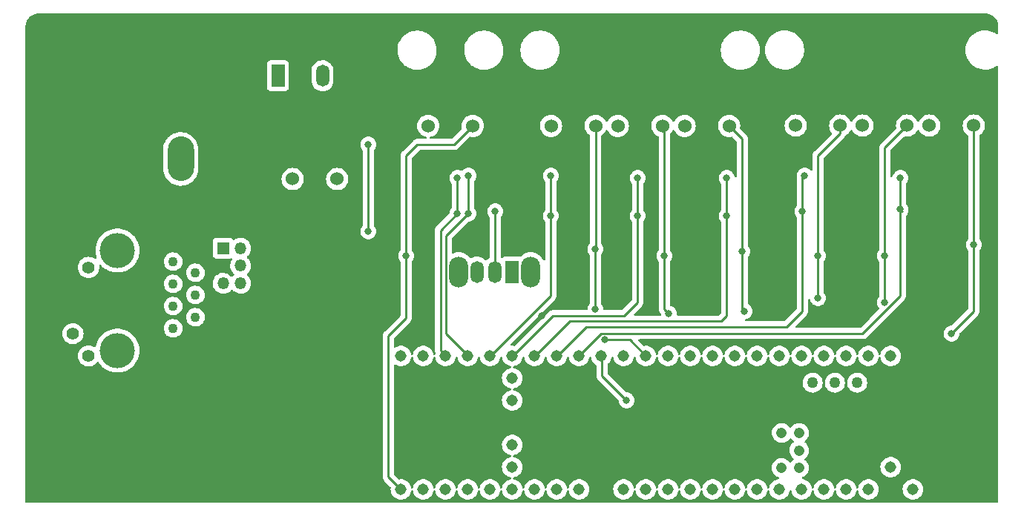
<source format=gbl>
G04 #@! TF.GenerationSoftware,KiCad,Pcbnew,(6.0.7)*
G04 #@! TF.CreationDate,2022-11-19T15:08:40-06:00*
G04 #@! TF.ProjectId,Gimbal_Board_2023,47696d62-616c-45f4-926f-6172645f3230,rev?*
G04 #@! TF.SameCoordinates,Original*
G04 #@! TF.FileFunction,Copper,L2,Bot*
G04 #@! TF.FilePolarity,Positive*
%FSLAX46Y46*%
G04 Gerber Fmt 4.6, Leading zero omitted, Abs format (unit mm)*
G04 Created by KiCad (PCBNEW (6.0.7)) date 2022-11-19 15:08:40*
%MOMM*%
%LPD*%
G01*
G04 APERTURE LIST*
G04 #@! TA.AperFunction,ComponentPad*
%ADD10R,1.500000X2.500000*%
G04 #@! TD*
G04 #@! TA.AperFunction,ComponentPad*
%ADD11O,1.500000X2.500000*%
G04 #@! TD*
G04 #@! TA.AperFunction,ComponentPad*
%ADD12C,1.524000*%
G04 #@! TD*
G04 #@! TA.AperFunction,ComponentPad*
%ADD13O,3.000000X5.100000*%
G04 #@! TD*
G04 #@! TA.AperFunction,ComponentPad*
%ADD14R,1.350000X1.350000*%
G04 #@! TD*
G04 #@! TA.AperFunction,ComponentPad*
%ADD15O,1.350000X1.350000*%
G04 #@! TD*
G04 #@! TA.AperFunction,ComponentPad*
%ADD16C,1.100000*%
G04 #@! TD*
G04 #@! TA.AperFunction,ComponentPad*
%ADD17C,1.400000*%
G04 #@! TD*
G04 #@! TA.AperFunction,ComponentPad*
%ADD18C,4.000000*%
G04 #@! TD*
G04 #@! TA.AperFunction,ComponentPad*
%ADD19C,2.000000*%
G04 #@! TD*
G04 #@! TA.AperFunction,ComponentPad*
%ADD20C,1.308000*%
G04 #@! TD*
G04 #@! TA.AperFunction,ComponentPad*
%ADD21C,1.258000*%
G04 #@! TD*
G04 #@! TA.AperFunction,ComponentPad*
%ADD22C,1.208000*%
G04 #@! TD*
G04 #@! TA.AperFunction,ComponentPad*
%ADD23O,2.200000X3.500000*%
G04 #@! TD*
G04 #@! TA.AperFunction,ViaPad*
%ADD24C,0.800000*%
G04 #@! TD*
G04 #@! TA.AperFunction,Conductor*
%ADD25C,0.254000*%
G04 #@! TD*
G04 #@! TA.AperFunction,Conductor*
%ADD26C,0.250000*%
G04 #@! TD*
G04 APERTURE END LIST*
D10*
X93579500Y-43702000D03*
D11*
X96119500Y-43702000D03*
X98659500Y-43702000D03*
D12*
X110718600Y-49428400D03*
X113258600Y-49428400D03*
X115798600Y-49428400D03*
X124739400Y-49428400D03*
X127279400Y-49428400D03*
X129819400Y-49428400D03*
X132359400Y-49428400D03*
X134899400Y-49428400D03*
X137439400Y-49428400D03*
X139979400Y-49428400D03*
X142519400Y-49428400D03*
X145059400Y-49428400D03*
D13*
X82485200Y-45339000D03*
X82485200Y-53213000D03*
D14*
X87316500Y-63401500D03*
D15*
X89316500Y-63401500D03*
X87316500Y-65401500D03*
X89316500Y-65401500D03*
X87316500Y-67401500D03*
X89316500Y-67401500D03*
D16*
X81611000Y-64932500D03*
X84151000Y-66202500D03*
X81611000Y-67472500D03*
X84151000Y-68742500D03*
X81611000Y-70012500D03*
X84151000Y-71282500D03*
X81611000Y-72552500D03*
X84151000Y-73822500D03*
D17*
X70181000Y-63052500D03*
X71971000Y-65592500D03*
X70181000Y-73162500D03*
X71971000Y-75702500D03*
D18*
X75261000Y-63662500D03*
X75261000Y-75092500D03*
D19*
X78311000Y-77252500D03*
X78311000Y-61502500D03*
D20*
X163479988Y-75705487D03*
X160939988Y-75705487D03*
X158399988Y-75705487D03*
X155859988Y-75705487D03*
X130459988Y-75705487D03*
X160939988Y-90945487D03*
X120299988Y-80785487D03*
X153319988Y-75705487D03*
X150779988Y-75705487D03*
D21*
X159669988Y-78755487D03*
D20*
X148239988Y-75705487D03*
X145699988Y-75705487D03*
X143159988Y-75705487D03*
X140619988Y-75705487D03*
X138079988Y-75705487D03*
X135539988Y-75705487D03*
X132999988Y-75705487D03*
X132999988Y-90945487D03*
X135539988Y-90945487D03*
X138079988Y-90945487D03*
X140619988Y-90945487D03*
X143159988Y-90945487D03*
X145699988Y-90945487D03*
X148239988Y-90945487D03*
X150779988Y-90945487D03*
X153319988Y-90945487D03*
X155859988Y-90945487D03*
X158399988Y-90945487D03*
X127919988Y-75705487D03*
X125379988Y-75705487D03*
X122839988Y-75705487D03*
X120299988Y-75705487D03*
X117759988Y-75705487D03*
X115219988Y-75705487D03*
X112679988Y-75705487D03*
X110139988Y-75705487D03*
X107599988Y-75705487D03*
X107599988Y-90945487D03*
X110139988Y-90945487D03*
X112679988Y-90945487D03*
X115219988Y-90945487D03*
X117759988Y-90945487D03*
X120299988Y-90945487D03*
X122839988Y-90945487D03*
X125379988Y-90945487D03*
X127919988Y-90945487D03*
D21*
X154589988Y-78755487D03*
X157129988Y-78755487D03*
D20*
X166019988Y-75705487D03*
X130459988Y-90945487D03*
X163479988Y-90945487D03*
X120299988Y-83325487D03*
D22*
X151049988Y-86495487D03*
X153049988Y-86495487D03*
D20*
X120299988Y-88405487D03*
X120299988Y-85865487D03*
D22*
X153049988Y-88495487D03*
X151049988Y-88495487D03*
X151049988Y-84495487D03*
X153049988Y-84495487D03*
D21*
X152049988Y-78755487D03*
X149509988Y-78755487D03*
D20*
X120299988Y-78245487D03*
X166019988Y-90945487D03*
X163479988Y-88405487D03*
D12*
X95250000Y-55499000D03*
X97790000Y-55499000D03*
X100330000Y-55499000D03*
X152654000Y-49403000D03*
X155194000Y-49403000D03*
X157734000Y-49403000D03*
X160274000Y-49403000D03*
X162814000Y-49403000D03*
X165354000Y-49403000D03*
X167894000Y-49403000D03*
X170434000Y-49403000D03*
X172974000Y-49403000D03*
D23*
X114202000Y-66112500D03*
X122402000Y-66112500D03*
D10*
X120302000Y-66112500D03*
D11*
X118302000Y-66112500D03*
X116302000Y-66112500D03*
D24*
X174244000Y-69088000D03*
X149860000Y-69088000D03*
X123698000Y-71120000D03*
X158242000Y-69088000D03*
X132080000Y-86106000D03*
X141224000Y-69088000D03*
X166370000Y-69088000D03*
X132842000Y-69088000D03*
X104648000Y-70104000D03*
X164592000Y-58928000D03*
X164592000Y-55372000D03*
X153416000Y-59182000D03*
X153670000Y-55118000D03*
X144780000Y-55372000D03*
X144780000Y-59690000D03*
X134620000Y-59690000D03*
X134620000Y-55372000D03*
X124714000Y-59690000D03*
X124714000Y-55118000D03*
X115316000Y-59436000D03*
X115316000Y-55118000D03*
X114046000Y-55372000D03*
X114046000Y-59436000D03*
X130900049Y-73876500D03*
X170434000Y-73152000D03*
X172974000Y-62992000D03*
X162814000Y-69596000D03*
X162814000Y-64262000D03*
X155194000Y-69088000D03*
X155194000Y-64262000D03*
X146558000Y-63754000D03*
X146817714Y-70606286D03*
X137668000Y-64262000D03*
X138176000Y-70866000D03*
X129794000Y-63500000D03*
X129794000Y-70358000D03*
X108204000Y-64262000D03*
X103886000Y-61468000D03*
X103886000Y-51562000D03*
X133350000Y-80772000D03*
X118364000Y-59182000D03*
D25*
X164592000Y-58928000D02*
X164592000Y-55372000D01*
D26*
X130473500Y-73152000D02*
X127920000Y-75705500D01*
X164592000Y-68843305D02*
X160283305Y-73152000D01*
X164592000Y-58928000D02*
X164592000Y-68843305D01*
D25*
X164846000Y-59182000D02*
X164592000Y-58928000D01*
X127762000Y-75438000D02*
X128016000Y-75692000D01*
D26*
X160283305Y-73152000D02*
X130473500Y-73152000D01*
D25*
X151638000Y-72390000D02*
X153416000Y-70612000D01*
X153416000Y-70612000D02*
X153416000Y-59182000D01*
X125476000Y-75692000D02*
X128778000Y-72390000D01*
X128778000Y-72390000D02*
X151638000Y-72390000D01*
X153416000Y-55372000D02*
X153416000Y-59182000D01*
X153670000Y-55118000D02*
X153416000Y-55372000D01*
X144780000Y-71120000D02*
X144161366Y-71738634D01*
X144780000Y-59690000D02*
X144780000Y-71120000D01*
X126889366Y-71738634D02*
X122936000Y-75692000D01*
X144161366Y-71738634D02*
X126889366Y-71738634D01*
X144780000Y-59690000D02*
X144780000Y-55372000D01*
X134620000Y-59690000D02*
X134620000Y-55372000D01*
X133096000Y-71120000D02*
X124968000Y-71120000D01*
X134620000Y-69596000D02*
X133096000Y-71120000D01*
X134620000Y-59690000D02*
X134620000Y-69596000D01*
X124968000Y-71120000D02*
X120396000Y-75692000D01*
X124714000Y-59690000D02*
X124714000Y-68834000D01*
X124714000Y-59690000D02*
X124714000Y-55118000D01*
X124714000Y-68834000D02*
X117856000Y-75692000D01*
X115316000Y-59436000D02*
X115316000Y-55118000D01*
X112775000Y-61977000D02*
X112775000Y-73151000D01*
X112775000Y-73151000D02*
X115316000Y-75692000D01*
X115316000Y-59436000D02*
X112775000Y-61977000D01*
X112122000Y-61360000D02*
X114046000Y-59436000D01*
X112122000Y-75038000D02*
X112122000Y-61360000D01*
X114046000Y-59436000D02*
X114046000Y-55372000D01*
X112776000Y-75692000D02*
X112122000Y-75038000D01*
D26*
X133711000Y-73876500D02*
X135540000Y-75705500D01*
X130900049Y-73876500D02*
X133711000Y-73876500D01*
D25*
X170434000Y-73152000D02*
X172974000Y-70612000D01*
X172974000Y-62992000D02*
X172974000Y-49403000D01*
X172974000Y-70612000D02*
X172974000Y-62992000D01*
X162814000Y-51943000D02*
X165354000Y-49403000D01*
X162814000Y-69596000D02*
X162814000Y-64262000D01*
X162814000Y-64262000D02*
X162814000Y-51943000D01*
D26*
X155194000Y-69088000D02*
X155194000Y-64262000D01*
D25*
X155194000Y-52832000D02*
X157734000Y-50292000D01*
X155194000Y-64262000D02*
X155194000Y-52832000D01*
X157734000Y-50292000D02*
X157734000Y-49403000D01*
X146558000Y-70358000D02*
X146812000Y-70612000D01*
X146558000Y-63754000D02*
X146558000Y-50927000D01*
X146558000Y-63754000D02*
X146558000Y-70358000D01*
X146812000Y-70612000D02*
X146817714Y-70606286D01*
X146558000Y-50927000D02*
X145059400Y-49428400D01*
X137668000Y-49657000D02*
X137439400Y-49428400D01*
X137668000Y-64262000D02*
X137668000Y-49657000D01*
X138176000Y-70866000D02*
X137668000Y-70358000D01*
X137668000Y-70358000D02*
X137668000Y-64262000D01*
X129794000Y-63500000D02*
X129819400Y-63474600D01*
X129819400Y-63474600D02*
X129819400Y-49428400D01*
X129794000Y-70612000D02*
X129794000Y-70358000D01*
X129794000Y-63500000D02*
X129794000Y-70358000D01*
D26*
X107600000Y-90945500D02*
X106172000Y-89517500D01*
D25*
X108204000Y-71374000D02*
X108204000Y-64262000D01*
D26*
X106172000Y-73406000D02*
X107950000Y-71628000D01*
D25*
X113665000Y-51562000D02*
X115798600Y-49428400D01*
X108204000Y-64262000D02*
X108204000Y-52832000D01*
X109474000Y-51562000D02*
X113665000Y-51562000D01*
X107950000Y-71628000D02*
X108204000Y-71374000D01*
D26*
X106172000Y-89517500D02*
X106172000Y-73406000D01*
D25*
X108204000Y-52832000D02*
X109474000Y-51562000D01*
X103886000Y-61468000D02*
X103886000Y-51562000D01*
X118364000Y-59182000D02*
X118364000Y-66050500D01*
X130556000Y-77978000D02*
X133350000Y-80772000D01*
X118364000Y-66050500D02*
X118302000Y-66112500D01*
X130556000Y-75692000D02*
X130556000Y-77978000D01*
G04 #@! TA.AperFunction,Conductor*
G36*
X174214018Y-36578000D02*
G01*
X174228851Y-36580310D01*
X174228855Y-36580310D01*
X174237724Y-36581691D01*
X174252981Y-36579696D01*
X174278302Y-36578953D01*
X174426629Y-36589562D01*
X174451826Y-36591364D01*
X174469620Y-36593922D01*
X174664420Y-36636298D01*
X174681661Y-36641360D01*
X174868455Y-36711032D01*
X174884790Y-36718493D01*
X175059758Y-36814033D01*
X175074882Y-36823752D01*
X175234469Y-36943218D01*
X175248055Y-36954991D01*
X175389009Y-37095945D01*
X175400782Y-37109531D01*
X175520248Y-37269118D01*
X175529967Y-37284242D01*
X175625507Y-37459210D01*
X175632968Y-37475545D01*
X175702640Y-37662339D01*
X175707702Y-37679580D01*
X175750078Y-37874380D01*
X175752636Y-37892174D01*
X175764539Y-38058601D01*
X175763793Y-38076561D01*
X175763692Y-38084846D01*
X175762309Y-38093724D01*
X175763474Y-38102630D01*
X175766436Y-38125283D01*
X175767500Y-38141621D01*
X175767500Y-38861373D01*
X175747498Y-38929494D01*
X175693842Y-38975987D01*
X175623568Y-38986091D01*
X175561523Y-38958737D01*
X175550308Y-38949525D01*
X175550307Y-38949524D01*
X175547082Y-38946875D01*
X175294912Y-38790523D01*
X175024278Y-38668895D01*
X174822948Y-38608876D01*
X174743935Y-38585321D01*
X174743933Y-38585321D01*
X174739936Y-38584129D01*
X174735816Y-38583476D01*
X174735814Y-38583476D01*
X174610718Y-38563663D01*
X174446881Y-38537714D01*
X174401854Y-38535669D01*
X174355503Y-38533564D01*
X174355484Y-38533564D01*
X174354084Y-38533500D01*
X174168736Y-38533500D01*
X173947944Y-38548165D01*
X173657090Y-38606812D01*
X173376547Y-38703410D01*
X173372804Y-38705284D01*
X173372800Y-38705286D01*
X173114988Y-38834389D01*
X173111244Y-38836264D01*
X172865842Y-39003039D01*
X172644654Y-39200804D01*
X172641937Y-39203974D01*
X172641936Y-39203975D01*
X172620166Y-39229375D01*
X172451564Y-39426086D01*
X172449290Y-39429588D01*
X172449289Y-39429589D01*
X172323582Y-39623162D01*
X172289965Y-39674927D01*
X172288177Y-39678693D01*
X172288174Y-39678698D01*
X172241371Y-39777266D01*
X172162696Y-39942954D01*
X172161417Y-39946937D01*
X172161416Y-39946940D01*
X172092889Y-40160379D01*
X172071994Y-40225458D01*
X172067424Y-40250858D01*
X172031604Y-40449941D01*
X172019452Y-40517477D01*
X172019263Y-40521644D01*
X172019262Y-40521651D01*
X172009096Y-40745520D01*
X172005992Y-40813880D01*
X172006355Y-40818028D01*
X172006355Y-40818032D01*
X172031487Y-41105293D01*
X172031488Y-41105301D01*
X172031852Y-41109459D01*
X172096577Y-41399021D01*
X172098019Y-41402941D01*
X172098021Y-41402947D01*
X172176573Y-41616446D01*
X172199029Y-41677480D01*
X172200980Y-41681180D01*
X172200982Y-41681185D01*
X172212421Y-41702880D01*
X172337410Y-41939942D01*
X172509288Y-42181797D01*
X172711642Y-42398796D01*
X172940918Y-42587125D01*
X173193088Y-42743477D01*
X173463722Y-42865105D01*
X173548925Y-42890505D01*
X173744065Y-42948679D01*
X173744067Y-42948679D01*
X173748064Y-42949871D01*
X173752184Y-42950524D01*
X173752186Y-42950524D01*
X173871106Y-42969359D01*
X174041119Y-42996286D01*
X174086146Y-42998331D01*
X174132497Y-43000436D01*
X174132516Y-43000436D01*
X174133916Y-43000500D01*
X174319264Y-43000500D01*
X174540056Y-42985835D01*
X174830910Y-42927188D01*
X175111453Y-42830590D01*
X175115196Y-42828716D01*
X175115200Y-42828714D01*
X175373012Y-42699611D01*
X175373014Y-42699610D01*
X175376756Y-42697736D01*
X175570677Y-42565947D01*
X175638262Y-42544201D01*
X175706874Y-42562445D01*
X175754731Y-42614888D01*
X175767500Y-42670159D01*
X175767500Y-92330000D01*
X175747498Y-92398121D01*
X175693842Y-92444614D01*
X175641500Y-92456000D01*
X64896500Y-92456000D01*
X64828379Y-92435998D01*
X64781886Y-92382342D01*
X64770500Y-92330000D01*
X64770500Y-75702500D01*
X70757884Y-75702500D01*
X70776314Y-75913155D01*
X70777738Y-75918468D01*
X70777738Y-75918470D01*
X70826499Y-76100446D01*
X70831044Y-76117410D01*
X70833366Y-76122391D01*
X70833367Y-76122392D01*
X70913363Y-76293943D01*
X70920411Y-76309058D01*
X71041699Y-76482276D01*
X71191224Y-76631801D01*
X71364442Y-76753089D01*
X71369420Y-76755410D01*
X71369423Y-76755412D01*
X71501716Y-76817101D01*
X71556090Y-76842456D01*
X71561398Y-76843878D01*
X71561400Y-76843879D01*
X71755030Y-76895762D01*
X71755032Y-76895762D01*
X71760345Y-76897186D01*
X71971000Y-76915616D01*
X72181655Y-76897186D01*
X72186968Y-76895762D01*
X72186970Y-76895762D01*
X72380600Y-76843879D01*
X72380602Y-76843878D01*
X72385910Y-76842456D01*
X72440284Y-76817101D01*
X72572577Y-76755412D01*
X72572580Y-76755410D01*
X72577558Y-76753089D01*
X72750776Y-76631801D01*
X72900301Y-76482276D01*
X72934449Y-76433507D01*
X72989905Y-76389180D01*
X73060524Y-76381871D01*
X73123885Y-76413902D01*
X73144045Y-76438263D01*
X73227568Y-76569875D01*
X73230093Y-76572927D01*
X73363153Y-76733768D01*
X73428767Y-76813082D01*
X73431657Y-76815796D01*
X73431658Y-76815797D01*
X73460047Y-76842456D01*
X73658860Y-77029154D01*
X73914221Y-77214684D01*
X73917690Y-77216591D01*
X73917693Y-77216593D01*
X74078113Y-77304785D01*
X74190821Y-77366747D01*
X74194490Y-77368200D01*
X74194495Y-77368202D01*
X74391958Y-77446383D01*
X74484298Y-77482943D01*
X74790025Y-77561440D01*
X75103179Y-77601000D01*
X75418821Y-77601000D01*
X75731975Y-77561440D01*
X76037702Y-77482943D01*
X76130042Y-77446383D01*
X76327505Y-77368202D01*
X76327510Y-77368200D01*
X76331179Y-77366747D01*
X76443887Y-77304785D01*
X76604307Y-77216593D01*
X76604310Y-77216591D01*
X76607779Y-77214684D01*
X76863140Y-77029154D01*
X77061953Y-76842456D01*
X77090342Y-76815797D01*
X77090343Y-76815796D01*
X77093233Y-76813082D01*
X77158848Y-76733768D01*
X77291907Y-76572927D01*
X77294432Y-76569875D01*
X77463562Y-76303369D01*
X77465246Y-76299790D01*
X77465250Y-76299783D01*
X77596267Y-76021356D01*
X77596269Y-76021352D01*
X77597956Y-76017766D01*
X77695495Y-75717572D01*
X77754641Y-75407520D01*
X77774460Y-75092500D01*
X77754641Y-74777480D01*
X77695495Y-74467428D01*
X77597956Y-74167234D01*
X77562460Y-74091801D01*
X77465250Y-73885217D01*
X77465246Y-73885210D01*
X77463562Y-73881631D01*
X77294432Y-73615125D01*
X77134581Y-73421899D01*
X77095758Y-73374970D01*
X77095757Y-73374969D01*
X77093233Y-73371918D01*
X76863140Y-73155846D01*
X76857847Y-73152000D01*
X76770077Y-73088232D01*
X76607779Y-72970316D01*
X76595656Y-72963651D01*
X76334648Y-72820160D01*
X76334647Y-72820159D01*
X76331179Y-72818253D01*
X76327510Y-72816800D01*
X76327505Y-72816798D01*
X76041372Y-72703510D01*
X76041371Y-72703510D01*
X76037702Y-72702057D01*
X75731975Y-72623560D01*
X75418821Y-72584000D01*
X75103179Y-72584000D01*
X74790025Y-72623560D01*
X74484298Y-72702057D01*
X74480629Y-72703510D01*
X74480628Y-72703510D01*
X74194495Y-72816798D01*
X74194490Y-72816800D01*
X74190821Y-72818253D01*
X74187353Y-72820159D01*
X74187352Y-72820160D01*
X73926345Y-72963651D01*
X73914221Y-72970316D01*
X73751923Y-73088232D01*
X73664154Y-73152000D01*
X73658860Y-73155846D01*
X73428767Y-73371918D01*
X73426243Y-73374969D01*
X73426242Y-73374970D01*
X73387419Y-73421899D01*
X73227568Y-73615125D01*
X73058438Y-73881631D01*
X73056754Y-73885210D01*
X73056750Y-73885217D01*
X72959540Y-74091801D01*
X72924044Y-74167234D01*
X72826505Y-74467428D01*
X72825761Y-74471329D01*
X72802621Y-74592631D01*
X72770209Y-74655797D01*
X72708791Y-74691413D01*
X72637869Y-74688169D01*
X72606584Y-74672235D01*
X72594447Y-74663737D01*
X72577558Y-74651911D01*
X72572580Y-74649590D01*
X72572577Y-74649588D01*
X72390892Y-74564867D01*
X72390891Y-74564866D01*
X72385910Y-74562544D01*
X72380602Y-74561122D01*
X72380600Y-74561121D01*
X72186970Y-74509238D01*
X72186968Y-74509238D01*
X72181655Y-74507814D01*
X71971000Y-74489384D01*
X71760345Y-74507814D01*
X71755032Y-74509238D01*
X71755030Y-74509238D01*
X71561400Y-74561121D01*
X71561398Y-74561122D01*
X71556090Y-74562544D01*
X71551109Y-74564866D01*
X71551108Y-74564867D01*
X71369423Y-74649588D01*
X71369420Y-74649590D01*
X71364442Y-74651911D01*
X71191224Y-74773199D01*
X71041699Y-74922724D01*
X70920411Y-75095942D01*
X70918090Y-75100920D01*
X70918088Y-75100923D01*
X70844510Y-75258712D01*
X70831044Y-75287590D01*
X70829622Y-75292898D01*
X70829621Y-75292900D01*
X70782572Y-75468491D01*
X70776314Y-75491845D01*
X70757884Y-75702500D01*
X64770500Y-75702500D01*
X64770500Y-73162500D01*
X68967884Y-73162500D01*
X68986314Y-73373155D01*
X68987738Y-73378468D01*
X68987738Y-73378470D01*
X69027581Y-73527164D01*
X69041044Y-73577410D01*
X69043366Y-73582391D01*
X69043367Y-73582392D01*
X69123481Y-73754196D01*
X69130411Y-73769058D01*
X69251699Y-73942276D01*
X69401224Y-74091801D01*
X69574442Y-74213089D01*
X69579420Y-74215410D01*
X69579423Y-74215412D01*
X69761108Y-74300133D01*
X69766090Y-74302456D01*
X69771398Y-74303878D01*
X69771400Y-74303879D01*
X69965030Y-74355762D01*
X69965032Y-74355762D01*
X69970345Y-74357186D01*
X70181000Y-74375616D01*
X70391655Y-74357186D01*
X70396968Y-74355762D01*
X70396970Y-74355762D01*
X70590600Y-74303879D01*
X70590602Y-74303878D01*
X70595910Y-74302456D01*
X70600892Y-74300133D01*
X70782577Y-74215412D01*
X70782580Y-74215410D01*
X70787558Y-74213089D01*
X70960776Y-74091801D01*
X71110301Y-73942276D01*
X71231589Y-73769058D01*
X71238520Y-73754196D01*
X71318633Y-73582392D01*
X71318634Y-73582391D01*
X71320956Y-73577410D01*
X71334420Y-73527164D01*
X71374262Y-73378470D01*
X71374262Y-73378468D01*
X71375686Y-73373155D01*
X71394116Y-73162500D01*
X71375686Y-72951845D01*
X71368405Y-72924672D01*
X71322379Y-72752900D01*
X71322378Y-72752898D01*
X71320956Y-72747590D01*
X71318633Y-72742608D01*
X71233912Y-72560923D01*
X71233910Y-72560920D01*
X71231589Y-72555942D01*
X71218781Y-72537650D01*
X80547482Y-72537650D01*
X80547998Y-72543794D01*
X80561410Y-72703510D01*
X80564852Y-72744504D01*
X80622069Y-72944045D01*
X80624887Y-72949527D01*
X80624888Y-72949531D01*
X80680180Y-73057117D01*
X80716955Y-73128673D01*
X80845894Y-73291354D01*
X80850581Y-73295343D01*
X80850584Y-73295346D01*
X80947837Y-73378114D01*
X81003976Y-73425892D01*
X81185180Y-73527164D01*
X81382603Y-73591310D01*
X81588725Y-73615889D01*
X81594860Y-73615417D01*
X81594862Y-73615417D01*
X81789555Y-73600436D01*
X81789560Y-73600435D01*
X81795696Y-73599963D01*
X81801626Y-73598307D01*
X81801628Y-73598307D01*
X81895664Y-73572051D01*
X81995632Y-73544140D01*
X82035190Y-73524158D01*
X82175416Y-73453325D01*
X82175418Y-73453324D01*
X82180917Y-73450546D01*
X82263605Y-73385943D01*
X105533780Y-73385943D01*
X105534526Y-73393835D01*
X105537941Y-73429961D01*
X105538500Y-73441819D01*
X105538500Y-89438733D01*
X105537973Y-89449916D01*
X105536298Y-89457409D01*
X105536547Y-89465335D01*
X105536547Y-89465336D01*
X105538438Y-89525486D01*
X105538500Y-89529445D01*
X105538500Y-89557356D01*
X105538997Y-89561290D01*
X105538997Y-89561291D01*
X105539005Y-89561356D01*
X105539938Y-89573193D01*
X105541327Y-89617389D01*
X105545692Y-89632413D01*
X105546978Y-89636839D01*
X105550987Y-89656200D01*
X105553526Y-89676297D01*
X105556445Y-89683668D01*
X105556445Y-89683670D01*
X105569804Y-89717412D01*
X105573649Y-89728642D01*
X105574488Y-89731529D01*
X105585982Y-89771093D01*
X105590015Y-89777912D01*
X105590017Y-89777917D01*
X105596293Y-89788528D01*
X105604988Y-89806276D01*
X105612448Y-89825117D01*
X105617110Y-89831533D01*
X105617110Y-89831534D01*
X105638436Y-89860887D01*
X105644952Y-89870807D01*
X105656149Y-89889739D01*
X105667458Y-89908862D01*
X105681779Y-89923183D01*
X105694619Y-89938216D01*
X105706528Y-89954607D01*
X105712634Y-89959658D01*
X105740605Y-89982798D01*
X105749384Y-89990788D01*
X106415157Y-90656561D01*
X106449183Y-90718873D01*
X106451189Y-90760465D01*
X106433587Y-90909189D01*
X106432908Y-90914926D01*
X106446882Y-91128121D01*
X106499473Y-91335200D01*
X106588921Y-91529227D01*
X106712229Y-91703705D01*
X106865269Y-91852789D01*
X107042915Y-91971488D01*
X107048218Y-91973766D01*
X107048221Y-91973768D01*
X107233910Y-92053546D01*
X107239217Y-92055826D01*
X107340981Y-92078853D01*
X107441965Y-92101704D01*
X107441968Y-92101704D01*
X107447601Y-92102979D01*
X107453372Y-92103206D01*
X107453374Y-92103206D01*
X107518351Y-92105759D01*
X107661089Y-92111367D01*
X107766810Y-92096038D01*
X107866817Y-92081538D01*
X107866822Y-92081537D01*
X107872531Y-92080709D01*
X107877995Y-92078854D01*
X107878000Y-92078853D01*
X108069377Y-92013889D01*
X108074845Y-92012033D01*
X108261256Y-91907638D01*
X108425521Y-91771020D01*
X108562139Y-91606755D01*
X108666534Y-91420344D01*
X108735210Y-91218030D01*
X108744078Y-91156866D01*
X108773648Y-91092322D01*
X108833419Y-91054009D01*
X108904416Y-91054093D01*
X108964096Y-91092548D01*
X108990897Y-91143932D01*
X109009716Y-91218030D01*
X109039473Y-91335200D01*
X109128921Y-91529227D01*
X109252229Y-91703705D01*
X109405269Y-91852789D01*
X109582915Y-91971488D01*
X109588218Y-91973766D01*
X109588221Y-91973768D01*
X109773910Y-92053546D01*
X109779217Y-92055826D01*
X109880981Y-92078853D01*
X109981965Y-92101704D01*
X109981968Y-92101704D01*
X109987601Y-92102979D01*
X109993372Y-92103206D01*
X109993374Y-92103206D01*
X110058351Y-92105759D01*
X110201089Y-92111367D01*
X110306810Y-92096038D01*
X110406817Y-92081538D01*
X110406822Y-92081537D01*
X110412531Y-92080709D01*
X110417995Y-92078854D01*
X110418000Y-92078853D01*
X110609377Y-92013889D01*
X110614845Y-92012033D01*
X110801256Y-91907638D01*
X110965521Y-91771020D01*
X111102139Y-91606755D01*
X111206534Y-91420344D01*
X111275210Y-91218030D01*
X111284078Y-91156866D01*
X111313648Y-91092322D01*
X111373419Y-91054009D01*
X111444416Y-91054093D01*
X111504096Y-91092548D01*
X111530897Y-91143932D01*
X111549716Y-91218030D01*
X111579473Y-91335200D01*
X111668921Y-91529227D01*
X111792229Y-91703705D01*
X111945269Y-91852789D01*
X112122915Y-91971488D01*
X112128218Y-91973766D01*
X112128221Y-91973768D01*
X112313910Y-92053546D01*
X112319217Y-92055826D01*
X112420981Y-92078853D01*
X112521965Y-92101704D01*
X112521968Y-92101704D01*
X112527601Y-92102979D01*
X112533372Y-92103206D01*
X112533374Y-92103206D01*
X112598351Y-92105759D01*
X112741089Y-92111367D01*
X112846810Y-92096038D01*
X112946817Y-92081538D01*
X112946822Y-92081537D01*
X112952531Y-92080709D01*
X112957995Y-92078854D01*
X112958000Y-92078853D01*
X113149377Y-92013889D01*
X113154845Y-92012033D01*
X113341256Y-91907638D01*
X113505521Y-91771020D01*
X113642139Y-91606755D01*
X113746534Y-91420344D01*
X113815210Y-91218030D01*
X113824078Y-91156866D01*
X113853648Y-91092322D01*
X113913419Y-91054009D01*
X113984416Y-91054093D01*
X114044096Y-91092548D01*
X114070897Y-91143932D01*
X114089716Y-91218030D01*
X114119473Y-91335200D01*
X114208921Y-91529227D01*
X114332229Y-91703705D01*
X114485269Y-91852789D01*
X114662915Y-91971488D01*
X114668218Y-91973766D01*
X114668221Y-91973768D01*
X114853910Y-92053546D01*
X114859217Y-92055826D01*
X114960981Y-92078853D01*
X115061965Y-92101704D01*
X115061968Y-92101704D01*
X115067601Y-92102979D01*
X115073372Y-92103206D01*
X115073374Y-92103206D01*
X115138351Y-92105759D01*
X115281089Y-92111367D01*
X115386810Y-92096038D01*
X115486817Y-92081538D01*
X115486822Y-92081537D01*
X115492531Y-92080709D01*
X115497995Y-92078854D01*
X115498000Y-92078853D01*
X115689377Y-92013889D01*
X115694845Y-92012033D01*
X115881256Y-91907638D01*
X116045521Y-91771020D01*
X116182139Y-91606755D01*
X116286534Y-91420344D01*
X116355210Y-91218030D01*
X116364078Y-91156866D01*
X116393648Y-91092322D01*
X116453419Y-91054009D01*
X116524416Y-91054093D01*
X116584096Y-91092548D01*
X116610897Y-91143932D01*
X116629716Y-91218030D01*
X116659473Y-91335200D01*
X116748921Y-91529227D01*
X116872229Y-91703705D01*
X117025269Y-91852789D01*
X117202915Y-91971488D01*
X117208218Y-91973766D01*
X117208221Y-91973768D01*
X117393910Y-92053546D01*
X117399217Y-92055826D01*
X117500981Y-92078853D01*
X117601965Y-92101704D01*
X117601968Y-92101704D01*
X117607601Y-92102979D01*
X117613372Y-92103206D01*
X117613374Y-92103206D01*
X117678351Y-92105759D01*
X117821089Y-92111367D01*
X117926810Y-92096038D01*
X118026817Y-92081538D01*
X118026822Y-92081537D01*
X118032531Y-92080709D01*
X118037995Y-92078854D01*
X118038000Y-92078853D01*
X118229377Y-92013889D01*
X118234845Y-92012033D01*
X118421256Y-91907638D01*
X118585521Y-91771020D01*
X118722139Y-91606755D01*
X118826534Y-91420344D01*
X118895210Y-91218030D01*
X118904078Y-91156866D01*
X118933648Y-91092322D01*
X118993419Y-91054009D01*
X119064416Y-91054093D01*
X119124096Y-91092548D01*
X119150897Y-91143932D01*
X119169716Y-91218030D01*
X119199473Y-91335200D01*
X119288921Y-91529227D01*
X119412229Y-91703705D01*
X119565269Y-91852789D01*
X119742915Y-91971488D01*
X119748218Y-91973766D01*
X119748221Y-91973768D01*
X119933910Y-92053546D01*
X119939217Y-92055826D01*
X120040981Y-92078853D01*
X120141965Y-92101704D01*
X120141968Y-92101704D01*
X120147601Y-92102979D01*
X120153372Y-92103206D01*
X120153374Y-92103206D01*
X120218351Y-92105759D01*
X120361089Y-92111367D01*
X120466810Y-92096038D01*
X120566817Y-92081538D01*
X120566822Y-92081537D01*
X120572531Y-92080709D01*
X120577995Y-92078854D01*
X120578000Y-92078853D01*
X120769377Y-92013889D01*
X120774845Y-92012033D01*
X120961256Y-91907638D01*
X121125521Y-91771020D01*
X121262139Y-91606755D01*
X121366534Y-91420344D01*
X121435210Y-91218030D01*
X121444078Y-91156866D01*
X121473648Y-91092322D01*
X121533419Y-91054009D01*
X121604416Y-91054093D01*
X121664096Y-91092548D01*
X121690897Y-91143932D01*
X121709716Y-91218030D01*
X121739473Y-91335200D01*
X121828921Y-91529227D01*
X121952229Y-91703705D01*
X122105269Y-91852789D01*
X122282915Y-91971488D01*
X122288218Y-91973766D01*
X122288221Y-91973768D01*
X122473910Y-92053546D01*
X122479217Y-92055826D01*
X122580981Y-92078853D01*
X122681965Y-92101704D01*
X122681968Y-92101704D01*
X122687601Y-92102979D01*
X122693372Y-92103206D01*
X122693374Y-92103206D01*
X122758351Y-92105759D01*
X122901089Y-92111367D01*
X123006810Y-92096038D01*
X123106817Y-92081538D01*
X123106822Y-92081537D01*
X123112531Y-92080709D01*
X123117995Y-92078854D01*
X123118000Y-92078853D01*
X123309377Y-92013889D01*
X123314845Y-92012033D01*
X123501256Y-91907638D01*
X123665521Y-91771020D01*
X123802139Y-91606755D01*
X123906534Y-91420344D01*
X123975210Y-91218030D01*
X123984078Y-91156866D01*
X124013648Y-91092322D01*
X124073419Y-91054009D01*
X124144416Y-91054093D01*
X124204096Y-91092548D01*
X124230897Y-91143932D01*
X124249716Y-91218030D01*
X124279473Y-91335200D01*
X124368921Y-91529227D01*
X124492229Y-91703705D01*
X124645269Y-91852789D01*
X124822915Y-91971488D01*
X124828218Y-91973766D01*
X124828221Y-91973768D01*
X125013910Y-92053546D01*
X125019217Y-92055826D01*
X125120981Y-92078853D01*
X125221965Y-92101704D01*
X125221968Y-92101704D01*
X125227601Y-92102979D01*
X125233372Y-92103206D01*
X125233374Y-92103206D01*
X125298351Y-92105759D01*
X125441089Y-92111367D01*
X125546810Y-92096038D01*
X125646817Y-92081538D01*
X125646822Y-92081537D01*
X125652531Y-92080709D01*
X125657995Y-92078854D01*
X125658000Y-92078853D01*
X125849377Y-92013889D01*
X125854845Y-92012033D01*
X126041256Y-91907638D01*
X126205521Y-91771020D01*
X126342139Y-91606755D01*
X126446534Y-91420344D01*
X126515210Y-91218030D01*
X126524078Y-91156866D01*
X126553648Y-91092322D01*
X126613419Y-91054009D01*
X126684416Y-91054093D01*
X126744096Y-91092548D01*
X126770897Y-91143932D01*
X126789716Y-91218030D01*
X126819473Y-91335200D01*
X126908921Y-91529227D01*
X127032229Y-91703705D01*
X127185269Y-91852789D01*
X127362915Y-91971488D01*
X127368218Y-91973766D01*
X127368221Y-91973768D01*
X127553910Y-92053546D01*
X127559217Y-92055826D01*
X127660981Y-92078853D01*
X127761965Y-92101704D01*
X127761968Y-92101704D01*
X127767601Y-92102979D01*
X127773372Y-92103206D01*
X127773374Y-92103206D01*
X127838351Y-92105759D01*
X127981089Y-92111367D01*
X128086810Y-92096038D01*
X128186817Y-92081538D01*
X128186822Y-92081537D01*
X128192531Y-92080709D01*
X128197995Y-92078854D01*
X128198000Y-92078853D01*
X128389377Y-92013889D01*
X128394845Y-92012033D01*
X128581256Y-91907638D01*
X128745521Y-91771020D01*
X128882139Y-91606755D01*
X128986534Y-91420344D01*
X129055210Y-91218030D01*
X129064079Y-91156867D01*
X129085335Y-91010262D01*
X129085868Y-91006588D01*
X129087468Y-90945487D01*
X129084660Y-90914926D01*
X131832908Y-90914926D01*
X131846882Y-91128121D01*
X131899473Y-91335200D01*
X131988921Y-91529227D01*
X132112229Y-91703705D01*
X132265269Y-91852789D01*
X132442915Y-91971488D01*
X132448218Y-91973766D01*
X132448221Y-91973768D01*
X132633910Y-92053546D01*
X132639217Y-92055826D01*
X132740981Y-92078853D01*
X132841965Y-92101704D01*
X132841968Y-92101704D01*
X132847601Y-92102979D01*
X132853372Y-92103206D01*
X132853374Y-92103206D01*
X132918351Y-92105759D01*
X133061089Y-92111367D01*
X133166810Y-92096038D01*
X133266817Y-92081538D01*
X133266822Y-92081537D01*
X133272531Y-92080709D01*
X133277995Y-92078854D01*
X133278000Y-92078853D01*
X133469377Y-92013889D01*
X133474845Y-92012033D01*
X133661256Y-91907638D01*
X133825521Y-91771020D01*
X133962139Y-91606755D01*
X134066534Y-91420344D01*
X134135210Y-91218030D01*
X134144078Y-91156866D01*
X134173648Y-91092322D01*
X134233419Y-91054009D01*
X134304416Y-91054093D01*
X134364096Y-91092548D01*
X134390897Y-91143932D01*
X134409716Y-91218030D01*
X134439473Y-91335200D01*
X134528921Y-91529227D01*
X134652229Y-91703705D01*
X134805269Y-91852789D01*
X134982915Y-91971488D01*
X134988218Y-91973766D01*
X134988221Y-91973768D01*
X135173910Y-92053546D01*
X135179217Y-92055826D01*
X135280981Y-92078853D01*
X135381965Y-92101704D01*
X135381968Y-92101704D01*
X135387601Y-92102979D01*
X135393372Y-92103206D01*
X135393374Y-92103206D01*
X135458351Y-92105759D01*
X135601089Y-92111367D01*
X135706810Y-92096038D01*
X135806817Y-92081538D01*
X135806822Y-92081537D01*
X135812531Y-92080709D01*
X135817995Y-92078854D01*
X135818000Y-92078853D01*
X136009377Y-92013889D01*
X136014845Y-92012033D01*
X136201256Y-91907638D01*
X136365521Y-91771020D01*
X136502139Y-91606755D01*
X136606534Y-91420344D01*
X136675210Y-91218030D01*
X136684078Y-91156866D01*
X136713648Y-91092322D01*
X136773419Y-91054009D01*
X136844416Y-91054093D01*
X136904096Y-91092548D01*
X136930897Y-91143932D01*
X136949716Y-91218030D01*
X136979473Y-91335200D01*
X137068921Y-91529227D01*
X137192229Y-91703705D01*
X137345269Y-91852789D01*
X137522915Y-91971488D01*
X137528218Y-91973766D01*
X137528221Y-91973768D01*
X137713910Y-92053546D01*
X137719217Y-92055826D01*
X137820981Y-92078853D01*
X137921965Y-92101704D01*
X137921968Y-92101704D01*
X137927601Y-92102979D01*
X137933372Y-92103206D01*
X137933374Y-92103206D01*
X137998351Y-92105759D01*
X138141089Y-92111367D01*
X138246810Y-92096038D01*
X138346817Y-92081538D01*
X138346822Y-92081537D01*
X138352531Y-92080709D01*
X138357995Y-92078854D01*
X138358000Y-92078853D01*
X138549377Y-92013889D01*
X138554845Y-92012033D01*
X138741256Y-91907638D01*
X138905521Y-91771020D01*
X139042139Y-91606755D01*
X139146534Y-91420344D01*
X139215210Y-91218030D01*
X139224078Y-91156866D01*
X139253648Y-91092322D01*
X139313419Y-91054009D01*
X139384416Y-91054093D01*
X139444096Y-91092548D01*
X139470897Y-91143932D01*
X139489716Y-91218030D01*
X139519473Y-91335200D01*
X139608921Y-91529227D01*
X139732229Y-91703705D01*
X139885269Y-91852789D01*
X140062915Y-91971488D01*
X140068218Y-91973766D01*
X140068221Y-91973768D01*
X140253910Y-92053546D01*
X140259217Y-92055826D01*
X140360981Y-92078853D01*
X140461965Y-92101704D01*
X140461968Y-92101704D01*
X140467601Y-92102979D01*
X140473372Y-92103206D01*
X140473374Y-92103206D01*
X140538351Y-92105759D01*
X140681089Y-92111367D01*
X140786810Y-92096038D01*
X140886817Y-92081538D01*
X140886822Y-92081537D01*
X140892531Y-92080709D01*
X140897995Y-92078854D01*
X140898000Y-92078853D01*
X141089377Y-92013889D01*
X141094845Y-92012033D01*
X141281256Y-91907638D01*
X141445521Y-91771020D01*
X141582139Y-91606755D01*
X141686534Y-91420344D01*
X141755210Y-91218030D01*
X141764078Y-91156866D01*
X141793648Y-91092322D01*
X141853419Y-91054009D01*
X141924416Y-91054093D01*
X141984096Y-91092548D01*
X142010897Y-91143932D01*
X142029716Y-91218030D01*
X142059473Y-91335200D01*
X142148921Y-91529227D01*
X142272229Y-91703705D01*
X142425269Y-91852789D01*
X142602915Y-91971488D01*
X142608218Y-91973766D01*
X142608221Y-91973768D01*
X142793910Y-92053546D01*
X142799217Y-92055826D01*
X142900981Y-92078853D01*
X143001965Y-92101704D01*
X143001968Y-92101704D01*
X143007601Y-92102979D01*
X143013372Y-92103206D01*
X143013374Y-92103206D01*
X143078351Y-92105759D01*
X143221089Y-92111367D01*
X143326810Y-92096038D01*
X143426817Y-92081538D01*
X143426822Y-92081537D01*
X143432531Y-92080709D01*
X143437995Y-92078854D01*
X143438000Y-92078853D01*
X143629377Y-92013889D01*
X143634845Y-92012033D01*
X143821256Y-91907638D01*
X143985521Y-91771020D01*
X144122139Y-91606755D01*
X144226534Y-91420344D01*
X144295210Y-91218030D01*
X144304078Y-91156866D01*
X144333648Y-91092322D01*
X144393419Y-91054009D01*
X144464416Y-91054093D01*
X144524096Y-91092548D01*
X144550897Y-91143932D01*
X144569716Y-91218030D01*
X144599473Y-91335200D01*
X144688921Y-91529227D01*
X144812229Y-91703705D01*
X144965269Y-91852789D01*
X145142915Y-91971488D01*
X145148218Y-91973766D01*
X145148221Y-91973768D01*
X145333910Y-92053546D01*
X145339217Y-92055826D01*
X145440981Y-92078853D01*
X145541965Y-92101704D01*
X145541968Y-92101704D01*
X145547601Y-92102979D01*
X145553372Y-92103206D01*
X145553374Y-92103206D01*
X145618351Y-92105759D01*
X145761089Y-92111367D01*
X145866810Y-92096038D01*
X145966817Y-92081538D01*
X145966822Y-92081537D01*
X145972531Y-92080709D01*
X145977995Y-92078854D01*
X145978000Y-92078853D01*
X146169377Y-92013889D01*
X146174845Y-92012033D01*
X146361256Y-91907638D01*
X146525521Y-91771020D01*
X146662139Y-91606755D01*
X146766534Y-91420344D01*
X146835210Y-91218030D01*
X146844078Y-91156866D01*
X146873648Y-91092322D01*
X146933419Y-91054009D01*
X147004416Y-91054093D01*
X147064096Y-91092548D01*
X147090897Y-91143932D01*
X147109716Y-91218030D01*
X147139473Y-91335200D01*
X147228921Y-91529227D01*
X147352229Y-91703705D01*
X147505269Y-91852789D01*
X147682915Y-91971488D01*
X147688218Y-91973766D01*
X147688221Y-91973768D01*
X147873910Y-92053546D01*
X147879217Y-92055826D01*
X147980981Y-92078853D01*
X148081965Y-92101704D01*
X148081968Y-92101704D01*
X148087601Y-92102979D01*
X148093372Y-92103206D01*
X148093374Y-92103206D01*
X148158351Y-92105759D01*
X148301089Y-92111367D01*
X148406810Y-92096038D01*
X148506817Y-92081538D01*
X148506822Y-92081537D01*
X148512531Y-92080709D01*
X148517995Y-92078854D01*
X148518000Y-92078853D01*
X148709377Y-92013889D01*
X148714845Y-92012033D01*
X148901256Y-91907638D01*
X149065521Y-91771020D01*
X149202139Y-91606755D01*
X149306534Y-91420344D01*
X149375210Y-91218030D01*
X149384078Y-91156866D01*
X149413648Y-91092322D01*
X149473419Y-91054009D01*
X149544416Y-91054093D01*
X149604096Y-91092548D01*
X149630897Y-91143932D01*
X149649716Y-91218030D01*
X149679473Y-91335200D01*
X149768921Y-91529227D01*
X149892229Y-91703705D01*
X150045269Y-91852789D01*
X150222915Y-91971488D01*
X150228218Y-91973766D01*
X150228221Y-91973768D01*
X150413910Y-92053546D01*
X150419217Y-92055826D01*
X150520981Y-92078853D01*
X150621965Y-92101704D01*
X150621968Y-92101704D01*
X150627601Y-92102979D01*
X150633372Y-92103206D01*
X150633374Y-92103206D01*
X150698351Y-92105759D01*
X150841089Y-92111367D01*
X150946810Y-92096038D01*
X151046817Y-92081538D01*
X151046822Y-92081537D01*
X151052531Y-92080709D01*
X151057995Y-92078854D01*
X151058000Y-92078853D01*
X151249377Y-92013889D01*
X151254845Y-92012033D01*
X151441256Y-91907638D01*
X151605521Y-91771020D01*
X151742139Y-91606755D01*
X151846534Y-91420344D01*
X151915210Y-91218030D01*
X151924078Y-91156866D01*
X151953648Y-91092322D01*
X152013419Y-91054009D01*
X152084416Y-91054093D01*
X152144096Y-91092548D01*
X152170897Y-91143932D01*
X152189716Y-91218030D01*
X152219473Y-91335200D01*
X152308921Y-91529227D01*
X152432229Y-91703705D01*
X152585269Y-91852789D01*
X152762915Y-91971488D01*
X152768218Y-91973766D01*
X152768221Y-91973768D01*
X152953910Y-92053546D01*
X152959217Y-92055826D01*
X153060981Y-92078853D01*
X153161965Y-92101704D01*
X153161968Y-92101704D01*
X153167601Y-92102979D01*
X153173372Y-92103206D01*
X153173374Y-92103206D01*
X153238351Y-92105759D01*
X153381089Y-92111367D01*
X153486810Y-92096038D01*
X153586817Y-92081538D01*
X153586822Y-92081537D01*
X153592531Y-92080709D01*
X153597995Y-92078854D01*
X153598000Y-92078853D01*
X153789377Y-92013889D01*
X153794845Y-92012033D01*
X153981256Y-91907638D01*
X154145521Y-91771020D01*
X154282139Y-91606755D01*
X154386534Y-91420344D01*
X154455210Y-91218030D01*
X154464078Y-91156866D01*
X154493648Y-91092322D01*
X154553419Y-91054009D01*
X154624416Y-91054093D01*
X154684096Y-91092548D01*
X154710897Y-91143932D01*
X154729716Y-91218030D01*
X154759473Y-91335200D01*
X154848921Y-91529227D01*
X154972229Y-91703705D01*
X155125269Y-91852789D01*
X155302915Y-91971488D01*
X155308218Y-91973766D01*
X155308221Y-91973768D01*
X155493910Y-92053546D01*
X155499217Y-92055826D01*
X155600981Y-92078853D01*
X155701965Y-92101704D01*
X155701968Y-92101704D01*
X155707601Y-92102979D01*
X155713372Y-92103206D01*
X155713374Y-92103206D01*
X155778351Y-92105759D01*
X155921089Y-92111367D01*
X156026810Y-92096038D01*
X156126817Y-92081538D01*
X156126822Y-92081537D01*
X156132531Y-92080709D01*
X156137995Y-92078854D01*
X156138000Y-92078853D01*
X156329377Y-92013889D01*
X156334845Y-92012033D01*
X156521256Y-91907638D01*
X156685521Y-91771020D01*
X156822139Y-91606755D01*
X156926534Y-91420344D01*
X156995210Y-91218030D01*
X157004078Y-91156866D01*
X157033648Y-91092322D01*
X157093419Y-91054009D01*
X157164416Y-91054093D01*
X157224096Y-91092548D01*
X157250897Y-91143932D01*
X157269716Y-91218030D01*
X157299473Y-91335200D01*
X157388921Y-91529227D01*
X157512229Y-91703705D01*
X157665269Y-91852789D01*
X157842915Y-91971488D01*
X157848218Y-91973766D01*
X157848221Y-91973768D01*
X158033910Y-92053546D01*
X158039217Y-92055826D01*
X158140981Y-92078853D01*
X158241965Y-92101704D01*
X158241968Y-92101704D01*
X158247601Y-92102979D01*
X158253372Y-92103206D01*
X158253374Y-92103206D01*
X158318351Y-92105759D01*
X158461089Y-92111367D01*
X158566810Y-92096038D01*
X158666817Y-92081538D01*
X158666822Y-92081537D01*
X158672531Y-92080709D01*
X158677995Y-92078854D01*
X158678000Y-92078853D01*
X158869377Y-92013889D01*
X158874845Y-92012033D01*
X159061256Y-91907638D01*
X159225521Y-91771020D01*
X159362139Y-91606755D01*
X159466534Y-91420344D01*
X159535210Y-91218030D01*
X159544078Y-91156866D01*
X159573648Y-91092322D01*
X159633419Y-91054009D01*
X159704416Y-91054093D01*
X159764096Y-91092548D01*
X159790897Y-91143932D01*
X159809716Y-91218030D01*
X159839473Y-91335200D01*
X159928921Y-91529227D01*
X160052229Y-91703705D01*
X160205269Y-91852789D01*
X160382915Y-91971488D01*
X160388218Y-91973766D01*
X160388221Y-91973768D01*
X160573910Y-92053546D01*
X160579217Y-92055826D01*
X160680981Y-92078853D01*
X160781965Y-92101704D01*
X160781968Y-92101704D01*
X160787601Y-92102979D01*
X160793372Y-92103206D01*
X160793374Y-92103206D01*
X160858351Y-92105759D01*
X161001089Y-92111367D01*
X161106810Y-92096038D01*
X161206817Y-92081538D01*
X161206822Y-92081537D01*
X161212531Y-92080709D01*
X161217995Y-92078854D01*
X161218000Y-92078853D01*
X161409377Y-92013889D01*
X161414845Y-92012033D01*
X161601256Y-91907638D01*
X161765521Y-91771020D01*
X161902139Y-91606755D01*
X162006534Y-91420344D01*
X162075210Y-91218030D01*
X162084079Y-91156867D01*
X162105335Y-91010262D01*
X162105868Y-91006588D01*
X162107468Y-90945487D01*
X162104660Y-90914926D01*
X164852908Y-90914926D01*
X164866882Y-91128121D01*
X164919473Y-91335200D01*
X165008921Y-91529227D01*
X165132229Y-91703705D01*
X165285269Y-91852789D01*
X165462915Y-91971488D01*
X165468218Y-91973766D01*
X165468221Y-91973768D01*
X165653910Y-92053546D01*
X165659217Y-92055826D01*
X165760981Y-92078853D01*
X165861965Y-92101704D01*
X165861968Y-92101704D01*
X165867601Y-92102979D01*
X165873372Y-92103206D01*
X165873374Y-92103206D01*
X165938351Y-92105759D01*
X166081089Y-92111367D01*
X166186810Y-92096038D01*
X166286817Y-92081538D01*
X166286822Y-92081537D01*
X166292531Y-92080709D01*
X166297995Y-92078854D01*
X166298000Y-92078853D01*
X166489377Y-92013889D01*
X166494845Y-92012033D01*
X166681256Y-91907638D01*
X166845521Y-91771020D01*
X166982139Y-91606755D01*
X167086534Y-91420344D01*
X167155210Y-91218030D01*
X167164079Y-91156867D01*
X167185335Y-91010262D01*
X167185868Y-91006588D01*
X167187468Y-90945487D01*
X167172879Y-90786715D01*
X167168447Y-90738485D01*
X167168446Y-90738482D01*
X167167918Y-90732731D01*
X167161080Y-90708483D01*
X167111492Y-90532659D01*
X167111491Y-90532657D01*
X167109924Y-90527100D01*
X167098650Y-90504237D01*
X167017983Y-90340661D01*
X167015428Y-90335480D01*
X166996127Y-90309632D01*
X166891048Y-90168914D01*
X166891047Y-90168913D01*
X166887595Y-90164290D01*
X166883359Y-90160374D01*
X166734945Y-90023182D01*
X166734942Y-90023180D01*
X166730705Y-90019263D01*
X166550013Y-89905255D01*
X166351570Y-89826084D01*
X166345913Y-89824959D01*
X166345907Y-89824957D01*
X166147691Y-89785530D01*
X166147687Y-89785530D01*
X166142023Y-89784403D01*
X166136248Y-89784327D01*
X166136244Y-89784327D01*
X166028985Y-89782923D01*
X165928389Y-89781606D01*
X165922692Y-89782585D01*
X165922691Y-89782585D01*
X165777875Y-89807469D01*
X165717822Y-89817788D01*
X165517375Y-89891737D01*
X165512414Y-89894689D01*
X165512413Y-89894689D01*
X165338728Y-89998020D01*
X165338725Y-89998022D01*
X165333760Y-90000976D01*
X165329420Y-90004782D01*
X165329416Y-90004785D01*
X165177469Y-90138040D01*
X165173128Y-90141847D01*
X165040857Y-90309632D01*
X165038168Y-90314743D01*
X165038166Y-90314746D01*
X165024532Y-90340661D01*
X164941377Y-90498712D01*
X164939663Y-90504233D01*
X164939661Y-90504237D01*
X164934171Y-90521920D01*
X164878020Y-90702754D01*
X164852908Y-90914926D01*
X162104660Y-90914926D01*
X162092879Y-90786715D01*
X162088447Y-90738485D01*
X162088446Y-90738482D01*
X162087918Y-90732731D01*
X162081080Y-90708483D01*
X162031492Y-90532659D01*
X162031491Y-90532657D01*
X162029924Y-90527100D01*
X162018650Y-90504237D01*
X161937983Y-90340661D01*
X161935428Y-90335480D01*
X161916127Y-90309632D01*
X161811048Y-90168914D01*
X161811047Y-90168913D01*
X161807595Y-90164290D01*
X161803359Y-90160374D01*
X161654945Y-90023182D01*
X161654942Y-90023180D01*
X161650705Y-90019263D01*
X161470013Y-89905255D01*
X161271570Y-89826084D01*
X161265913Y-89824959D01*
X161265907Y-89824957D01*
X161067691Y-89785530D01*
X161067687Y-89785530D01*
X161062023Y-89784403D01*
X161056248Y-89784327D01*
X161056244Y-89784327D01*
X160948985Y-89782923D01*
X160848389Y-89781606D01*
X160842692Y-89782585D01*
X160842691Y-89782585D01*
X160697875Y-89807469D01*
X160637822Y-89817788D01*
X160437375Y-89891737D01*
X160432414Y-89894689D01*
X160432413Y-89894689D01*
X160258728Y-89998020D01*
X160258725Y-89998022D01*
X160253760Y-90000976D01*
X160249420Y-90004782D01*
X160249416Y-90004785D01*
X160097469Y-90138040D01*
X160093128Y-90141847D01*
X159960857Y-90309632D01*
X159958168Y-90314743D01*
X159958166Y-90314746D01*
X159944532Y-90340661D01*
X159861377Y-90498712D01*
X159859663Y-90504233D01*
X159859661Y-90504237D01*
X159854171Y-90521920D01*
X159798020Y-90702754D01*
X159797342Y-90708483D01*
X159797342Y-90708484D01*
X159795811Y-90721417D01*
X159767940Y-90786715D01*
X159709192Y-90826579D01*
X159638217Y-90828352D01*
X159577551Y-90791473D01*
X159548311Y-90732620D01*
X159547918Y-90732731D01*
X159541080Y-90708483D01*
X159491492Y-90532659D01*
X159491491Y-90532657D01*
X159489924Y-90527100D01*
X159478650Y-90504237D01*
X159397983Y-90340661D01*
X159395428Y-90335480D01*
X159376127Y-90309632D01*
X159271048Y-90168914D01*
X159271047Y-90168913D01*
X159267595Y-90164290D01*
X159263359Y-90160374D01*
X159114945Y-90023182D01*
X159114942Y-90023180D01*
X159110705Y-90019263D01*
X158930013Y-89905255D01*
X158731570Y-89826084D01*
X158725913Y-89824959D01*
X158725907Y-89824957D01*
X158527691Y-89785530D01*
X158527687Y-89785530D01*
X158522023Y-89784403D01*
X158516248Y-89784327D01*
X158516244Y-89784327D01*
X158408985Y-89782923D01*
X158308389Y-89781606D01*
X158302692Y-89782585D01*
X158302691Y-89782585D01*
X158157875Y-89807469D01*
X158097822Y-89817788D01*
X157897375Y-89891737D01*
X157892414Y-89894689D01*
X157892413Y-89894689D01*
X157718728Y-89998020D01*
X157718725Y-89998022D01*
X157713760Y-90000976D01*
X157709420Y-90004782D01*
X157709416Y-90004785D01*
X157557469Y-90138040D01*
X157553128Y-90141847D01*
X157420857Y-90309632D01*
X157418168Y-90314743D01*
X157418166Y-90314746D01*
X157404532Y-90340661D01*
X157321377Y-90498712D01*
X157319663Y-90504233D01*
X157319661Y-90504237D01*
X157314171Y-90521920D01*
X157258020Y-90702754D01*
X157257342Y-90708483D01*
X157257342Y-90708484D01*
X157255811Y-90721417D01*
X157227940Y-90786715D01*
X157169192Y-90826579D01*
X157098217Y-90828352D01*
X157037551Y-90791473D01*
X157008311Y-90732620D01*
X157007918Y-90732731D01*
X157001080Y-90708483D01*
X156951492Y-90532659D01*
X156951491Y-90532657D01*
X156949924Y-90527100D01*
X156938650Y-90504237D01*
X156857983Y-90340661D01*
X156855428Y-90335480D01*
X156836127Y-90309632D01*
X156731048Y-90168914D01*
X156731047Y-90168913D01*
X156727595Y-90164290D01*
X156723359Y-90160374D01*
X156574945Y-90023182D01*
X156574942Y-90023180D01*
X156570705Y-90019263D01*
X156390013Y-89905255D01*
X156191570Y-89826084D01*
X156185913Y-89824959D01*
X156185907Y-89824957D01*
X155987691Y-89785530D01*
X155987687Y-89785530D01*
X155982023Y-89784403D01*
X155976248Y-89784327D01*
X155976244Y-89784327D01*
X155868985Y-89782923D01*
X155768389Y-89781606D01*
X155762692Y-89782585D01*
X155762691Y-89782585D01*
X155617875Y-89807469D01*
X155557822Y-89817788D01*
X155357375Y-89891737D01*
X155352414Y-89894689D01*
X155352413Y-89894689D01*
X155178728Y-89998020D01*
X155178725Y-89998022D01*
X155173760Y-90000976D01*
X155169420Y-90004782D01*
X155169416Y-90004785D01*
X155017469Y-90138040D01*
X155013128Y-90141847D01*
X154880857Y-90309632D01*
X154878168Y-90314743D01*
X154878166Y-90314746D01*
X154864532Y-90340661D01*
X154781377Y-90498712D01*
X154779663Y-90504233D01*
X154779661Y-90504237D01*
X154774171Y-90521920D01*
X154718020Y-90702754D01*
X154717342Y-90708483D01*
X154717342Y-90708484D01*
X154715811Y-90721417D01*
X154687940Y-90786715D01*
X154629192Y-90826579D01*
X154558217Y-90828352D01*
X154497551Y-90791473D01*
X154468311Y-90732620D01*
X154467918Y-90732731D01*
X154461080Y-90708483D01*
X154411492Y-90532659D01*
X154411491Y-90532657D01*
X154409924Y-90527100D01*
X154398650Y-90504237D01*
X154317983Y-90340661D01*
X154315428Y-90335480D01*
X154296127Y-90309632D01*
X154191048Y-90168914D01*
X154191047Y-90168913D01*
X154187595Y-90164290D01*
X154183359Y-90160374D01*
X154034945Y-90023182D01*
X154034942Y-90023180D01*
X154030705Y-90019263D01*
X153850013Y-89905255D01*
X153651570Y-89826084D01*
X153645910Y-89824958D01*
X153645906Y-89824957D01*
X153444317Y-89784859D01*
X153381407Y-89751952D01*
X153346275Y-89690257D01*
X153350075Y-89619362D01*
X153391601Y-89561776D01*
X153428397Y-89541967D01*
X153498950Y-89518018D01*
X153498958Y-89518015D01*
X153504421Y-89516160D01*
X153682814Y-89416255D01*
X153840014Y-89285513D01*
X153970756Y-89128313D01*
X154070661Y-88949920D01*
X154136384Y-88756308D01*
X154148860Y-88670266D01*
X154152385Y-88645952D01*
X154165723Y-88553960D01*
X154167254Y-88495487D01*
X154156176Y-88374926D01*
X162312908Y-88374926D01*
X162326882Y-88588121D01*
X162379473Y-88795200D01*
X162468921Y-88989227D01*
X162472254Y-88993943D01*
X162570359Y-89132759D01*
X162592229Y-89163705D01*
X162745269Y-89312789D01*
X162922915Y-89431488D01*
X162928218Y-89433766D01*
X162928221Y-89433768D01*
X163034989Y-89479639D01*
X163119217Y-89515826D01*
X163179404Y-89529445D01*
X163321965Y-89561704D01*
X163321968Y-89561704D01*
X163327601Y-89562979D01*
X163333372Y-89563206D01*
X163333374Y-89563206D01*
X163398351Y-89565759D01*
X163541089Y-89571367D01*
X163648520Y-89555790D01*
X163746817Y-89541538D01*
X163746822Y-89541537D01*
X163752531Y-89540709D01*
X163757995Y-89538854D01*
X163758000Y-89538853D01*
X163949377Y-89473889D01*
X163954845Y-89472033D01*
X164141256Y-89367638D01*
X164150754Y-89359739D01*
X164240000Y-89285513D01*
X164305521Y-89231020D01*
X164442139Y-89066755D01*
X164546534Y-88880344D01*
X164586780Y-88761782D01*
X164613354Y-88683499D01*
X164613355Y-88683494D01*
X164615210Y-88678030D01*
X164628247Y-88588121D01*
X164641678Y-88495487D01*
X164645868Y-88466588D01*
X164647468Y-88405487D01*
X164627918Y-88192731D01*
X164621080Y-88168483D01*
X164571492Y-87992659D01*
X164571491Y-87992657D01*
X164569924Y-87987100D01*
X164558650Y-87964237D01*
X164477983Y-87800661D01*
X164475428Y-87795480D01*
X164456127Y-87769632D01*
X164351048Y-87628914D01*
X164351047Y-87628913D01*
X164347595Y-87624290D01*
X164335402Y-87613019D01*
X164194945Y-87483182D01*
X164194942Y-87483180D01*
X164190705Y-87479263D01*
X164010013Y-87365255D01*
X163811570Y-87286084D01*
X163805913Y-87284959D01*
X163805907Y-87284957D01*
X163607691Y-87245530D01*
X163607687Y-87245530D01*
X163602023Y-87244403D01*
X163596248Y-87244327D01*
X163596244Y-87244327D01*
X163488985Y-87242923D01*
X163388389Y-87241606D01*
X163382692Y-87242585D01*
X163382691Y-87242585D01*
X163183519Y-87276809D01*
X163177822Y-87277788D01*
X162977375Y-87351737D01*
X162972414Y-87354689D01*
X162972413Y-87354689D01*
X162798728Y-87458020D01*
X162798725Y-87458022D01*
X162793760Y-87460976D01*
X162789420Y-87464782D01*
X162789416Y-87464785D01*
X162755614Y-87494429D01*
X162633128Y-87601847D01*
X162500857Y-87769632D01*
X162498168Y-87774743D01*
X162498166Y-87774746D01*
X162484532Y-87800661D01*
X162401377Y-87958712D01*
X162399663Y-87964233D01*
X162399661Y-87964237D01*
X162359029Y-88095095D01*
X162338020Y-88162754D01*
X162312908Y-88374926D01*
X154156176Y-88374926D01*
X154148545Y-88291881D01*
X154140455Y-88263194D01*
X154094615Y-88100659D01*
X154093046Y-88095095D01*
X154002614Y-87911717D01*
X153900333Y-87774746D01*
X153883731Y-87752514D01*
X153883731Y-87752513D01*
X153880278Y-87747890D01*
X153751571Y-87628914D01*
X153734376Y-87613019D01*
X153734373Y-87613017D01*
X153730136Y-87609100D01*
X153718051Y-87601475D01*
X153671113Y-87548209D01*
X153660423Y-87478021D01*
X153689377Y-87413197D01*
X153704716Y-87398039D01*
X153721185Y-87384342D01*
X153840014Y-87285513D01*
X153970756Y-87128313D01*
X154070661Y-86949920D01*
X154112171Y-86827638D01*
X154134526Y-86761782D01*
X154134526Y-86761780D01*
X154136384Y-86756308D01*
X154148860Y-86670266D01*
X154165190Y-86557634D01*
X154165723Y-86553960D01*
X154167254Y-86495487D01*
X154148545Y-86291881D01*
X154140455Y-86263194D01*
X154094615Y-86100659D01*
X154093046Y-86095095D01*
X154009948Y-85926588D01*
X154005169Y-85916898D01*
X154002614Y-85911717D01*
X153880278Y-85747890D01*
X153771320Y-85647170D01*
X153734376Y-85613019D01*
X153734373Y-85613017D01*
X153730136Y-85609100D01*
X153718051Y-85601475D01*
X153671113Y-85548209D01*
X153660423Y-85478021D01*
X153689377Y-85413197D01*
X153704716Y-85398039D01*
X153745925Y-85363766D01*
X153840014Y-85285513D01*
X153970756Y-85128313D01*
X154070661Y-84949920D01*
X154111934Y-84828336D01*
X154134526Y-84761782D01*
X154134526Y-84761780D01*
X154136384Y-84756308D01*
X154137867Y-84746084D01*
X154165190Y-84557634D01*
X154165723Y-84553960D01*
X154167254Y-84495487D01*
X154148545Y-84291881D01*
X154140455Y-84263194D01*
X154094615Y-84100659D01*
X154093046Y-84095095D01*
X154002614Y-83911717D01*
X153880278Y-83747890D01*
X153730136Y-83609100D01*
X153557216Y-83499996D01*
X153524790Y-83487059D01*
X153498081Y-83476403D01*
X153367309Y-83424230D01*
X153361641Y-83423103D01*
X153361639Y-83423102D01*
X153172442Y-83385469D01*
X153172438Y-83385469D01*
X153166774Y-83384342D01*
X153160999Y-83384266D01*
X153160995Y-83384266D01*
X153058454Y-83382924D01*
X152962328Y-83381665D01*
X152956631Y-83382644D01*
X152956630Y-83382644D01*
X152940190Y-83385469D01*
X152760818Y-83416291D01*
X152568993Y-83487059D01*
X152393276Y-83591600D01*
X152239552Y-83726412D01*
X152235980Y-83730943D01*
X152148469Y-83841949D01*
X152090587Y-83883062D01*
X152019667Y-83886356D01*
X151958225Y-83850784D01*
X151948561Y-83839332D01*
X151883731Y-83752514D01*
X151883731Y-83752513D01*
X151880278Y-83747890D01*
X151730136Y-83609100D01*
X151557216Y-83499996D01*
X151524790Y-83487059D01*
X151498081Y-83476403D01*
X151367309Y-83424230D01*
X151361641Y-83423103D01*
X151361639Y-83423102D01*
X151172442Y-83385469D01*
X151172438Y-83385469D01*
X151166774Y-83384342D01*
X151160999Y-83384266D01*
X151160995Y-83384266D01*
X151058454Y-83382924D01*
X150962328Y-83381665D01*
X150956631Y-83382644D01*
X150956630Y-83382644D01*
X150940190Y-83385469D01*
X150760818Y-83416291D01*
X150568993Y-83487059D01*
X150393276Y-83591600D01*
X150239552Y-83726412D01*
X150235980Y-83730943D01*
X150141505Y-83850784D01*
X150112970Y-83886980D01*
X150110282Y-83892089D01*
X150020458Y-84062816D01*
X150020456Y-84062821D01*
X150017769Y-84067928D01*
X149957137Y-84263194D01*
X149933105Y-84466240D01*
X149946477Y-84670266D01*
X149996807Y-84868438D01*
X150082407Y-85054120D01*
X150200412Y-85221093D01*
X150346870Y-85363766D01*
X150351666Y-85366971D01*
X150351669Y-85366973D01*
X150384550Y-85388943D01*
X150516875Y-85477359D01*
X150522178Y-85479637D01*
X150522181Y-85479639D01*
X150607186Y-85516160D01*
X150704734Y-85558070D01*
X150792400Y-85577907D01*
X150898520Y-85601920D01*
X150898523Y-85601920D01*
X150904156Y-85603195D01*
X150909927Y-85603422D01*
X150909929Y-85603422D01*
X150972634Y-85605885D01*
X151108461Y-85611222D01*
X151243792Y-85591600D01*
X151305087Y-85582713D01*
X151305091Y-85582712D01*
X151310809Y-85581883D01*
X151316281Y-85580025D01*
X151316283Y-85580025D01*
X151498953Y-85518016D01*
X151504421Y-85516160D01*
X151682814Y-85416255D01*
X151840014Y-85285513D01*
X151954463Y-85147903D01*
X152013400Y-85108319D01*
X152084382Y-85106883D01*
X152144873Y-85144050D01*
X152154230Y-85155747D01*
X152176577Y-85187368D01*
X152197080Y-85216378D01*
X152200412Y-85221093D01*
X152346870Y-85363766D01*
X152351666Y-85366971D01*
X152351669Y-85366973D01*
X152384550Y-85388943D01*
X152430078Y-85443420D01*
X152438926Y-85513863D01*
X152408284Y-85577907D01*
X152393196Y-85591509D01*
X152393276Y-85591600D01*
X152239552Y-85726412D01*
X152235980Y-85730943D01*
X152126994Y-85869191D01*
X152112970Y-85886980D01*
X152110282Y-85892089D01*
X152020458Y-86062816D01*
X152020456Y-86062821D01*
X152017769Y-86067928D01*
X151957137Y-86263194D01*
X151933105Y-86466240D01*
X151946477Y-86670266D01*
X151996807Y-86868438D01*
X152082407Y-87054120D01*
X152200412Y-87221093D01*
X152346870Y-87363766D01*
X152351666Y-87366971D01*
X152351669Y-87366973D01*
X152384550Y-87388943D01*
X152430078Y-87443420D01*
X152438926Y-87513863D01*
X152408284Y-87577907D01*
X152393196Y-87591509D01*
X152393276Y-87591600D01*
X152239552Y-87726412D01*
X152235980Y-87730943D01*
X152148469Y-87841949D01*
X152090587Y-87883062D01*
X152019667Y-87886356D01*
X151958225Y-87850784D01*
X151948561Y-87839332D01*
X151883731Y-87752514D01*
X151883731Y-87752513D01*
X151880278Y-87747890D01*
X151751571Y-87628914D01*
X151734376Y-87613019D01*
X151734373Y-87613017D01*
X151730136Y-87609100D01*
X151557216Y-87499996D01*
X151543263Y-87494429D01*
X151468960Y-87464785D01*
X151367309Y-87424230D01*
X151361641Y-87423103D01*
X151361639Y-87423102D01*
X151172442Y-87385469D01*
X151172438Y-87385469D01*
X151166774Y-87384342D01*
X151160999Y-87384266D01*
X151160995Y-87384266D01*
X151058454Y-87382924D01*
X150962328Y-87381665D01*
X150956631Y-87382644D01*
X150956630Y-87382644D01*
X150766515Y-87415312D01*
X150760818Y-87416291D01*
X150568993Y-87487059D01*
X150393276Y-87591600D01*
X150239552Y-87726412D01*
X150235980Y-87730943D01*
X150141505Y-87850784D01*
X150112970Y-87886980D01*
X150110282Y-87892089D01*
X150020458Y-88062816D01*
X150020456Y-88062821D01*
X150017769Y-88067928D01*
X149957137Y-88263194D01*
X149933105Y-88466240D01*
X149946477Y-88670266D01*
X149996807Y-88868438D01*
X150082407Y-89054120D01*
X150200412Y-89221093D01*
X150346870Y-89363766D01*
X150351666Y-89366971D01*
X150351669Y-89366973D01*
X150448224Y-89431488D01*
X150516875Y-89477359D01*
X150522178Y-89479637D01*
X150522181Y-89479639D01*
X150611506Y-89518016D01*
X150667254Y-89541967D01*
X150680891Y-89547826D01*
X150735584Y-89593094D01*
X150757121Y-89660745D01*
X150738664Y-89729301D01*
X150686073Y-89776995D01*
X150652491Y-89787774D01*
X150483519Y-89816809D01*
X150477822Y-89817788D01*
X150277375Y-89891737D01*
X150272414Y-89894689D01*
X150272413Y-89894689D01*
X150098728Y-89998020D01*
X150098725Y-89998022D01*
X150093760Y-90000976D01*
X150089420Y-90004782D01*
X150089416Y-90004785D01*
X149937469Y-90138040D01*
X149933128Y-90141847D01*
X149800857Y-90309632D01*
X149798168Y-90314743D01*
X149798166Y-90314746D01*
X149784532Y-90340661D01*
X149701377Y-90498712D01*
X149699663Y-90504233D01*
X149699661Y-90504237D01*
X149694171Y-90521920D01*
X149638020Y-90702754D01*
X149637342Y-90708483D01*
X149637342Y-90708484D01*
X149635811Y-90721417D01*
X149607940Y-90786715D01*
X149549192Y-90826579D01*
X149478217Y-90828352D01*
X149417551Y-90791473D01*
X149388311Y-90732620D01*
X149387918Y-90732731D01*
X149381080Y-90708483D01*
X149331492Y-90532659D01*
X149331491Y-90532657D01*
X149329924Y-90527100D01*
X149318650Y-90504237D01*
X149237983Y-90340661D01*
X149235428Y-90335480D01*
X149216127Y-90309632D01*
X149111048Y-90168914D01*
X149111047Y-90168913D01*
X149107595Y-90164290D01*
X149103359Y-90160374D01*
X148954945Y-90023182D01*
X148954942Y-90023180D01*
X148950705Y-90019263D01*
X148770013Y-89905255D01*
X148571570Y-89826084D01*
X148565913Y-89824959D01*
X148565907Y-89824957D01*
X148367691Y-89785530D01*
X148367687Y-89785530D01*
X148362023Y-89784403D01*
X148356248Y-89784327D01*
X148356244Y-89784327D01*
X148248985Y-89782923D01*
X148148389Y-89781606D01*
X148142692Y-89782585D01*
X148142691Y-89782585D01*
X147997875Y-89807469D01*
X147937822Y-89817788D01*
X147737375Y-89891737D01*
X147732414Y-89894689D01*
X147732413Y-89894689D01*
X147558728Y-89998020D01*
X147558725Y-89998022D01*
X147553760Y-90000976D01*
X147549420Y-90004782D01*
X147549416Y-90004785D01*
X147397469Y-90138040D01*
X147393128Y-90141847D01*
X147260857Y-90309632D01*
X147258168Y-90314743D01*
X147258166Y-90314746D01*
X147244532Y-90340661D01*
X147161377Y-90498712D01*
X147159663Y-90504233D01*
X147159661Y-90504237D01*
X147154171Y-90521920D01*
X147098020Y-90702754D01*
X147097342Y-90708483D01*
X147097342Y-90708484D01*
X147095811Y-90721417D01*
X147067940Y-90786715D01*
X147009192Y-90826579D01*
X146938217Y-90828352D01*
X146877551Y-90791473D01*
X146848311Y-90732620D01*
X146847918Y-90732731D01*
X146841080Y-90708483D01*
X146791492Y-90532659D01*
X146791491Y-90532657D01*
X146789924Y-90527100D01*
X146778650Y-90504237D01*
X146697983Y-90340661D01*
X146695428Y-90335480D01*
X146676127Y-90309632D01*
X146571048Y-90168914D01*
X146571047Y-90168913D01*
X146567595Y-90164290D01*
X146563359Y-90160374D01*
X146414945Y-90023182D01*
X146414942Y-90023180D01*
X146410705Y-90019263D01*
X146230013Y-89905255D01*
X146031570Y-89826084D01*
X146025913Y-89824959D01*
X146025907Y-89824957D01*
X145827691Y-89785530D01*
X145827687Y-89785530D01*
X145822023Y-89784403D01*
X145816248Y-89784327D01*
X145816244Y-89784327D01*
X145708985Y-89782923D01*
X145608389Y-89781606D01*
X145602692Y-89782585D01*
X145602691Y-89782585D01*
X145457875Y-89807469D01*
X145397822Y-89817788D01*
X145197375Y-89891737D01*
X145192414Y-89894689D01*
X145192413Y-89894689D01*
X145018728Y-89998020D01*
X145018725Y-89998022D01*
X145013760Y-90000976D01*
X145009420Y-90004782D01*
X145009416Y-90004785D01*
X144857469Y-90138040D01*
X144853128Y-90141847D01*
X144720857Y-90309632D01*
X144718168Y-90314743D01*
X144718166Y-90314746D01*
X144704532Y-90340661D01*
X144621377Y-90498712D01*
X144619663Y-90504233D01*
X144619661Y-90504237D01*
X144614171Y-90521920D01*
X144558020Y-90702754D01*
X144557342Y-90708483D01*
X144557342Y-90708484D01*
X144555811Y-90721417D01*
X144527940Y-90786715D01*
X144469192Y-90826579D01*
X144398217Y-90828352D01*
X144337551Y-90791473D01*
X144308311Y-90732620D01*
X144307918Y-90732731D01*
X144301080Y-90708483D01*
X144251492Y-90532659D01*
X144251491Y-90532657D01*
X144249924Y-90527100D01*
X144238650Y-90504237D01*
X144157983Y-90340661D01*
X144155428Y-90335480D01*
X144136127Y-90309632D01*
X144031048Y-90168914D01*
X144031047Y-90168913D01*
X144027595Y-90164290D01*
X144023359Y-90160374D01*
X143874945Y-90023182D01*
X143874942Y-90023180D01*
X143870705Y-90019263D01*
X143690013Y-89905255D01*
X143491570Y-89826084D01*
X143485913Y-89824959D01*
X143485907Y-89824957D01*
X143287691Y-89785530D01*
X143287687Y-89785530D01*
X143282023Y-89784403D01*
X143276248Y-89784327D01*
X143276244Y-89784327D01*
X143168985Y-89782923D01*
X143068389Y-89781606D01*
X143062692Y-89782585D01*
X143062691Y-89782585D01*
X142917875Y-89807469D01*
X142857822Y-89817788D01*
X142657375Y-89891737D01*
X142652414Y-89894689D01*
X142652413Y-89894689D01*
X142478728Y-89998020D01*
X142478725Y-89998022D01*
X142473760Y-90000976D01*
X142469420Y-90004782D01*
X142469416Y-90004785D01*
X142317469Y-90138040D01*
X142313128Y-90141847D01*
X142180857Y-90309632D01*
X142178168Y-90314743D01*
X142178166Y-90314746D01*
X142164532Y-90340661D01*
X142081377Y-90498712D01*
X142079663Y-90504233D01*
X142079661Y-90504237D01*
X142074171Y-90521920D01*
X142018020Y-90702754D01*
X142017342Y-90708483D01*
X142017342Y-90708484D01*
X142015811Y-90721417D01*
X141987940Y-90786715D01*
X141929192Y-90826579D01*
X141858217Y-90828352D01*
X141797551Y-90791473D01*
X141768311Y-90732620D01*
X141767918Y-90732731D01*
X141761080Y-90708483D01*
X141711492Y-90532659D01*
X141711491Y-90532657D01*
X141709924Y-90527100D01*
X141698650Y-90504237D01*
X141617983Y-90340661D01*
X141615428Y-90335480D01*
X141596127Y-90309632D01*
X141491048Y-90168914D01*
X141491047Y-90168913D01*
X141487595Y-90164290D01*
X141483359Y-90160374D01*
X141334945Y-90023182D01*
X141334942Y-90023180D01*
X141330705Y-90019263D01*
X141150013Y-89905255D01*
X140951570Y-89826084D01*
X140945913Y-89824959D01*
X140945907Y-89824957D01*
X140747691Y-89785530D01*
X140747687Y-89785530D01*
X140742023Y-89784403D01*
X140736248Y-89784327D01*
X140736244Y-89784327D01*
X140628985Y-89782923D01*
X140528389Y-89781606D01*
X140522692Y-89782585D01*
X140522691Y-89782585D01*
X140377875Y-89807469D01*
X140317822Y-89817788D01*
X140117375Y-89891737D01*
X140112414Y-89894689D01*
X140112413Y-89894689D01*
X139938728Y-89998020D01*
X139938725Y-89998022D01*
X139933760Y-90000976D01*
X139929420Y-90004782D01*
X139929416Y-90004785D01*
X139777469Y-90138040D01*
X139773128Y-90141847D01*
X139640857Y-90309632D01*
X139638168Y-90314743D01*
X139638166Y-90314746D01*
X139624532Y-90340661D01*
X139541377Y-90498712D01*
X139539663Y-90504233D01*
X139539661Y-90504237D01*
X139534171Y-90521920D01*
X139478020Y-90702754D01*
X139477342Y-90708483D01*
X139477342Y-90708484D01*
X139475811Y-90721417D01*
X139447940Y-90786715D01*
X139389192Y-90826579D01*
X139318217Y-90828352D01*
X139257551Y-90791473D01*
X139228311Y-90732620D01*
X139227918Y-90732731D01*
X139221080Y-90708483D01*
X139171492Y-90532659D01*
X139171491Y-90532657D01*
X139169924Y-90527100D01*
X139158650Y-90504237D01*
X139077983Y-90340661D01*
X139075428Y-90335480D01*
X139056127Y-90309632D01*
X138951048Y-90168914D01*
X138951047Y-90168913D01*
X138947595Y-90164290D01*
X138943359Y-90160374D01*
X138794945Y-90023182D01*
X138794942Y-90023180D01*
X138790705Y-90019263D01*
X138610013Y-89905255D01*
X138411570Y-89826084D01*
X138405913Y-89824959D01*
X138405907Y-89824957D01*
X138207691Y-89785530D01*
X138207687Y-89785530D01*
X138202023Y-89784403D01*
X138196248Y-89784327D01*
X138196244Y-89784327D01*
X138088985Y-89782923D01*
X137988389Y-89781606D01*
X137982692Y-89782585D01*
X137982691Y-89782585D01*
X137837875Y-89807469D01*
X137777822Y-89817788D01*
X137577375Y-89891737D01*
X137572414Y-89894689D01*
X137572413Y-89894689D01*
X137398728Y-89998020D01*
X137398725Y-89998022D01*
X137393760Y-90000976D01*
X137389420Y-90004782D01*
X137389416Y-90004785D01*
X137237469Y-90138040D01*
X137233128Y-90141847D01*
X137100857Y-90309632D01*
X137098168Y-90314743D01*
X137098166Y-90314746D01*
X137084532Y-90340661D01*
X137001377Y-90498712D01*
X136999663Y-90504233D01*
X136999661Y-90504237D01*
X136994171Y-90521920D01*
X136938020Y-90702754D01*
X136937342Y-90708483D01*
X136937342Y-90708484D01*
X136935811Y-90721417D01*
X136907940Y-90786715D01*
X136849192Y-90826579D01*
X136778217Y-90828352D01*
X136717551Y-90791473D01*
X136688311Y-90732620D01*
X136687918Y-90732731D01*
X136681080Y-90708483D01*
X136631492Y-90532659D01*
X136631491Y-90532657D01*
X136629924Y-90527100D01*
X136618650Y-90504237D01*
X136537983Y-90340661D01*
X136535428Y-90335480D01*
X136516127Y-90309632D01*
X136411048Y-90168914D01*
X136411047Y-90168913D01*
X136407595Y-90164290D01*
X136403359Y-90160374D01*
X136254945Y-90023182D01*
X136254942Y-90023180D01*
X136250705Y-90019263D01*
X136070013Y-89905255D01*
X135871570Y-89826084D01*
X135865913Y-89824959D01*
X135865907Y-89824957D01*
X135667691Y-89785530D01*
X135667687Y-89785530D01*
X135662023Y-89784403D01*
X135656248Y-89784327D01*
X135656244Y-89784327D01*
X135548985Y-89782923D01*
X135448389Y-89781606D01*
X135442692Y-89782585D01*
X135442691Y-89782585D01*
X135297875Y-89807469D01*
X135237822Y-89817788D01*
X135037375Y-89891737D01*
X135032414Y-89894689D01*
X135032413Y-89894689D01*
X134858728Y-89998020D01*
X134858725Y-89998022D01*
X134853760Y-90000976D01*
X134849420Y-90004782D01*
X134849416Y-90004785D01*
X134697469Y-90138040D01*
X134693128Y-90141847D01*
X134560857Y-90309632D01*
X134558168Y-90314743D01*
X134558166Y-90314746D01*
X134544532Y-90340661D01*
X134461377Y-90498712D01*
X134459663Y-90504233D01*
X134459661Y-90504237D01*
X134454171Y-90521920D01*
X134398020Y-90702754D01*
X134397342Y-90708483D01*
X134397342Y-90708484D01*
X134395811Y-90721417D01*
X134367940Y-90786715D01*
X134309192Y-90826579D01*
X134238217Y-90828352D01*
X134177551Y-90791473D01*
X134148311Y-90732620D01*
X134147918Y-90732731D01*
X134141080Y-90708483D01*
X134091492Y-90532659D01*
X134091491Y-90532657D01*
X134089924Y-90527100D01*
X134078650Y-90504237D01*
X133997983Y-90340661D01*
X133995428Y-90335480D01*
X133976127Y-90309632D01*
X133871048Y-90168914D01*
X133871047Y-90168913D01*
X133867595Y-90164290D01*
X133863359Y-90160374D01*
X133714945Y-90023182D01*
X133714942Y-90023180D01*
X133710705Y-90019263D01*
X133530013Y-89905255D01*
X133331570Y-89826084D01*
X133325913Y-89824959D01*
X133325907Y-89824957D01*
X133127691Y-89785530D01*
X133127687Y-89785530D01*
X133122023Y-89784403D01*
X133116248Y-89784327D01*
X133116244Y-89784327D01*
X133008985Y-89782923D01*
X132908389Y-89781606D01*
X132902692Y-89782585D01*
X132902691Y-89782585D01*
X132757875Y-89807469D01*
X132697822Y-89817788D01*
X132497375Y-89891737D01*
X132492414Y-89894689D01*
X132492413Y-89894689D01*
X132318728Y-89998020D01*
X132318725Y-89998022D01*
X132313760Y-90000976D01*
X132309420Y-90004782D01*
X132309416Y-90004785D01*
X132157469Y-90138040D01*
X132153128Y-90141847D01*
X132020857Y-90309632D01*
X132018168Y-90314743D01*
X132018166Y-90314746D01*
X132004532Y-90340661D01*
X131921377Y-90498712D01*
X131919663Y-90504233D01*
X131919661Y-90504237D01*
X131914171Y-90521920D01*
X131858020Y-90702754D01*
X131832908Y-90914926D01*
X129084660Y-90914926D01*
X129072879Y-90786715D01*
X129068447Y-90738485D01*
X129068446Y-90738482D01*
X129067918Y-90732731D01*
X129061080Y-90708483D01*
X129011492Y-90532659D01*
X129011491Y-90532657D01*
X129009924Y-90527100D01*
X128998650Y-90504237D01*
X128917983Y-90340661D01*
X128915428Y-90335480D01*
X128896127Y-90309632D01*
X128791048Y-90168914D01*
X128791047Y-90168913D01*
X128787595Y-90164290D01*
X128783359Y-90160374D01*
X128634945Y-90023182D01*
X128634942Y-90023180D01*
X128630705Y-90019263D01*
X128450013Y-89905255D01*
X128251570Y-89826084D01*
X128245913Y-89824959D01*
X128245907Y-89824957D01*
X128047691Y-89785530D01*
X128047687Y-89785530D01*
X128042023Y-89784403D01*
X128036248Y-89784327D01*
X128036244Y-89784327D01*
X127928985Y-89782923D01*
X127828389Y-89781606D01*
X127822692Y-89782585D01*
X127822691Y-89782585D01*
X127677875Y-89807469D01*
X127617822Y-89817788D01*
X127417375Y-89891737D01*
X127412414Y-89894689D01*
X127412413Y-89894689D01*
X127238728Y-89998020D01*
X127238725Y-89998022D01*
X127233760Y-90000976D01*
X127229420Y-90004782D01*
X127229416Y-90004785D01*
X127077469Y-90138040D01*
X127073128Y-90141847D01*
X126940857Y-90309632D01*
X126938168Y-90314743D01*
X126938166Y-90314746D01*
X126924532Y-90340661D01*
X126841377Y-90498712D01*
X126839663Y-90504233D01*
X126839661Y-90504237D01*
X126834171Y-90521920D01*
X126778020Y-90702754D01*
X126777342Y-90708483D01*
X126777342Y-90708484D01*
X126775811Y-90721417D01*
X126747940Y-90786715D01*
X126689192Y-90826579D01*
X126618217Y-90828352D01*
X126557551Y-90791473D01*
X126528311Y-90732620D01*
X126527918Y-90732731D01*
X126521080Y-90708483D01*
X126471492Y-90532659D01*
X126471491Y-90532657D01*
X126469924Y-90527100D01*
X126458650Y-90504237D01*
X126377983Y-90340661D01*
X126375428Y-90335480D01*
X126356127Y-90309632D01*
X126251048Y-90168914D01*
X126251047Y-90168913D01*
X126247595Y-90164290D01*
X126243359Y-90160374D01*
X126094945Y-90023182D01*
X126094942Y-90023180D01*
X126090705Y-90019263D01*
X125910013Y-89905255D01*
X125711570Y-89826084D01*
X125705913Y-89824959D01*
X125705907Y-89824957D01*
X125507691Y-89785530D01*
X125507687Y-89785530D01*
X125502023Y-89784403D01*
X125496248Y-89784327D01*
X125496244Y-89784327D01*
X125388985Y-89782923D01*
X125288389Y-89781606D01*
X125282692Y-89782585D01*
X125282691Y-89782585D01*
X125137875Y-89807469D01*
X125077822Y-89817788D01*
X124877375Y-89891737D01*
X124872414Y-89894689D01*
X124872413Y-89894689D01*
X124698728Y-89998020D01*
X124698725Y-89998022D01*
X124693760Y-90000976D01*
X124689420Y-90004782D01*
X124689416Y-90004785D01*
X124537469Y-90138040D01*
X124533128Y-90141847D01*
X124400857Y-90309632D01*
X124398168Y-90314743D01*
X124398166Y-90314746D01*
X124384532Y-90340661D01*
X124301377Y-90498712D01*
X124299663Y-90504233D01*
X124299661Y-90504237D01*
X124294171Y-90521920D01*
X124238020Y-90702754D01*
X124237342Y-90708483D01*
X124237342Y-90708484D01*
X124235811Y-90721417D01*
X124207940Y-90786715D01*
X124149192Y-90826579D01*
X124078217Y-90828352D01*
X124017551Y-90791473D01*
X123988311Y-90732620D01*
X123987918Y-90732731D01*
X123981080Y-90708483D01*
X123931492Y-90532659D01*
X123931491Y-90532657D01*
X123929924Y-90527100D01*
X123918650Y-90504237D01*
X123837983Y-90340661D01*
X123835428Y-90335480D01*
X123816127Y-90309632D01*
X123711048Y-90168914D01*
X123711047Y-90168913D01*
X123707595Y-90164290D01*
X123703359Y-90160374D01*
X123554945Y-90023182D01*
X123554942Y-90023180D01*
X123550705Y-90019263D01*
X123370013Y-89905255D01*
X123171570Y-89826084D01*
X123165913Y-89824959D01*
X123165907Y-89824957D01*
X122967691Y-89785530D01*
X122967687Y-89785530D01*
X122962023Y-89784403D01*
X122956248Y-89784327D01*
X122956244Y-89784327D01*
X122848985Y-89782923D01*
X122748389Y-89781606D01*
X122742692Y-89782585D01*
X122742691Y-89782585D01*
X122597875Y-89807469D01*
X122537822Y-89817788D01*
X122337375Y-89891737D01*
X122332414Y-89894689D01*
X122332413Y-89894689D01*
X122158728Y-89998020D01*
X122158725Y-89998022D01*
X122153760Y-90000976D01*
X122149420Y-90004782D01*
X122149416Y-90004785D01*
X121997469Y-90138040D01*
X121993128Y-90141847D01*
X121860857Y-90309632D01*
X121858168Y-90314743D01*
X121858166Y-90314746D01*
X121844532Y-90340661D01*
X121761377Y-90498712D01*
X121759663Y-90504233D01*
X121759661Y-90504237D01*
X121754171Y-90521920D01*
X121698020Y-90702754D01*
X121697342Y-90708483D01*
X121697342Y-90708484D01*
X121695811Y-90721417D01*
X121667940Y-90786715D01*
X121609192Y-90826579D01*
X121538217Y-90828352D01*
X121477551Y-90791473D01*
X121448311Y-90732620D01*
X121447918Y-90732731D01*
X121441080Y-90708483D01*
X121391492Y-90532659D01*
X121391491Y-90532657D01*
X121389924Y-90527100D01*
X121378650Y-90504237D01*
X121297983Y-90340661D01*
X121295428Y-90335480D01*
X121276127Y-90309632D01*
X121171048Y-90168914D01*
X121171047Y-90168913D01*
X121167595Y-90164290D01*
X121163359Y-90160374D01*
X121014945Y-90023182D01*
X121014942Y-90023180D01*
X121010705Y-90019263D01*
X120830013Y-89905255D01*
X120631570Y-89826084D01*
X120570181Y-89813873D01*
X120496058Y-89799129D01*
X120433149Y-89766221D01*
X120398017Y-89704526D01*
X120401817Y-89633632D01*
X120443343Y-89576046D01*
X120502558Y-89550855D01*
X120572531Y-89540709D01*
X120577995Y-89538854D01*
X120578000Y-89538853D01*
X120769377Y-89473889D01*
X120774845Y-89472033D01*
X120961256Y-89367638D01*
X120970754Y-89359739D01*
X121060000Y-89285513D01*
X121125521Y-89231020D01*
X121262139Y-89066755D01*
X121366534Y-88880344D01*
X121406780Y-88761782D01*
X121433354Y-88683499D01*
X121433355Y-88683494D01*
X121435210Y-88678030D01*
X121448247Y-88588121D01*
X121461678Y-88495487D01*
X121465868Y-88466588D01*
X121467468Y-88405487D01*
X121447918Y-88192731D01*
X121441080Y-88168483D01*
X121391492Y-87992659D01*
X121391491Y-87992657D01*
X121389924Y-87987100D01*
X121378650Y-87964237D01*
X121297983Y-87800661D01*
X121295428Y-87795480D01*
X121276127Y-87769632D01*
X121171048Y-87628914D01*
X121171047Y-87628913D01*
X121167595Y-87624290D01*
X121155402Y-87613019D01*
X121014945Y-87483182D01*
X121014942Y-87483180D01*
X121010705Y-87479263D01*
X120830013Y-87365255D01*
X120631570Y-87286084D01*
X120570181Y-87273873D01*
X120496058Y-87259129D01*
X120433149Y-87226221D01*
X120398017Y-87164526D01*
X120401817Y-87093632D01*
X120443343Y-87036046D01*
X120502558Y-87010855D01*
X120572531Y-87000709D01*
X120577995Y-86998854D01*
X120578000Y-86998853D01*
X120769377Y-86933889D01*
X120774845Y-86932033D01*
X120961256Y-86827638D01*
X121125521Y-86691020D01*
X121262139Y-86526755D01*
X121366534Y-86340344D01*
X121435210Y-86138030D01*
X121441436Y-86095095D01*
X121465335Y-85930262D01*
X121465868Y-85926588D01*
X121467468Y-85865487D01*
X121455105Y-85730943D01*
X121448447Y-85658485D01*
X121448446Y-85658482D01*
X121447918Y-85652731D01*
X121441080Y-85628483D01*
X121391492Y-85452659D01*
X121391491Y-85452657D01*
X121389924Y-85447100D01*
X121378650Y-85424237D01*
X121297983Y-85260661D01*
X121295428Y-85255480D01*
X121276127Y-85229632D01*
X121171048Y-85088914D01*
X121171047Y-85088913D01*
X121167595Y-85084290D01*
X121163359Y-85080374D01*
X121014945Y-84943182D01*
X121014942Y-84943180D01*
X121010705Y-84939263D01*
X120830013Y-84825255D01*
X120631570Y-84746084D01*
X120625913Y-84744959D01*
X120625907Y-84744957D01*
X120427691Y-84705530D01*
X120427687Y-84705530D01*
X120422023Y-84704403D01*
X120416248Y-84704327D01*
X120416244Y-84704327D01*
X120308985Y-84702923D01*
X120208389Y-84701606D01*
X120202692Y-84702585D01*
X120202691Y-84702585D01*
X120003519Y-84736809D01*
X119997822Y-84737788D01*
X119797375Y-84811737D01*
X119792414Y-84814689D01*
X119792413Y-84814689D01*
X119618728Y-84918020D01*
X119618725Y-84918022D01*
X119613760Y-84920976D01*
X119609420Y-84924782D01*
X119609416Y-84924785D01*
X119540227Y-84985463D01*
X119453128Y-85061847D01*
X119320857Y-85229632D01*
X119318168Y-85234743D01*
X119318166Y-85234746D01*
X119263818Y-85338044D01*
X119221377Y-85418712D01*
X119219663Y-85424233D01*
X119219661Y-85424237D01*
X119161043Y-85613019D01*
X119158020Y-85622754D01*
X119132908Y-85834926D01*
X119146882Y-86048121D01*
X119199473Y-86255200D01*
X119288921Y-86449227D01*
X119412229Y-86623705D01*
X119416371Y-86627740D01*
X119465773Y-86675865D01*
X119565269Y-86772789D01*
X119742915Y-86891488D01*
X119748218Y-86893766D01*
X119748221Y-86893768D01*
X119866192Y-86944452D01*
X119939217Y-86975826D01*
X120010343Y-86991920D01*
X120105178Y-87013380D01*
X120167205Y-87047923D01*
X120200709Y-87110517D01*
X120195055Y-87181288D01*
X120152036Y-87237767D01*
X120098709Y-87260452D01*
X119997822Y-87277788D01*
X119797375Y-87351737D01*
X119792414Y-87354689D01*
X119792413Y-87354689D01*
X119618728Y-87458020D01*
X119618725Y-87458022D01*
X119613760Y-87460976D01*
X119609420Y-87464782D01*
X119609416Y-87464785D01*
X119575614Y-87494429D01*
X119453128Y-87601847D01*
X119320857Y-87769632D01*
X119318168Y-87774743D01*
X119318166Y-87774746D01*
X119304532Y-87800661D01*
X119221377Y-87958712D01*
X119219663Y-87964233D01*
X119219661Y-87964237D01*
X119179029Y-88095095D01*
X119158020Y-88162754D01*
X119132908Y-88374926D01*
X119146882Y-88588121D01*
X119199473Y-88795200D01*
X119288921Y-88989227D01*
X119292254Y-88993943D01*
X119390359Y-89132759D01*
X119412229Y-89163705D01*
X119565269Y-89312789D01*
X119742915Y-89431488D01*
X119748218Y-89433766D01*
X119748221Y-89433768D01*
X119854989Y-89479639D01*
X119939217Y-89515826D01*
X119999404Y-89529445D01*
X120105178Y-89553380D01*
X120167205Y-89587923D01*
X120200709Y-89650517D01*
X120195055Y-89721288D01*
X120152036Y-89777767D01*
X120098709Y-89800452D01*
X119997822Y-89817788D01*
X119797375Y-89891737D01*
X119792414Y-89894689D01*
X119792413Y-89894689D01*
X119618728Y-89998020D01*
X119618725Y-89998022D01*
X119613760Y-90000976D01*
X119609420Y-90004782D01*
X119609416Y-90004785D01*
X119457469Y-90138040D01*
X119453128Y-90141847D01*
X119320857Y-90309632D01*
X119318168Y-90314743D01*
X119318166Y-90314746D01*
X119304532Y-90340661D01*
X119221377Y-90498712D01*
X119219663Y-90504233D01*
X119219661Y-90504237D01*
X119214171Y-90521920D01*
X119158020Y-90702754D01*
X119157342Y-90708483D01*
X119157342Y-90708484D01*
X119155811Y-90721417D01*
X119127940Y-90786715D01*
X119069192Y-90826579D01*
X118998217Y-90828352D01*
X118937551Y-90791473D01*
X118908311Y-90732620D01*
X118907918Y-90732731D01*
X118901080Y-90708483D01*
X118851492Y-90532659D01*
X118851491Y-90532657D01*
X118849924Y-90527100D01*
X118838650Y-90504237D01*
X118757983Y-90340661D01*
X118755428Y-90335480D01*
X118736127Y-90309632D01*
X118631048Y-90168914D01*
X118631047Y-90168913D01*
X118627595Y-90164290D01*
X118623359Y-90160374D01*
X118474945Y-90023182D01*
X118474942Y-90023180D01*
X118470705Y-90019263D01*
X118290013Y-89905255D01*
X118091570Y-89826084D01*
X118085913Y-89824959D01*
X118085907Y-89824957D01*
X117887691Y-89785530D01*
X117887687Y-89785530D01*
X117882023Y-89784403D01*
X117876248Y-89784327D01*
X117876244Y-89784327D01*
X117768985Y-89782923D01*
X117668389Y-89781606D01*
X117662692Y-89782585D01*
X117662691Y-89782585D01*
X117517875Y-89807469D01*
X117457822Y-89817788D01*
X117257375Y-89891737D01*
X117252414Y-89894689D01*
X117252413Y-89894689D01*
X117078728Y-89998020D01*
X117078725Y-89998022D01*
X117073760Y-90000976D01*
X117069420Y-90004782D01*
X117069416Y-90004785D01*
X116917469Y-90138040D01*
X116913128Y-90141847D01*
X116780857Y-90309632D01*
X116778168Y-90314743D01*
X116778166Y-90314746D01*
X116764532Y-90340661D01*
X116681377Y-90498712D01*
X116679663Y-90504233D01*
X116679661Y-90504237D01*
X116674171Y-90521920D01*
X116618020Y-90702754D01*
X116617342Y-90708483D01*
X116617342Y-90708484D01*
X116615811Y-90721417D01*
X116587940Y-90786715D01*
X116529192Y-90826579D01*
X116458217Y-90828352D01*
X116397551Y-90791473D01*
X116368311Y-90732620D01*
X116367918Y-90732731D01*
X116361080Y-90708483D01*
X116311492Y-90532659D01*
X116311491Y-90532657D01*
X116309924Y-90527100D01*
X116298650Y-90504237D01*
X116217983Y-90340661D01*
X116215428Y-90335480D01*
X116196127Y-90309632D01*
X116091048Y-90168914D01*
X116091047Y-90168913D01*
X116087595Y-90164290D01*
X116083359Y-90160374D01*
X115934945Y-90023182D01*
X115934942Y-90023180D01*
X115930705Y-90019263D01*
X115750013Y-89905255D01*
X115551570Y-89826084D01*
X115545913Y-89824959D01*
X115545907Y-89824957D01*
X115347691Y-89785530D01*
X115347687Y-89785530D01*
X115342023Y-89784403D01*
X115336248Y-89784327D01*
X115336244Y-89784327D01*
X115228985Y-89782923D01*
X115128389Y-89781606D01*
X115122692Y-89782585D01*
X115122691Y-89782585D01*
X114977875Y-89807469D01*
X114917822Y-89817788D01*
X114717375Y-89891737D01*
X114712414Y-89894689D01*
X114712413Y-89894689D01*
X114538728Y-89998020D01*
X114538725Y-89998022D01*
X114533760Y-90000976D01*
X114529420Y-90004782D01*
X114529416Y-90004785D01*
X114377469Y-90138040D01*
X114373128Y-90141847D01*
X114240857Y-90309632D01*
X114238168Y-90314743D01*
X114238166Y-90314746D01*
X114224532Y-90340661D01*
X114141377Y-90498712D01*
X114139663Y-90504233D01*
X114139661Y-90504237D01*
X114134171Y-90521920D01*
X114078020Y-90702754D01*
X114077342Y-90708483D01*
X114077342Y-90708484D01*
X114075811Y-90721417D01*
X114047940Y-90786715D01*
X113989192Y-90826579D01*
X113918217Y-90828352D01*
X113857551Y-90791473D01*
X113828311Y-90732620D01*
X113827918Y-90732731D01*
X113821080Y-90708483D01*
X113771492Y-90532659D01*
X113771491Y-90532657D01*
X113769924Y-90527100D01*
X113758650Y-90504237D01*
X113677983Y-90340661D01*
X113675428Y-90335480D01*
X113656127Y-90309632D01*
X113551048Y-90168914D01*
X113551047Y-90168913D01*
X113547595Y-90164290D01*
X113543359Y-90160374D01*
X113394945Y-90023182D01*
X113394942Y-90023180D01*
X113390705Y-90019263D01*
X113210013Y-89905255D01*
X113011570Y-89826084D01*
X113005913Y-89824959D01*
X113005907Y-89824957D01*
X112807691Y-89785530D01*
X112807687Y-89785530D01*
X112802023Y-89784403D01*
X112796248Y-89784327D01*
X112796244Y-89784327D01*
X112688985Y-89782923D01*
X112588389Y-89781606D01*
X112582692Y-89782585D01*
X112582691Y-89782585D01*
X112437875Y-89807469D01*
X112377822Y-89817788D01*
X112177375Y-89891737D01*
X112172414Y-89894689D01*
X112172413Y-89894689D01*
X111998728Y-89998020D01*
X111998725Y-89998022D01*
X111993760Y-90000976D01*
X111989420Y-90004782D01*
X111989416Y-90004785D01*
X111837469Y-90138040D01*
X111833128Y-90141847D01*
X111700857Y-90309632D01*
X111698168Y-90314743D01*
X111698166Y-90314746D01*
X111684532Y-90340661D01*
X111601377Y-90498712D01*
X111599663Y-90504233D01*
X111599661Y-90504237D01*
X111594171Y-90521920D01*
X111538020Y-90702754D01*
X111537342Y-90708483D01*
X111537342Y-90708484D01*
X111535811Y-90721417D01*
X111507940Y-90786715D01*
X111449192Y-90826579D01*
X111378217Y-90828352D01*
X111317551Y-90791473D01*
X111288311Y-90732620D01*
X111287918Y-90732731D01*
X111281080Y-90708483D01*
X111231492Y-90532659D01*
X111231491Y-90532657D01*
X111229924Y-90527100D01*
X111218650Y-90504237D01*
X111137983Y-90340661D01*
X111135428Y-90335480D01*
X111116127Y-90309632D01*
X111011048Y-90168914D01*
X111011047Y-90168913D01*
X111007595Y-90164290D01*
X111003359Y-90160374D01*
X110854945Y-90023182D01*
X110854942Y-90023180D01*
X110850705Y-90019263D01*
X110670013Y-89905255D01*
X110471570Y-89826084D01*
X110465913Y-89824959D01*
X110465907Y-89824957D01*
X110267691Y-89785530D01*
X110267687Y-89785530D01*
X110262023Y-89784403D01*
X110256248Y-89784327D01*
X110256244Y-89784327D01*
X110148985Y-89782923D01*
X110048389Y-89781606D01*
X110042692Y-89782585D01*
X110042691Y-89782585D01*
X109897875Y-89807469D01*
X109837822Y-89817788D01*
X109637375Y-89891737D01*
X109632414Y-89894689D01*
X109632413Y-89894689D01*
X109458728Y-89998020D01*
X109458725Y-89998022D01*
X109453760Y-90000976D01*
X109449420Y-90004782D01*
X109449416Y-90004785D01*
X109297469Y-90138040D01*
X109293128Y-90141847D01*
X109160857Y-90309632D01*
X109158168Y-90314743D01*
X109158166Y-90314746D01*
X109144532Y-90340661D01*
X109061377Y-90498712D01*
X109059663Y-90504233D01*
X109059661Y-90504237D01*
X109054171Y-90521920D01*
X108998020Y-90702754D01*
X108997342Y-90708483D01*
X108997342Y-90708484D01*
X108995811Y-90721417D01*
X108967940Y-90786715D01*
X108909192Y-90826579D01*
X108838217Y-90828352D01*
X108777551Y-90791473D01*
X108748311Y-90732620D01*
X108747918Y-90732731D01*
X108741080Y-90708483D01*
X108691492Y-90532659D01*
X108691491Y-90532657D01*
X108689924Y-90527100D01*
X108678650Y-90504237D01*
X108597983Y-90340661D01*
X108595428Y-90335480D01*
X108576127Y-90309632D01*
X108471048Y-90168914D01*
X108471047Y-90168913D01*
X108467595Y-90164290D01*
X108463359Y-90160374D01*
X108314945Y-90023182D01*
X108314942Y-90023180D01*
X108310705Y-90019263D01*
X108130013Y-89905255D01*
X107931570Y-89826084D01*
X107925913Y-89824959D01*
X107925907Y-89824957D01*
X107727691Y-89785530D01*
X107727687Y-89785530D01*
X107722023Y-89784403D01*
X107716248Y-89784327D01*
X107716244Y-89784327D01*
X107608985Y-89782923D01*
X107508389Y-89781606D01*
X107502694Y-89782584D01*
X107502688Y-89782585D01*
X107422172Y-89796420D01*
X107351648Y-89788243D01*
X107311740Y-89761335D01*
X106842405Y-89292000D01*
X106808379Y-89229688D01*
X106805500Y-89202905D01*
X106805500Y-76808582D01*
X106825502Y-76740461D01*
X106879158Y-76693968D01*
X106949432Y-76683864D01*
X107001501Y-76703816D01*
X107042915Y-76731488D01*
X107048218Y-76733766D01*
X107048221Y-76733768D01*
X107232830Y-76813082D01*
X107239217Y-76815826D01*
X107340981Y-76838853D01*
X107441965Y-76861704D01*
X107441968Y-76861704D01*
X107447601Y-76862979D01*
X107453372Y-76863206D01*
X107453374Y-76863206D01*
X107518351Y-76865759D01*
X107661089Y-76871367D01*
X107785142Y-76853380D01*
X107866817Y-76841538D01*
X107866822Y-76841537D01*
X107872531Y-76840709D01*
X107877995Y-76838854D01*
X107878000Y-76838853D01*
X108069377Y-76773889D01*
X108074845Y-76772033D01*
X108261256Y-76667638D01*
X108331500Y-76609217D01*
X108421083Y-76534711D01*
X108425521Y-76531020D01*
X108562139Y-76366755D01*
X108666534Y-76180344D01*
X108721722Y-76017766D01*
X108733354Y-75983499D01*
X108733355Y-75983494D01*
X108735210Y-75978030D01*
X108744078Y-75916866D01*
X108773648Y-75852322D01*
X108833419Y-75814009D01*
X108904416Y-75814093D01*
X108964096Y-75852548D01*
X108990897Y-75903932D01*
X109009716Y-75978030D01*
X109039473Y-76095200D01*
X109128921Y-76289227D01*
X109252229Y-76463705D01*
X109405269Y-76612789D01*
X109410072Y-76615999D01*
X109410073Y-76615999D01*
X109438450Y-76634960D01*
X109582915Y-76731488D01*
X109588218Y-76733766D01*
X109588221Y-76733768D01*
X109772830Y-76813082D01*
X109779217Y-76815826D01*
X109880981Y-76838853D01*
X109981965Y-76861704D01*
X109981968Y-76861704D01*
X109987601Y-76862979D01*
X109993372Y-76863206D01*
X109993374Y-76863206D01*
X110058351Y-76865759D01*
X110201089Y-76871367D01*
X110325142Y-76853380D01*
X110406817Y-76841538D01*
X110406822Y-76841537D01*
X110412531Y-76840709D01*
X110417995Y-76838854D01*
X110418000Y-76838853D01*
X110609377Y-76773889D01*
X110614845Y-76772033D01*
X110801256Y-76667638D01*
X110871500Y-76609217D01*
X110961083Y-76534711D01*
X110965521Y-76531020D01*
X111102139Y-76366755D01*
X111206534Y-76180344D01*
X111261722Y-76017766D01*
X111273354Y-75983499D01*
X111273355Y-75983494D01*
X111275210Y-75978030D01*
X111284078Y-75916866D01*
X111313648Y-75852322D01*
X111373419Y-75814009D01*
X111444416Y-75814093D01*
X111504096Y-75852548D01*
X111530897Y-75903932D01*
X111549716Y-75978030D01*
X111579473Y-76095200D01*
X111668921Y-76289227D01*
X111792229Y-76463705D01*
X111945269Y-76612789D01*
X111950072Y-76615999D01*
X111950073Y-76615999D01*
X111978450Y-76634960D01*
X112122915Y-76731488D01*
X112128218Y-76733766D01*
X112128221Y-76733768D01*
X112312830Y-76813082D01*
X112319217Y-76815826D01*
X112420981Y-76838853D01*
X112521965Y-76861704D01*
X112521968Y-76861704D01*
X112527601Y-76862979D01*
X112533372Y-76863206D01*
X112533374Y-76863206D01*
X112598351Y-76865759D01*
X112741089Y-76871367D01*
X112865142Y-76853380D01*
X112946817Y-76841538D01*
X112946822Y-76841537D01*
X112952531Y-76840709D01*
X112957995Y-76838854D01*
X112958000Y-76838853D01*
X113149377Y-76773889D01*
X113154845Y-76772033D01*
X113341256Y-76667638D01*
X113411500Y-76609217D01*
X113501083Y-76534711D01*
X113505521Y-76531020D01*
X113642139Y-76366755D01*
X113746534Y-76180344D01*
X113801722Y-76017766D01*
X113813354Y-75983499D01*
X113813355Y-75983494D01*
X113815210Y-75978030D01*
X113824078Y-75916866D01*
X113853648Y-75852322D01*
X113913419Y-75814009D01*
X113984416Y-75814093D01*
X114044096Y-75852548D01*
X114070897Y-75903932D01*
X114089716Y-75978030D01*
X114119473Y-76095200D01*
X114208921Y-76289227D01*
X114332229Y-76463705D01*
X114485269Y-76612789D01*
X114490072Y-76615999D01*
X114490073Y-76615999D01*
X114518450Y-76634960D01*
X114662915Y-76731488D01*
X114668218Y-76733766D01*
X114668221Y-76733768D01*
X114852830Y-76813082D01*
X114859217Y-76815826D01*
X114960981Y-76838853D01*
X115061965Y-76861704D01*
X115061968Y-76861704D01*
X115067601Y-76862979D01*
X115073372Y-76863206D01*
X115073374Y-76863206D01*
X115138351Y-76865759D01*
X115281089Y-76871367D01*
X115405142Y-76853380D01*
X115486817Y-76841538D01*
X115486822Y-76841537D01*
X115492531Y-76840709D01*
X115497995Y-76838854D01*
X115498000Y-76838853D01*
X115689377Y-76773889D01*
X115694845Y-76772033D01*
X115881256Y-76667638D01*
X115951500Y-76609217D01*
X116041083Y-76534711D01*
X116045521Y-76531020D01*
X116182139Y-76366755D01*
X116286534Y-76180344D01*
X116341722Y-76017766D01*
X116353354Y-75983499D01*
X116353355Y-75983494D01*
X116355210Y-75978030D01*
X116364078Y-75916866D01*
X116393648Y-75852322D01*
X116453419Y-75814009D01*
X116524416Y-75814093D01*
X116584096Y-75852548D01*
X116610897Y-75903932D01*
X116629716Y-75978030D01*
X116659473Y-76095200D01*
X116748921Y-76289227D01*
X116872229Y-76463705D01*
X117025269Y-76612789D01*
X117030072Y-76615999D01*
X117030073Y-76615999D01*
X117058450Y-76634960D01*
X117202915Y-76731488D01*
X117208218Y-76733766D01*
X117208221Y-76733768D01*
X117392830Y-76813082D01*
X117399217Y-76815826D01*
X117500981Y-76838853D01*
X117601965Y-76861704D01*
X117601968Y-76861704D01*
X117607601Y-76862979D01*
X117613372Y-76863206D01*
X117613374Y-76863206D01*
X117678351Y-76865759D01*
X117821089Y-76871367D01*
X117945142Y-76853380D01*
X118026817Y-76841538D01*
X118026822Y-76841537D01*
X118032531Y-76840709D01*
X118037995Y-76838854D01*
X118038000Y-76838853D01*
X118229377Y-76773889D01*
X118234845Y-76772033D01*
X118421256Y-76667638D01*
X118491500Y-76609217D01*
X118581083Y-76534711D01*
X118585521Y-76531020D01*
X118722139Y-76366755D01*
X118826534Y-76180344D01*
X118881722Y-76017766D01*
X118893354Y-75983499D01*
X118893355Y-75983494D01*
X118895210Y-75978030D01*
X118904078Y-75916866D01*
X118933648Y-75852322D01*
X118993419Y-75814009D01*
X119064416Y-75814093D01*
X119124096Y-75852548D01*
X119150897Y-75903932D01*
X119169716Y-75978030D01*
X119199473Y-76095200D01*
X119288921Y-76289227D01*
X119412229Y-76463705D01*
X119565269Y-76612789D01*
X119570072Y-76615999D01*
X119570073Y-76615999D01*
X119598450Y-76634960D01*
X119742915Y-76731488D01*
X119748218Y-76733766D01*
X119748221Y-76733768D01*
X119932830Y-76813082D01*
X119939217Y-76815826D01*
X120010343Y-76831920D01*
X120105178Y-76853380D01*
X120167205Y-76887923D01*
X120200709Y-76950517D01*
X120195055Y-77021288D01*
X120152036Y-77077767D01*
X120098709Y-77100452D01*
X119997822Y-77117788D01*
X119797375Y-77191737D01*
X119792414Y-77194689D01*
X119792413Y-77194689D01*
X119618728Y-77298020D01*
X119618725Y-77298022D01*
X119613760Y-77300976D01*
X119609420Y-77304782D01*
X119609416Y-77304785D01*
X119457469Y-77438040D01*
X119453128Y-77441847D01*
X119320857Y-77609632D01*
X119318168Y-77614743D01*
X119318166Y-77614746D01*
X119293001Y-77662577D01*
X119221377Y-77798712D01*
X119219663Y-77804233D01*
X119219661Y-77804237D01*
X119161642Y-77991090D01*
X119158020Y-78002754D01*
X119132908Y-78214926D01*
X119146882Y-78428121D01*
X119199473Y-78635200D01*
X119288921Y-78829227D01*
X119412229Y-79003705D01*
X119565269Y-79152789D01*
X119742915Y-79271488D01*
X119748218Y-79273766D01*
X119748221Y-79273768D01*
X119882338Y-79331389D01*
X119939217Y-79355826D01*
X120010343Y-79371920D01*
X120105178Y-79393380D01*
X120167205Y-79427923D01*
X120200709Y-79490517D01*
X120195055Y-79561288D01*
X120152036Y-79617767D01*
X120098709Y-79640452D01*
X119997822Y-79657788D01*
X119797375Y-79731737D01*
X119792414Y-79734689D01*
X119792413Y-79734689D01*
X119618728Y-79838020D01*
X119618725Y-79838022D01*
X119613760Y-79840976D01*
X119609420Y-79844782D01*
X119609416Y-79844785D01*
X119539739Y-79905891D01*
X119453128Y-79981847D01*
X119320857Y-80149632D01*
X119318168Y-80154743D01*
X119318166Y-80154746D01*
X119304532Y-80180661D01*
X119221377Y-80338712D01*
X119219663Y-80344233D01*
X119219661Y-80344237D01*
X119202209Y-80400444D01*
X119158020Y-80542754D01*
X119132908Y-80754926D01*
X119146882Y-80968121D01*
X119199473Y-81175200D01*
X119288921Y-81369227D01*
X119292254Y-81373943D01*
X119349362Y-81454749D01*
X119412229Y-81543705D01*
X119565269Y-81692789D01*
X119742915Y-81811488D01*
X119748218Y-81813766D01*
X119748221Y-81813768D01*
X119933910Y-81893546D01*
X119939217Y-81895826D01*
X120040981Y-81918853D01*
X120141965Y-81941704D01*
X120141968Y-81941704D01*
X120147601Y-81942979D01*
X120153372Y-81943206D01*
X120153374Y-81943206D01*
X120218351Y-81945759D01*
X120361089Y-81951367D01*
X120466810Y-81936038D01*
X120566817Y-81921538D01*
X120566822Y-81921537D01*
X120572531Y-81920709D01*
X120577995Y-81918854D01*
X120578000Y-81918853D01*
X120769377Y-81853889D01*
X120774845Y-81852033D01*
X120961256Y-81747638D01*
X121125521Y-81611020D01*
X121262139Y-81446755D01*
X121366534Y-81260344D01*
X121406178Y-81143556D01*
X121433354Y-81063499D01*
X121433355Y-81063494D01*
X121435210Y-81058030D01*
X121448247Y-80968121D01*
X121465335Y-80850262D01*
X121465868Y-80846588D01*
X121467468Y-80785487D01*
X121455255Y-80652581D01*
X121448447Y-80578485D01*
X121448446Y-80578482D01*
X121447918Y-80572731D01*
X121441080Y-80548483D01*
X121391492Y-80372659D01*
X121391491Y-80372657D01*
X121389924Y-80367100D01*
X121378650Y-80344237D01*
X121297983Y-80180661D01*
X121295428Y-80175480D01*
X121276127Y-80149632D01*
X121171048Y-80008914D01*
X121171047Y-80008913D01*
X121167595Y-80004290D01*
X121163359Y-80000374D01*
X121014945Y-79863182D01*
X121014942Y-79863180D01*
X121010705Y-79859263D01*
X120830013Y-79745255D01*
X120631570Y-79666084D01*
X120570181Y-79653873D01*
X120496058Y-79639129D01*
X120433149Y-79606221D01*
X120398017Y-79544526D01*
X120401817Y-79473632D01*
X120443343Y-79416046D01*
X120502558Y-79390855D01*
X120572531Y-79380709D01*
X120577995Y-79378854D01*
X120578000Y-79378853D01*
X120769377Y-79313889D01*
X120774845Y-79312033D01*
X120961256Y-79207638D01*
X121125521Y-79071020D01*
X121262139Y-78906755D01*
X121366534Y-78720344D01*
X121423319Y-78553060D01*
X121433354Y-78523499D01*
X121433355Y-78523494D01*
X121435210Y-78518030D01*
X121445832Y-78444777D01*
X121463367Y-78323834D01*
X121465868Y-78306588D01*
X121467468Y-78245487D01*
X121447918Y-78032731D01*
X121441080Y-78008483D01*
X121391492Y-77832659D01*
X121391491Y-77832657D01*
X121389924Y-77827100D01*
X121378650Y-77804237D01*
X121297983Y-77640661D01*
X121295428Y-77635480D01*
X121276127Y-77609632D01*
X121171048Y-77468914D01*
X121171047Y-77468913D01*
X121167595Y-77464290D01*
X121163359Y-77460374D01*
X121014945Y-77323182D01*
X121014942Y-77323180D01*
X121010705Y-77319263D01*
X120830013Y-77205255D01*
X120631570Y-77126084D01*
X120570181Y-77113873D01*
X120496058Y-77099129D01*
X120433149Y-77066221D01*
X120398017Y-77004526D01*
X120401817Y-76933632D01*
X120443343Y-76876046D01*
X120502558Y-76850855D01*
X120572531Y-76840709D01*
X120577995Y-76838854D01*
X120578000Y-76838853D01*
X120769377Y-76773889D01*
X120774845Y-76772033D01*
X120961256Y-76667638D01*
X121031500Y-76609217D01*
X121121083Y-76534711D01*
X121125521Y-76531020D01*
X121262139Y-76366755D01*
X121366534Y-76180344D01*
X121421722Y-76017766D01*
X121433354Y-75983499D01*
X121433355Y-75983494D01*
X121435210Y-75978030D01*
X121444078Y-75916866D01*
X121473648Y-75852322D01*
X121533419Y-75814009D01*
X121604416Y-75814093D01*
X121664096Y-75852548D01*
X121690897Y-75903932D01*
X121709716Y-75978030D01*
X121739473Y-76095200D01*
X121828921Y-76289227D01*
X121952229Y-76463705D01*
X122105269Y-76612789D01*
X122110072Y-76615999D01*
X122110073Y-76615999D01*
X122138450Y-76634960D01*
X122282915Y-76731488D01*
X122288218Y-76733766D01*
X122288221Y-76733768D01*
X122472830Y-76813082D01*
X122479217Y-76815826D01*
X122580981Y-76838853D01*
X122681965Y-76861704D01*
X122681968Y-76861704D01*
X122687601Y-76862979D01*
X122693372Y-76863206D01*
X122693374Y-76863206D01*
X122758351Y-76865759D01*
X122901089Y-76871367D01*
X123025142Y-76853380D01*
X123106817Y-76841538D01*
X123106822Y-76841537D01*
X123112531Y-76840709D01*
X123117995Y-76838854D01*
X123118000Y-76838853D01*
X123309377Y-76773889D01*
X123314845Y-76772033D01*
X123501256Y-76667638D01*
X123571500Y-76609217D01*
X123661083Y-76534711D01*
X123665521Y-76531020D01*
X123802139Y-76366755D01*
X123906534Y-76180344D01*
X123961722Y-76017766D01*
X123973354Y-75983499D01*
X123973355Y-75983494D01*
X123975210Y-75978030D01*
X123984078Y-75916866D01*
X124013648Y-75852322D01*
X124073419Y-75814009D01*
X124144416Y-75814093D01*
X124204096Y-75852548D01*
X124230897Y-75903932D01*
X124249716Y-75978030D01*
X124279473Y-76095200D01*
X124368921Y-76289227D01*
X124492229Y-76463705D01*
X124645269Y-76612789D01*
X124650072Y-76615999D01*
X124650073Y-76615999D01*
X124678450Y-76634960D01*
X124822915Y-76731488D01*
X124828218Y-76733766D01*
X124828221Y-76733768D01*
X125012830Y-76813082D01*
X125019217Y-76815826D01*
X125120981Y-76838853D01*
X125221965Y-76861704D01*
X125221968Y-76861704D01*
X125227601Y-76862979D01*
X125233372Y-76863206D01*
X125233374Y-76863206D01*
X125298351Y-76865759D01*
X125441089Y-76871367D01*
X125565142Y-76853380D01*
X125646817Y-76841538D01*
X125646822Y-76841537D01*
X125652531Y-76840709D01*
X125657995Y-76838854D01*
X125658000Y-76838853D01*
X125849377Y-76773889D01*
X125854845Y-76772033D01*
X126041256Y-76667638D01*
X126111500Y-76609217D01*
X126201083Y-76534711D01*
X126205521Y-76531020D01*
X126342139Y-76366755D01*
X126446534Y-76180344D01*
X126501722Y-76017766D01*
X126513354Y-75983499D01*
X126513355Y-75983494D01*
X126515210Y-75978030D01*
X126524078Y-75916866D01*
X126553648Y-75852322D01*
X126613419Y-75814009D01*
X126684416Y-75814093D01*
X126744096Y-75852548D01*
X126770897Y-75903932D01*
X126789716Y-75978030D01*
X126819473Y-76095200D01*
X126908921Y-76289227D01*
X127032229Y-76463705D01*
X127185269Y-76612789D01*
X127190072Y-76615999D01*
X127190073Y-76615999D01*
X127218450Y-76634960D01*
X127362915Y-76731488D01*
X127368218Y-76733766D01*
X127368221Y-76733768D01*
X127552830Y-76813082D01*
X127559217Y-76815826D01*
X127660981Y-76838853D01*
X127761965Y-76861704D01*
X127761968Y-76861704D01*
X127767601Y-76862979D01*
X127773372Y-76863206D01*
X127773374Y-76863206D01*
X127838351Y-76865759D01*
X127981089Y-76871367D01*
X128105142Y-76853380D01*
X128186817Y-76841538D01*
X128186822Y-76841537D01*
X128192531Y-76840709D01*
X128197995Y-76838854D01*
X128198000Y-76838853D01*
X128389377Y-76773889D01*
X128394845Y-76772033D01*
X128581256Y-76667638D01*
X128651500Y-76609217D01*
X128741083Y-76534711D01*
X128745521Y-76531020D01*
X128882139Y-76366755D01*
X128986534Y-76180344D01*
X129041722Y-76017766D01*
X129053354Y-75983499D01*
X129053355Y-75983494D01*
X129055210Y-75978030D01*
X129064078Y-75916866D01*
X129093648Y-75852322D01*
X129153419Y-75814009D01*
X129224416Y-75814093D01*
X129284096Y-75852548D01*
X129310897Y-75903932D01*
X129329716Y-75978030D01*
X129359473Y-76095200D01*
X129448921Y-76289227D01*
X129572229Y-76463705D01*
X129725269Y-76612789D01*
X129846763Y-76693968D01*
X129864502Y-76705821D01*
X129910030Y-76760297D01*
X129920500Y-76810586D01*
X129920500Y-77898980D01*
X129919970Y-77910214D01*
X129918292Y-77917719D01*
X129920050Y-77973660D01*
X129920438Y-77986012D01*
X129920500Y-77989969D01*
X129920500Y-78017983D01*
X129920996Y-78021908D01*
X129920996Y-78021909D01*
X129921008Y-78022004D01*
X129921941Y-78033849D01*
X129923335Y-78078205D01*
X129925547Y-78085817D01*
X129929013Y-78097748D01*
X129933023Y-78117112D01*
X129935573Y-78137299D01*
X129938489Y-78144663D01*
X129938490Y-78144668D01*
X129951907Y-78178556D01*
X129955752Y-78189785D01*
X129968131Y-78232393D01*
X129972169Y-78239220D01*
X129972170Y-78239223D01*
X129978488Y-78249906D01*
X129987188Y-78267664D01*
X129991761Y-78279215D01*
X129991765Y-78279221D01*
X129994681Y-78286588D01*
X129999339Y-78292999D01*
X129999340Y-78293001D01*
X130020764Y-78322488D01*
X130027281Y-78332410D01*
X130045826Y-78363768D01*
X130045829Y-78363772D01*
X130049866Y-78370598D01*
X130064250Y-78384982D01*
X130077091Y-78400016D01*
X130089058Y-78416487D01*
X130095166Y-78421540D01*
X130123255Y-78444777D01*
X130132035Y-78452767D01*
X132403210Y-80723943D01*
X132437236Y-80786255D01*
X132439425Y-80799868D01*
X132444722Y-80850262D01*
X132456458Y-80961928D01*
X132515473Y-81143556D01*
X132518776Y-81149278D01*
X132518777Y-81149279D01*
X132533743Y-81175200D01*
X132610960Y-81308944D01*
X132738747Y-81450866D01*
X132893248Y-81563118D01*
X132899276Y-81565802D01*
X132899278Y-81565803D01*
X132990870Y-81606582D01*
X133067712Y-81640794D01*
X133161112Y-81660647D01*
X133248056Y-81679128D01*
X133248061Y-81679128D01*
X133254513Y-81680500D01*
X133445487Y-81680500D01*
X133451939Y-81679128D01*
X133451944Y-81679128D01*
X133538888Y-81660647D01*
X133632288Y-81640794D01*
X133709130Y-81606582D01*
X133800722Y-81565803D01*
X133800724Y-81565802D01*
X133806752Y-81563118D01*
X133961253Y-81450866D01*
X134089040Y-81308944D01*
X134166257Y-81175200D01*
X134181223Y-81149279D01*
X134181224Y-81149278D01*
X134184527Y-81143556D01*
X134243542Y-80961928D01*
X134255279Y-80850262D01*
X134262814Y-80778565D01*
X134263504Y-80772000D01*
X134262814Y-80765435D01*
X134244232Y-80588635D01*
X134244232Y-80588633D01*
X134243542Y-80582072D01*
X134184527Y-80400444D01*
X134089040Y-80235056D01*
X134031232Y-80170853D01*
X133965675Y-80098045D01*
X133965674Y-80098044D01*
X133961253Y-80093134D01*
X133833580Y-80000374D01*
X133812094Y-79984763D01*
X133812093Y-79984762D01*
X133806752Y-79980882D01*
X133800724Y-79978198D01*
X133800722Y-79978197D01*
X133638319Y-79905891D01*
X133638318Y-79905891D01*
X133632288Y-79903206D01*
X133538888Y-79883353D01*
X133451944Y-79864872D01*
X133451939Y-79864872D01*
X133445487Y-79863500D01*
X133392423Y-79863500D01*
X133324302Y-79843498D01*
X133303328Y-79826595D01*
X132202316Y-78725583D01*
X153448006Y-78725583D01*
X153461680Y-78934194D01*
X153513140Y-79136819D01*
X153600664Y-79326673D01*
X153721321Y-79497399D01*
X153871069Y-79643278D01*
X153875865Y-79646483D01*
X153875868Y-79646485D01*
X153945867Y-79693256D01*
X154044895Y-79759424D01*
X154050198Y-79761702D01*
X154050201Y-79761704D01*
X154137236Y-79799097D01*
X154236975Y-79841948D01*
X154440878Y-79888087D01*
X154446647Y-79888314D01*
X154446650Y-79888314D01*
X154525455Y-79891410D01*
X154649775Y-79896294D01*
X154856670Y-79866296D01*
X154862134Y-79864441D01*
X154862139Y-79864440D01*
X155049165Y-79800953D01*
X155054633Y-79799097D01*
X155237035Y-79696947D01*
X155397768Y-79563267D01*
X155531448Y-79402534D01*
X155633598Y-79220132D01*
X155663780Y-79131219D01*
X155698941Y-79027638D01*
X155698942Y-79027633D01*
X155700797Y-79022169D01*
X155730795Y-78815274D01*
X155732361Y-78755487D01*
X155729613Y-78725583D01*
X155988006Y-78725583D01*
X156001680Y-78934194D01*
X156053140Y-79136819D01*
X156140664Y-79326673D01*
X156261321Y-79497399D01*
X156411069Y-79643278D01*
X156415865Y-79646483D01*
X156415868Y-79646485D01*
X156485867Y-79693256D01*
X156584895Y-79759424D01*
X156590198Y-79761702D01*
X156590201Y-79761704D01*
X156677236Y-79799097D01*
X156776975Y-79841948D01*
X156980878Y-79888087D01*
X156986647Y-79888314D01*
X156986650Y-79888314D01*
X157065455Y-79891410D01*
X157189775Y-79896294D01*
X157396670Y-79866296D01*
X157402134Y-79864441D01*
X157402139Y-79864440D01*
X157589165Y-79800953D01*
X157594633Y-79799097D01*
X157777035Y-79696947D01*
X157937768Y-79563267D01*
X158071448Y-79402534D01*
X158173598Y-79220132D01*
X158203780Y-79131219D01*
X158238941Y-79027638D01*
X158238942Y-79027633D01*
X158240797Y-79022169D01*
X158270795Y-78815274D01*
X158272361Y-78755487D01*
X158269613Y-78725583D01*
X158528006Y-78725583D01*
X158541680Y-78934194D01*
X158593140Y-79136819D01*
X158680664Y-79326673D01*
X158801321Y-79497399D01*
X158951069Y-79643278D01*
X158955865Y-79646483D01*
X158955868Y-79646485D01*
X159025867Y-79693256D01*
X159124895Y-79759424D01*
X159130198Y-79761702D01*
X159130201Y-79761704D01*
X159217236Y-79799097D01*
X159316975Y-79841948D01*
X159520878Y-79888087D01*
X159526647Y-79888314D01*
X159526650Y-79888314D01*
X159605455Y-79891410D01*
X159729775Y-79896294D01*
X159936670Y-79866296D01*
X159942134Y-79864441D01*
X159942139Y-79864440D01*
X160129165Y-79800953D01*
X160134633Y-79799097D01*
X160317035Y-79696947D01*
X160477768Y-79563267D01*
X160611448Y-79402534D01*
X160713598Y-79220132D01*
X160743780Y-79131219D01*
X160778941Y-79027638D01*
X160778942Y-79027633D01*
X160780797Y-79022169D01*
X160810795Y-78815274D01*
X160812361Y-78755487D01*
X160793232Y-78547306D01*
X160786578Y-78523711D01*
X160738053Y-78351656D01*
X160738052Y-78351654D01*
X160736485Y-78346097D01*
X160729736Y-78332410D01*
X160646576Y-78163780D01*
X160644021Y-78158599D01*
X160640570Y-78153977D01*
X160640566Y-78153971D01*
X160522390Y-77995714D01*
X160522389Y-77995713D01*
X160518937Y-77991090D01*
X160513444Y-77986012D01*
X160369661Y-77853101D01*
X160369658Y-77853099D01*
X160365421Y-77849182D01*
X160188614Y-77737625D01*
X159994439Y-77660157D01*
X159988779Y-77659031D01*
X159988775Y-77659030D01*
X159795065Y-77620499D01*
X159795063Y-77620499D01*
X159789398Y-77619372D01*
X159783623Y-77619296D01*
X159783619Y-77619296D01*
X159679219Y-77617930D01*
X159580358Y-77616636D01*
X159574661Y-77617615D01*
X159574660Y-77617615D01*
X159380017Y-77651060D01*
X159380016Y-77651060D01*
X159374320Y-77652039D01*
X159178184Y-77724398D01*
X159173223Y-77727350D01*
X159173222Y-77727350D01*
X159043987Y-77804237D01*
X158998518Y-77831288D01*
X158841340Y-77969129D01*
X158837768Y-77973660D01*
X158732437Y-78107272D01*
X158711913Y-78133306D01*
X158614573Y-78318320D01*
X158552579Y-78517974D01*
X158528006Y-78725583D01*
X158269613Y-78725583D01*
X158253232Y-78547306D01*
X158246578Y-78523711D01*
X158198053Y-78351656D01*
X158198052Y-78351654D01*
X158196485Y-78346097D01*
X158189736Y-78332410D01*
X158106576Y-78163780D01*
X158104021Y-78158599D01*
X158100570Y-78153977D01*
X158100566Y-78153971D01*
X157982390Y-77995714D01*
X157982389Y-77995713D01*
X157978937Y-77991090D01*
X157973444Y-77986012D01*
X157829661Y-77853101D01*
X157829658Y-77853099D01*
X157825421Y-77849182D01*
X157648614Y-77737625D01*
X157454439Y-77660157D01*
X157448779Y-77659031D01*
X157448775Y-77659030D01*
X157255065Y-77620499D01*
X157255063Y-77620499D01*
X157249398Y-77619372D01*
X157243623Y-77619296D01*
X157243619Y-77619296D01*
X157139219Y-77617930D01*
X157040358Y-77616636D01*
X157034661Y-77617615D01*
X157034660Y-77617615D01*
X156840017Y-77651060D01*
X156840016Y-77651060D01*
X156834320Y-77652039D01*
X156638184Y-77724398D01*
X156633223Y-77727350D01*
X156633222Y-77727350D01*
X156503987Y-77804237D01*
X156458518Y-77831288D01*
X156301340Y-77969129D01*
X156297768Y-77973660D01*
X156192437Y-78107272D01*
X156171913Y-78133306D01*
X156074573Y-78318320D01*
X156012579Y-78517974D01*
X155988006Y-78725583D01*
X155729613Y-78725583D01*
X155713232Y-78547306D01*
X155706578Y-78523711D01*
X155658053Y-78351656D01*
X155658052Y-78351654D01*
X155656485Y-78346097D01*
X155649736Y-78332410D01*
X155566576Y-78163780D01*
X155564021Y-78158599D01*
X155560570Y-78153977D01*
X155560566Y-78153971D01*
X155442390Y-77995714D01*
X155442389Y-77995713D01*
X155438937Y-77991090D01*
X155433444Y-77986012D01*
X155289661Y-77853101D01*
X155289658Y-77853099D01*
X155285421Y-77849182D01*
X155108614Y-77737625D01*
X154914439Y-77660157D01*
X154908779Y-77659031D01*
X154908775Y-77659030D01*
X154715065Y-77620499D01*
X154715063Y-77620499D01*
X154709398Y-77619372D01*
X154703623Y-77619296D01*
X154703619Y-77619296D01*
X154599219Y-77617930D01*
X154500358Y-77616636D01*
X154494661Y-77617615D01*
X154494660Y-77617615D01*
X154300017Y-77651060D01*
X154300016Y-77651060D01*
X154294320Y-77652039D01*
X154098184Y-77724398D01*
X154093223Y-77727350D01*
X154093222Y-77727350D01*
X153963987Y-77804237D01*
X153918518Y-77831288D01*
X153761340Y-77969129D01*
X153757768Y-77973660D01*
X153652437Y-78107272D01*
X153631913Y-78133306D01*
X153534573Y-78318320D01*
X153472579Y-78517974D01*
X153448006Y-78725583D01*
X132202316Y-78725583D01*
X131228405Y-77751672D01*
X131194379Y-77689360D01*
X131191500Y-77662577D01*
X131191500Y-76668307D01*
X131211502Y-76600186D01*
X131236930Y-76571433D01*
X131281081Y-76534713D01*
X131281083Y-76534711D01*
X131285521Y-76531020D01*
X131422139Y-76366755D01*
X131526534Y-76180344D01*
X131581722Y-76017766D01*
X131593354Y-75983499D01*
X131593355Y-75983494D01*
X131595210Y-75978030D01*
X131604078Y-75916866D01*
X131633648Y-75852322D01*
X131693419Y-75814009D01*
X131764416Y-75814093D01*
X131824096Y-75852548D01*
X131850897Y-75903932D01*
X131869716Y-75978030D01*
X131899473Y-76095200D01*
X131988921Y-76289227D01*
X132112229Y-76463705D01*
X132265269Y-76612789D01*
X132270072Y-76615999D01*
X132270073Y-76615999D01*
X132298450Y-76634960D01*
X132442915Y-76731488D01*
X132448218Y-76733766D01*
X132448221Y-76733768D01*
X132632830Y-76813082D01*
X132639217Y-76815826D01*
X132740981Y-76838853D01*
X132841965Y-76861704D01*
X132841968Y-76861704D01*
X132847601Y-76862979D01*
X132853372Y-76863206D01*
X132853374Y-76863206D01*
X132918351Y-76865759D01*
X133061089Y-76871367D01*
X133185142Y-76853380D01*
X133266817Y-76841538D01*
X133266822Y-76841537D01*
X133272531Y-76840709D01*
X133277995Y-76838854D01*
X133278000Y-76838853D01*
X133469377Y-76773889D01*
X133474845Y-76772033D01*
X133661256Y-76667638D01*
X133731500Y-76609217D01*
X133821083Y-76534711D01*
X133825521Y-76531020D01*
X133962139Y-76366755D01*
X134066534Y-76180344D01*
X134121722Y-76017766D01*
X134133354Y-75983499D01*
X134133355Y-75983494D01*
X134135210Y-75978030D01*
X134144078Y-75916866D01*
X134173648Y-75852322D01*
X134233419Y-75814009D01*
X134304416Y-75814093D01*
X134364096Y-75852548D01*
X134390897Y-75903932D01*
X134409716Y-75978030D01*
X134439473Y-76095200D01*
X134528921Y-76289227D01*
X134652229Y-76463705D01*
X134805269Y-76612789D01*
X134810072Y-76615999D01*
X134810073Y-76615999D01*
X134838450Y-76634960D01*
X134982915Y-76731488D01*
X134988218Y-76733766D01*
X134988221Y-76733768D01*
X135172830Y-76813082D01*
X135179217Y-76815826D01*
X135280981Y-76838853D01*
X135381965Y-76861704D01*
X135381968Y-76861704D01*
X135387601Y-76862979D01*
X135393372Y-76863206D01*
X135393374Y-76863206D01*
X135458351Y-76865759D01*
X135601089Y-76871367D01*
X135725142Y-76853380D01*
X135806817Y-76841538D01*
X135806822Y-76841537D01*
X135812531Y-76840709D01*
X135817995Y-76838854D01*
X135818000Y-76838853D01*
X136009377Y-76773889D01*
X136014845Y-76772033D01*
X136201256Y-76667638D01*
X136271500Y-76609217D01*
X136361083Y-76534711D01*
X136365521Y-76531020D01*
X136502139Y-76366755D01*
X136606534Y-76180344D01*
X136661722Y-76017766D01*
X136673354Y-75983499D01*
X136673355Y-75983494D01*
X136675210Y-75978030D01*
X136684078Y-75916866D01*
X136713648Y-75852322D01*
X136773419Y-75814009D01*
X136844416Y-75814093D01*
X136904096Y-75852548D01*
X136930897Y-75903932D01*
X136949716Y-75978030D01*
X136979473Y-76095200D01*
X137068921Y-76289227D01*
X137192229Y-76463705D01*
X137345269Y-76612789D01*
X137350072Y-76615999D01*
X137350073Y-76615999D01*
X137378450Y-76634960D01*
X137522915Y-76731488D01*
X137528218Y-76733766D01*
X137528221Y-76733768D01*
X137712830Y-76813082D01*
X137719217Y-76815826D01*
X137820981Y-76838853D01*
X137921965Y-76861704D01*
X137921968Y-76861704D01*
X137927601Y-76862979D01*
X137933372Y-76863206D01*
X137933374Y-76863206D01*
X137998351Y-76865759D01*
X138141089Y-76871367D01*
X138265142Y-76853380D01*
X138346817Y-76841538D01*
X138346822Y-76841537D01*
X138352531Y-76840709D01*
X138357995Y-76838854D01*
X138358000Y-76838853D01*
X138549377Y-76773889D01*
X138554845Y-76772033D01*
X138741256Y-76667638D01*
X138811500Y-76609217D01*
X138901083Y-76534711D01*
X138905521Y-76531020D01*
X139042139Y-76366755D01*
X139146534Y-76180344D01*
X139201722Y-76017766D01*
X139213354Y-75983499D01*
X139213355Y-75983494D01*
X139215210Y-75978030D01*
X139224078Y-75916866D01*
X139253648Y-75852322D01*
X139313419Y-75814009D01*
X139384416Y-75814093D01*
X139444096Y-75852548D01*
X139470897Y-75903932D01*
X139489716Y-75978030D01*
X139519473Y-76095200D01*
X139608921Y-76289227D01*
X139732229Y-76463705D01*
X139885269Y-76612789D01*
X139890072Y-76615999D01*
X139890073Y-76615999D01*
X139918450Y-76634960D01*
X140062915Y-76731488D01*
X140068218Y-76733766D01*
X140068221Y-76733768D01*
X140252830Y-76813082D01*
X140259217Y-76815826D01*
X140360981Y-76838853D01*
X140461965Y-76861704D01*
X140461968Y-76861704D01*
X140467601Y-76862979D01*
X140473372Y-76863206D01*
X140473374Y-76863206D01*
X140538351Y-76865759D01*
X140681089Y-76871367D01*
X140805142Y-76853380D01*
X140886817Y-76841538D01*
X140886822Y-76841537D01*
X140892531Y-76840709D01*
X140897995Y-76838854D01*
X140898000Y-76838853D01*
X141089377Y-76773889D01*
X141094845Y-76772033D01*
X141281256Y-76667638D01*
X141351500Y-76609217D01*
X141441083Y-76534711D01*
X141445521Y-76531020D01*
X141582139Y-76366755D01*
X141686534Y-76180344D01*
X141741722Y-76017766D01*
X141753354Y-75983499D01*
X141753355Y-75983494D01*
X141755210Y-75978030D01*
X141764078Y-75916866D01*
X141793648Y-75852322D01*
X141853419Y-75814009D01*
X141924416Y-75814093D01*
X141984096Y-75852548D01*
X142010897Y-75903932D01*
X142029716Y-75978030D01*
X142059473Y-76095200D01*
X142148921Y-76289227D01*
X142272229Y-76463705D01*
X142425269Y-76612789D01*
X142430072Y-76615999D01*
X142430073Y-76615999D01*
X142458450Y-76634960D01*
X142602915Y-76731488D01*
X142608218Y-76733766D01*
X142608221Y-76733768D01*
X142792830Y-76813082D01*
X142799217Y-76815826D01*
X142900981Y-76838853D01*
X143001965Y-76861704D01*
X143001968Y-76861704D01*
X143007601Y-76862979D01*
X143013372Y-76863206D01*
X143013374Y-76863206D01*
X143078351Y-76865759D01*
X143221089Y-76871367D01*
X143345142Y-76853380D01*
X143426817Y-76841538D01*
X143426822Y-76841537D01*
X143432531Y-76840709D01*
X143437995Y-76838854D01*
X143438000Y-76838853D01*
X143629377Y-76773889D01*
X143634845Y-76772033D01*
X143821256Y-76667638D01*
X143891500Y-76609217D01*
X143981083Y-76534711D01*
X143985521Y-76531020D01*
X144122139Y-76366755D01*
X144226534Y-76180344D01*
X144281722Y-76017766D01*
X144293354Y-75983499D01*
X144293355Y-75983494D01*
X144295210Y-75978030D01*
X144304078Y-75916866D01*
X144333648Y-75852322D01*
X144393419Y-75814009D01*
X144464416Y-75814093D01*
X144524096Y-75852548D01*
X144550897Y-75903932D01*
X144569716Y-75978030D01*
X144599473Y-76095200D01*
X144688921Y-76289227D01*
X144812229Y-76463705D01*
X144965269Y-76612789D01*
X144970072Y-76615999D01*
X144970073Y-76615999D01*
X144998450Y-76634960D01*
X145142915Y-76731488D01*
X145148218Y-76733766D01*
X145148221Y-76733768D01*
X145332830Y-76813082D01*
X145339217Y-76815826D01*
X145440981Y-76838853D01*
X145541965Y-76861704D01*
X145541968Y-76861704D01*
X145547601Y-76862979D01*
X145553372Y-76863206D01*
X145553374Y-76863206D01*
X145618351Y-76865759D01*
X145761089Y-76871367D01*
X145885142Y-76853380D01*
X145966817Y-76841538D01*
X145966822Y-76841537D01*
X145972531Y-76840709D01*
X145977995Y-76838854D01*
X145978000Y-76838853D01*
X146169377Y-76773889D01*
X146174845Y-76772033D01*
X146361256Y-76667638D01*
X146431500Y-76609217D01*
X146521083Y-76534711D01*
X146525521Y-76531020D01*
X146662139Y-76366755D01*
X146766534Y-76180344D01*
X146821722Y-76017766D01*
X146833354Y-75983499D01*
X146833355Y-75983494D01*
X146835210Y-75978030D01*
X146844078Y-75916866D01*
X146873648Y-75852322D01*
X146933419Y-75814009D01*
X147004416Y-75814093D01*
X147064096Y-75852548D01*
X147090897Y-75903932D01*
X147109716Y-75978030D01*
X147139473Y-76095200D01*
X147228921Y-76289227D01*
X147352229Y-76463705D01*
X147505269Y-76612789D01*
X147510072Y-76615999D01*
X147510073Y-76615999D01*
X147538450Y-76634960D01*
X147682915Y-76731488D01*
X147688218Y-76733766D01*
X147688221Y-76733768D01*
X147872830Y-76813082D01*
X147879217Y-76815826D01*
X147980981Y-76838853D01*
X148081965Y-76861704D01*
X148081968Y-76861704D01*
X148087601Y-76862979D01*
X148093372Y-76863206D01*
X148093374Y-76863206D01*
X148158351Y-76865759D01*
X148301089Y-76871367D01*
X148425142Y-76853380D01*
X148506817Y-76841538D01*
X148506822Y-76841537D01*
X148512531Y-76840709D01*
X148517995Y-76838854D01*
X148518000Y-76838853D01*
X148709377Y-76773889D01*
X148714845Y-76772033D01*
X148901256Y-76667638D01*
X148971500Y-76609217D01*
X149061083Y-76534711D01*
X149065521Y-76531020D01*
X149202139Y-76366755D01*
X149306534Y-76180344D01*
X149361722Y-76017766D01*
X149373354Y-75983499D01*
X149373355Y-75983494D01*
X149375210Y-75978030D01*
X149384078Y-75916866D01*
X149413648Y-75852322D01*
X149473419Y-75814009D01*
X149544416Y-75814093D01*
X149604096Y-75852548D01*
X149630897Y-75903932D01*
X149649716Y-75978030D01*
X149679473Y-76095200D01*
X149768921Y-76289227D01*
X149892229Y-76463705D01*
X150045269Y-76612789D01*
X150050072Y-76615999D01*
X150050073Y-76615999D01*
X150078450Y-76634960D01*
X150222915Y-76731488D01*
X150228218Y-76733766D01*
X150228221Y-76733768D01*
X150412830Y-76813082D01*
X150419217Y-76815826D01*
X150520981Y-76838853D01*
X150621965Y-76861704D01*
X150621968Y-76861704D01*
X150627601Y-76862979D01*
X150633372Y-76863206D01*
X150633374Y-76863206D01*
X150698351Y-76865759D01*
X150841089Y-76871367D01*
X150965142Y-76853380D01*
X151046817Y-76841538D01*
X151046822Y-76841537D01*
X151052531Y-76840709D01*
X151057995Y-76838854D01*
X151058000Y-76838853D01*
X151249377Y-76773889D01*
X151254845Y-76772033D01*
X151441256Y-76667638D01*
X151511500Y-76609217D01*
X151601083Y-76534711D01*
X151605521Y-76531020D01*
X151742139Y-76366755D01*
X151846534Y-76180344D01*
X151901722Y-76017766D01*
X151913354Y-75983499D01*
X151913355Y-75983494D01*
X151915210Y-75978030D01*
X151924078Y-75916866D01*
X151953648Y-75852322D01*
X152013419Y-75814009D01*
X152084416Y-75814093D01*
X152144096Y-75852548D01*
X152170897Y-75903932D01*
X152189716Y-75978030D01*
X152219473Y-76095200D01*
X152308921Y-76289227D01*
X152432229Y-76463705D01*
X152585269Y-76612789D01*
X152590072Y-76615999D01*
X152590073Y-76615999D01*
X152618450Y-76634960D01*
X152762915Y-76731488D01*
X152768218Y-76733766D01*
X152768221Y-76733768D01*
X152952830Y-76813082D01*
X152959217Y-76815826D01*
X153060981Y-76838853D01*
X153161965Y-76861704D01*
X153161968Y-76861704D01*
X153167601Y-76862979D01*
X153173372Y-76863206D01*
X153173374Y-76863206D01*
X153238351Y-76865759D01*
X153381089Y-76871367D01*
X153505142Y-76853380D01*
X153586817Y-76841538D01*
X153586822Y-76841537D01*
X153592531Y-76840709D01*
X153597995Y-76838854D01*
X153598000Y-76838853D01*
X153789377Y-76773889D01*
X153794845Y-76772033D01*
X153981256Y-76667638D01*
X154051500Y-76609217D01*
X154141083Y-76534711D01*
X154145521Y-76531020D01*
X154282139Y-76366755D01*
X154386534Y-76180344D01*
X154441722Y-76017766D01*
X154453354Y-75983499D01*
X154453355Y-75983494D01*
X154455210Y-75978030D01*
X154464078Y-75916866D01*
X154493648Y-75852322D01*
X154553419Y-75814009D01*
X154624416Y-75814093D01*
X154684096Y-75852548D01*
X154710897Y-75903932D01*
X154729716Y-75978030D01*
X154759473Y-76095200D01*
X154848921Y-76289227D01*
X154972229Y-76463705D01*
X155125269Y-76612789D01*
X155130072Y-76615999D01*
X155130073Y-76615999D01*
X155158450Y-76634960D01*
X155302915Y-76731488D01*
X155308218Y-76733766D01*
X155308221Y-76733768D01*
X155492830Y-76813082D01*
X155499217Y-76815826D01*
X155600981Y-76838853D01*
X155701965Y-76861704D01*
X155701968Y-76861704D01*
X155707601Y-76862979D01*
X155713372Y-76863206D01*
X155713374Y-76863206D01*
X155778351Y-76865759D01*
X155921089Y-76871367D01*
X156045142Y-76853380D01*
X156126817Y-76841538D01*
X156126822Y-76841537D01*
X156132531Y-76840709D01*
X156137995Y-76838854D01*
X156138000Y-76838853D01*
X156329377Y-76773889D01*
X156334845Y-76772033D01*
X156521256Y-76667638D01*
X156591500Y-76609217D01*
X156681083Y-76534711D01*
X156685521Y-76531020D01*
X156822139Y-76366755D01*
X156926534Y-76180344D01*
X156981722Y-76017766D01*
X156993354Y-75983499D01*
X156993355Y-75983494D01*
X156995210Y-75978030D01*
X157004078Y-75916866D01*
X157033648Y-75852322D01*
X157093419Y-75814009D01*
X157164416Y-75814093D01*
X157224096Y-75852548D01*
X157250897Y-75903932D01*
X157269716Y-75978030D01*
X157299473Y-76095200D01*
X157388921Y-76289227D01*
X157512229Y-76463705D01*
X157665269Y-76612789D01*
X157670072Y-76615999D01*
X157670073Y-76615999D01*
X157698450Y-76634960D01*
X157842915Y-76731488D01*
X157848218Y-76733766D01*
X157848221Y-76733768D01*
X158032830Y-76813082D01*
X158039217Y-76815826D01*
X158140981Y-76838853D01*
X158241965Y-76861704D01*
X158241968Y-76861704D01*
X158247601Y-76862979D01*
X158253372Y-76863206D01*
X158253374Y-76863206D01*
X158318351Y-76865759D01*
X158461089Y-76871367D01*
X158585142Y-76853380D01*
X158666817Y-76841538D01*
X158666822Y-76841537D01*
X158672531Y-76840709D01*
X158677995Y-76838854D01*
X158678000Y-76838853D01*
X158869377Y-76773889D01*
X158874845Y-76772033D01*
X159061256Y-76667638D01*
X159131500Y-76609217D01*
X159221083Y-76534711D01*
X159225521Y-76531020D01*
X159362139Y-76366755D01*
X159466534Y-76180344D01*
X159521722Y-76017766D01*
X159533354Y-75983499D01*
X159533355Y-75983494D01*
X159535210Y-75978030D01*
X159544078Y-75916866D01*
X159573648Y-75852322D01*
X159633419Y-75814009D01*
X159704416Y-75814093D01*
X159764096Y-75852548D01*
X159790897Y-75903932D01*
X159809716Y-75978030D01*
X159839473Y-76095200D01*
X159928921Y-76289227D01*
X160052229Y-76463705D01*
X160205269Y-76612789D01*
X160210072Y-76615999D01*
X160210073Y-76615999D01*
X160238450Y-76634960D01*
X160382915Y-76731488D01*
X160388218Y-76733766D01*
X160388221Y-76733768D01*
X160572830Y-76813082D01*
X160579217Y-76815826D01*
X160680981Y-76838853D01*
X160781965Y-76861704D01*
X160781968Y-76861704D01*
X160787601Y-76862979D01*
X160793372Y-76863206D01*
X160793374Y-76863206D01*
X160858351Y-76865759D01*
X161001089Y-76871367D01*
X161125142Y-76853380D01*
X161206817Y-76841538D01*
X161206822Y-76841537D01*
X161212531Y-76840709D01*
X161217995Y-76838854D01*
X161218000Y-76838853D01*
X161409377Y-76773889D01*
X161414845Y-76772033D01*
X161601256Y-76667638D01*
X161671500Y-76609217D01*
X161761083Y-76534711D01*
X161765521Y-76531020D01*
X161902139Y-76366755D01*
X162006534Y-76180344D01*
X162061722Y-76017766D01*
X162073354Y-75983499D01*
X162073355Y-75983494D01*
X162075210Y-75978030D01*
X162084078Y-75916866D01*
X162113648Y-75852322D01*
X162173419Y-75814009D01*
X162244416Y-75814093D01*
X162304096Y-75852548D01*
X162330897Y-75903932D01*
X162349716Y-75978030D01*
X162379473Y-76095200D01*
X162468921Y-76289227D01*
X162592229Y-76463705D01*
X162745269Y-76612789D01*
X162750072Y-76615999D01*
X162750073Y-76615999D01*
X162778450Y-76634960D01*
X162922915Y-76731488D01*
X162928218Y-76733766D01*
X162928221Y-76733768D01*
X163112830Y-76813082D01*
X163119217Y-76815826D01*
X163220981Y-76838853D01*
X163321965Y-76861704D01*
X163321968Y-76861704D01*
X163327601Y-76862979D01*
X163333372Y-76863206D01*
X163333374Y-76863206D01*
X163398351Y-76865759D01*
X163541089Y-76871367D01*
X163665142Y-76853380D01*
X163746817Y-76841538D01*
X163746822Y-76841537D01*
X163752531Y-76840709D01*
X163757995Y-76838854D01*
X163758000Y-76838853D01*
X163949377Y-76773889D01*
X163954845Y-76772033D01*
X164141256Y-76667638D01*
X164211500Y-76609217D01*
X164301083Y-76534711D01*
X164305521Y-76531020D01*
X164442139Y-76366755D01*
X164546534Y-76180344D01*
X164601722Y-76017766D01*
X164613354Y-75983499D01*
X164613355Y-75983494D01*
X164615210Y-75978030D01*
X164624079Y-75916867D01*
X164645335Y-75770262D01*
X164645868Y-75766588D01*
X164647468Y-75705487D01*
X164627918Y-75492731D01*
X164626170Y-75486530D01*
X164571492Y-75292659D01*
X164571491Y-75292657D01*
X164569924Y-75287100D01*
X164558650Y-75264237D01*
X164477983Y-75100661D01*
X164475428Y-75095480D01*
X164462363Y-75077983D01*
X164351048Y-74928914D01*
X164351047Y-74928913D01*
X164347595Y-74924290D01*
X164343359Y-74920374D01*
X164194945Y-74783182D01*
X164194942Y-74783180D01*
X164190705Y-74779263D01*
X164010013Y-74665255D01*
X163811570Y-74586084D01*
X163805913Y-74584959D01*
X163805907Y-74584957D01*
X163607691Y-74545530D01*
X163607687Y-74545530D01*
X163602023Y-74544403D01*
X163596248Y-74544327D01*
X163596244Y-74544327D01*
X163488985Y-74542923D01*
X163388389Y-74541606D01*
X163382692Y-74542585D01*
X163382691Y-74542585D01*
X163233877Y-74568156D01*
X163177822Y-74577788D01*
X162977375Y-74651737D01*
X162972414Y-74654689D01*
X162972413Y-74654689D01*
X162798728Y-74758020D01*
X162798725Y-74758022D01*
X162793760Y-74760976D01*
X162789420Y-74764782D01*
X162789416Y-74764785D01*
X162685500Y-74855918D01*
X162633128Y-74901847D01*
X162500857Y-75069632D01*
X162498168Y-75074743D01*
X162498166Y-75074746D01*
X162486743Y-75096458D01*
X162401377Y-75258712D01*
X162399663Y-75264233D01*
X162399661Y-75264237D01*
X162355171Y-75407520D01*
X162338020Y-75462754D01*
X162337342Y-75468484D01*
X162335811Y-75481417D01*
X162307940Y-75546715D01*
X162249192Y-75586579D01*
X162178217Y-75588352D01*
X162117551Y-75551473D01*
X162088311Y-75492620D01*
X162087918Y-75492731D01*
X162077909Y-75457239D01*
X162031492Y-75292659D01*
X162031491Y-75292657D01*
X162029924Y-75287100D01*
X162018650Y-75264237D01*
X161937983Y-75100661D01*
X161935428Y-75095480D01*
X161922363Y-75077983D01*
X161811048Y-74928914D01*
X161811047Y-74928913D01*
X161807595Y-74924290D01*
X161803359Y-74920374D01*
X161654945Y-74783182D01*
X161654942Y-74783180D01*
X161650705Y-74779263D01*
X161470013Y-74665255D01*
X161271570Y-74586084D01*
X161265913Y-74584959D01*
X161265907Y-74584957D01*
X161067691Y-74545530D01*
X161067687Y-74545530D01*
X161062023Y-74544403D01*
X161056248Y-74544327D01*
X161056244Y-74544327D01*
X160948985Y-74542923D01*
X160848389Y-74541606D01*
X160842692Y-74542585D01*
X160842691Y-74542585D01*
X160693877Y-74568156D01*
X160637822Y-74577788D01*
X160437375Y-74651737D01*
X160432414Y-74654689D01*
X160432413Y-74654689D01*
X160258728Y-74758020D01*
X160258725Y-74758022D01*
X160253760Y-74760976D01*
X160249420Y-74764782D01*
X160249416Y-74764785D01*
X160145500Y-74855918D01*
X160093128Y-74901847D01*
X159960857Y-75069632D01*
X159958168Y-75074743D01*
X159958166Y-75074746D01*
X159946743Y-75096458D01*
X159861377Y-75258712D01*
X159859663Y-75264233D01*
X159859661Y-75264237D01*
X159815171Y-75407520D01*
X159798020Y-75462754D01*
X159797342Y-75468484D01*
X159795811Y-75481417D01*
X159767940Y-75546715D01*
X159709192Y-75586579D01*
X159638217Y-75588352D01*
X159577551Y-75551473D01*
X159548311Y-75492620D01*
X159547918Y-75492731D01*
X159537909Y-75457239D01*
X159491492Y-75292659D01*
X159491491Y-75292657D01*
X159489924Y-75287100D01*
X159478650Y-75264237D01*
X159397983Y-75100661D01*
X159395428Y-75095480D01*
X159382363Y-75077983D01*
X159271048Y-74928914D01*
X159271047Y-74928913D01*
X159267595Y-74924290D01*
X159263359Y-74920374D01*
X159114945Y-74783182D01*
X159114942Y-74783180D01*
X159110705Y-74779263D01*
X158930013Y-74665255D01*
X158731570Y-74586084D01*
X158725913Y-74584959D01*
X158725907Y-74584957D01*
X158527691Y-74545530D01*
X158527687Y-74545530D01*
X158522023Y-74544403D01*
X158516248Y-74544327D01*
X158516244Y-74544327D01*
X158408985Y-74542923D01*
X158308389Y-74541606D01*
X158302692Y-74542585D01*
X158302691Y-74542585D01*
X158153877Y-74568156D01*
X158097822Y-74577788D01*
X157897375Y-74651737D01*
X157892414Y-74654689D01*
X157892413Y-74654689D01*
X157718728Y-74758020D01*
X157718725Y-74758022D01*
X157713760Y-74760976D01*
X157709420Y-74764782D01*
X157709416Y-74764785D01*
X157605500Y-74855918D01*
X157553128Y-74901847D01*
X157420857Y-75069632D01*
X157418168Y-75074743D01*
X157418166Y-75074746D01*
X157406743Y-75096458D01*
X157321377Y-75258712D01*
X157319663Y-75264233D01*
X157319661Y-75264237D01*
X157275171Y-75407520D01*
X157258020Y-75462754D01*
X157257342Y-75468484D01*
X157255811Y-75481417D01*
X157227940Y-75546715D01*
X157169192Y-75586579D01*
X157098217Y-75588352D01*
X157037551Y-75551473D01*
X157008311Y-75492620D01*
X157007918Y-75492731D01*
X156997909Y-75457239D01*
X156951492Y-75292659D01*
X156951491Y-75292657D01*
X156949924Y-75287100D01*
X156938650Y-75264237D01*
X156857983Y-75100661D01*
X156855428Y-75095480D01*
X156842363Y-75077983D01*
X156731048Y-74928914D01*
X156731047Y-74928913D01*
X156727595Y-74924290D01*
X156723359Y-74920374D01*
X156574945Y-74783182D01*
X156574942Y-74783180D01*
X156570705Y-74779263D01*
X156390013Y-74665255D01*
X156191570Y-74586084D01*
X156185913Y-74584959D01*
X156185907Y-74584957D01*
X155987691Y-74545530D01*
X155987687Y-74545530D01*
X155982023Y-74544403D01*
X155976248Y-74544327D01*
X155976244Y-74544327D01*
X155868985Y-74542923D01*
X155768389Y-74541606D01*
X155762692Y-74542585D01*
X155762691Y-74542585D01*
X155613877Y-74568156D01*
X155557822Y-74577788D01*
X155357375Y-74651737D01*
X155352414Y-74654689D01*
X155352413Y-74654689D01*
X155178728Y-74758020D01*
X155178725Y-74758022D01*
X155173760Y-74760976D01*
X155169420Y-74764782D01*
X155169416Y-74764785D01*
X155065500Y-74855918D01*
X155013128Y-74901847D01*
X154880857Y-75069632D01*
X154878168Y-75074743D01*
X154878166Y-75074746D01*
X154866743Y-75096458D01*
X154781377Y-75258712D01*
X154779663Y-75264233D01*
X154779661Y-75264237D01*
X154735171Y-75407520D01*
X154718020Y-75462754D01*
X154717342Y-75468484D01*
X154715811Y-75481417D01*
X154687940Y-75546715D01*
X154629192Y-75586579D01*
X154558217Y-75588352D01*
X154497551Y-75551473D01*
X154468311Y-75492620D01*
X154467918Y-75492731D01*
X154457909Y-75457239D01*
X154411492Y-75292659D01*
X154411491Y-75292657D01*
X154409924Y-75287100D01*
X154398650Y-75264237D01*
X154317983Y-75100661D01*
X154315428Y-75095480D01*
X154302363Y-75077983D01*
X154191048Y-74928914D01*
X154191047Y-74928913D01*
X154187595Y-74924290D01*
X154183359Y-74920374D01*
X154034945Y-74783182D01*
X154034942Y-74783180D01*
X154030705Y-74779263D01*
X153850013Y-74665255D01*
X153651570Y-74586084D01*
X153645913Y-74584959D01*
X153645907Y-74584957D01*
X153447691Y-74545530D01*
X153447687Y-74545530D01*
X153442023Y-74544403D01*
X153436248Y-74544327D01*
X153436244Y-74544327D01*
X153328985Y-74542923D01*
X153228389Y-74541606D01*
X153222692Y-74542585D01*
X153222691Y-74542585D01*
X153073877Y-74568156D01*
X153017822Y-74577788D01*
X152817375Y-74651737D01*
X152812414Y-74654689D01*
X152812413Y-74654689D01*
X152638728Y-74758020D01*
X152638725Y-74758022D01*
X152633760Y-74760976D01*
X152629420Y-74764782D01*
X152629416Y-74764785D01*
X152525500Y-74855918D01*
X152473128Y-74901847D01*
X152340857Y-75069632D01*
X152338168Y-75074743D01*
X152338166Y-75074746D01*
X152326743Y-75096458D01*
X152241377Y-75258712D01*
X152239663Y-75264233D01*
X152239661Y-75264237D01*
X152195171Y-75407520D01*
X152178020Y-75462754D01*
X152177342Y-75468484D01*
X152175811Y-75481417D01*
X152147940Y-75546715D01*
X152089192Y-75586579D01*
X152018217Y-75588352D01*
X151957551Y-75551473D01*
X151928311Y-75492620D01*
X151927918Y-75492731D01*
X151917909Y-75457239D01*
X151871492Y-75292659D01*
X151871491Y-75292657D01*
X151869924Y-75287100D01*
X151858650Y-75264237D01*
X151777983Y-75100661D01*
X151775428Y-75095480D01*
X151762363Y-75077983D01*
X151651048Y-74928914D01*
X151651047Y-74928913D01*
X151647595Y-74924290D01*
X151643359Y-74920374D01*
X151494945Y-74783182D01*
X151494942Y-74783180D01*
X151490705Y-74779263D01*
X151310013Y-74665255D01*
X151111570Y-74586084D01*
X151105913Y-74584959D01*
X151105907Y-74584957D01*
X150907691Y-74545530D01*
X150907687Y-74545530D01*
X150902023Y-74544403D01*
X150896248Y-74544327D01*
X150896244Y-74544327D01*
X150788985Y-74542923D01*
X150688389Y-74541606D01*
X150682692Y-74542585D01*
X150682691Y-74542585D01*
X150533877Y-74568156D01*
X150477822Y-74577788D01*
X150277375Y-74651737D01*
X150272414Y-74654689D01*
X150272413Y-74654689D01*
X150098728Y-74758020D01*
X150098725Y-74758022D01*
X150093760Y-74760976D01*
X150089420Y-74764782D01*
X150089416Y-74764785D01*
X149985500Y-74855918D01*
X149933128Y-74901847D01*
X149800857Y-75069632D01*
X149798168Y-75074743D01*
X149798166Y-75074746D01*
X149786743Y-75096458D01*
X149701377Y-75258712D01*
X149699663Y-75264233D01*
X149699661Y-75264237D01*
X149655171Y-75407520D01*
X149638020Y-75462754D01*
X149637342Y-75468484D01*
X149635811Y-75481417D01*
X149607940Y-75546715D01*
X149549192Y-75586579D01*
X149478217Y-75588352D01*
X149417551Y-75551473D01*
X149388311Y-75492620D01*
X149387918Y-75492731D01*
X149377909Y-75457239D01*
X149331492Y-75292659D01*
X149331491Y-75292657D01*
X149329924Y-75287100D01*
X149318650Y-75264237D01*
X149237983Y-75100661D01*
X149235428Y-75095480D01*
X149222363Y-75077983D01*
X149111048Y-74928914D01*
X149111047Y-74928913D01*
X149107595Y-74924290D01*
X149103359Y-74920374D01*
X148954945Y-74783182D01*
X148954942Y-74783180D01*
X148950705Y-74779263D01*
X148770013Y-74665255D01*
X148571570Y-74586084D01*
X148565913Y-74584959D01*
X148565907Y-74584957D01*
X148367691Y-74545530D01*
X148367687Y-74545530D01*
X148362023Y-74544403D01*
X148356248Y-74544327D01*
X148356244Y-74544327D01*
X148248985Y-74542923D01*
X148148389Y-74541606D01*
X148142692Y-74542585D01*
X148142691Y-74542585D01*
X147993877Y-74568156D01*
X147937822Y-74577788D01*
X147737375Y-74651737D01*
X147732414Y-74654689D01*
X147732413Y-74654689D01*
X147558728Y-74758020D01*
X147558725Y-74758022D01*
X147553760Y-74760976D01*
X147549420Y-74764782D01*
X147549416Y-74764785D01*
X147445500Y-74855918D01*
X147393128Y-74901847D01*
X147260857Y-75069632D01*
X147258168Y-75074743D01*
X147258166Y-75074746D01*
X147246743Y-75096458D01*
X147161377Y-75258712D01*
X147159663Y-75264233D01*
X147159661Y-75264237D01*
X147115171Y-75407520D01*
X147098020Y-75462754D01*
X147097342Y-75468484D01*
X147095811Y-75481417D01*
X147067940Y-75546715D01*
X147009192Y-75586579D01*
X146938217Y-75588352D01*
X146877551Y-75551473D01*
X146848311Y-75492620D01*
X146847918Y-75492731D01*
X146837909Y-75457239D01*
X146791492Y-75292659D01*
X146791491Y-75292657D01*
X146789924Y-75287100D01*
X146778650Y-75264237D01*
X146697983Y-75100661D01*
X146695428Y-75095480D01*
X146682363Y-75077983D01*
X146571048Y-74928914D01*
X146571047Y-74928913D01*
X146567595Y-74924290D01*
X146563359Y-74920374D01*
X146414945Y-74783182D01*
X146414942Y-74783180D01*
X146410705Y-74779263D01*
X146230013Y-74665255D01*
X146031570Y-74586084D01*
X146025913Y-74584959D01*
X146025907Y-74584957D01*
X145827691Y-74545530D01*
X145827687Y-74545530D01*
X145822023Y-74544403D01*
X145816248Y-74544327D01*
X145816244Y-74544327D01*
X145708985Y-74542923D01*
X145608389Y-74541606D01*
X145602692Y-74542585D01*
X145602691Y-74542585D01*
X145453877Y-74568156D01*
X145397822Y-74577788D01*
X145197375Y-74651737D01*
X145192414Y-74654689D01*
X145192413Y-74654689D01*
X145018728Y-74758020D01*
X145018725Y-74758022D01*
X145013760Y-74760976D01*
X145009420Y-74764782D01*
X145009416Y-74764785D01*
X144905500Y-74855918D01*
X144853128Y-74901847D01*
X144720857Y-75069632D01*
X144718168Y-75074743D01*
X144718166Y-75074746D01*
X144706743Y-75096458D01*
X144621377Y-75258712D01*
X144619663Y-75264233D01*
X144619661Y-75264237D01*
X144575171Y-75407520D01*
X144558020Y-75462754D01*
X144557342Y-75468484D01*
X144555811Y-75481417D01*
X144527940Y-75546715D01*
X144469192Y-75586579D01*
X144398217Y-75588352D01*
X144337551Y-75551473D01*
X144308311Y-75492620D01*
X144307918Y-75492731D01*
X144297909Y-75457239D01*
X144251492Y-75292659D01*
X144251491Y-75292657D01*
X144249924Y-75287100D01*
X144238650Y-75264237D01*
X144157983Y-75100661D01*
X144155428Y-75095480D01*
X144142363Y-75077983D01*
X144031048Y-74928914D01*
X144031047Y-74928913D01*
X144027595Y-74924290D01*
X144023359Y-74920374D01*
X143874945Y-74783182D01*
X143874942Y-74783180D01*
X143870705Y-74779263D01*
X143690013Y-74665255D01*
X143491570Y-74586084D01*
X143485913Y-74584959D01*
X143485907Y-74584957D01*
X143287691Y-74545530D01*
X143287687Y-74545530D01*
X143282023Y-74544403D01*
X143276248Y-74544327D01*
X143276244Y-74544327D01*
X143168985Y-74542923D01*
X143068389Y-74541606D01*
X143062692Y-74542585D01*
X143062691Y-74542585D01*
X142913877Y-74568156D01*
X142857822Y-74577788D01*
X142657375Y-74651737D01*
X142652414Y-74654689D01*
X142652413Y-74654689D01*
X142478728Y-74758020D01*
X142478725Y-74758022D01*
X142473760Y-74760976D01*
X142469420Y-74764782D01*
X142469416Y-74764785D01*
X142365500Y-74855918D01*
X142313128Y-74901847D01*
X142180857Y-75069632D01*
X142178168Y-75074743D01*
X142178166Y-75074746D01*
X142166743Y-75096458D01*
X142081377Y-75258712D01*
X142079663Y-75264233D01*
X142079661Y-75264237D01*
X142035171Y-75407520D01*
X142018020Y-75462754D01*
X142017342Y-75468484D01*
X142015811Y-75481417D01*
X141987940Y-75546715D01*
X141929192Y-75586579D01*
X141858217Y-75588352D01*
X141797551Y-75551473D01*
X141768311Y-75492620D01*
X141767918Y-75492731D01*
X141757909Y-75457239D01*
X141711492Y-75292659D01*
X141711491Y-75292657D01*
X141709924Y-75287100D01*
X141698650Y-75264237D01*
X141617983Y-75100661D01*
X141615428Y-75095480D01*
X141602363Y-75077983D01*
X141491048Y-74928914D01*
X141491047Y-74928913D01*
X141487595Y-74924290D01*
X141483359Y-74920374D01*
X141334945Y-74783182D01*
X141334942Y-74783180D01*
X141330705Y-74779263D01*
X141150013Y-74665255D01*
X140951570Y-74586084D01*
X140945913Y-74584959D01*
X140945907Y-74584957D01*
X140747691Y-74545530D01*
X140747687Y-74545530D01*
X140742023Y-74544403D01*
X140736248Y-74544327D01*
X140736244Y-74544327D01*
X140628985Y-74542923D01*
X140528389Y-74541606D01*
X140522692Y-74542585D01*
X140522691Y-74542585D01*
X140373877Y-74568156D01*
X140317822Y-74577788D01*
X140117375Y-74651737D01*
X140112414Y-74654689D01*
X140112413Y-74654689D01*
X139938728Y-74758020D01*
X139938725Y-74758022D01*
X139933760Y-74760976D01*
X139929420Y-74764782D01*
X139929416Y-74764785D01*
X139825500Y-74855918D01*
X139773128Y-74901847D01*
X139640857Y-75069632D01*
X139638168Y-75074743D01*
X139638166Y-75074746D01*
X139626743Y-75096458D01*
X139541377Y-75258712D01*
X139539663Y-75264233D01*
X139539661Y-75264237D01*
X139495171Y-75407520D01*
X139478020Y-75462754D01*
X139477342Y-75468484D01*
X139475811Y-75481417D01*
X139447940Y-75546715D01*
X139389192Y-75586579D01*
X139318217Y-75588352D01*
X139257551Y-75551473D01*
X139228311Y-75492620D01*
X139227918Y-75492731D01*
X139217909Y-75457239D01*
X139171492Y-75292659D01*
X139171491Y-75292657D01*
X139169924Y-75287100D01*
X139158650Y-75264237D01*
X139077983Y-75100661D01*
X139075428Y-75095480D01*
X139062363Y-75077983D01*
X138951048Y-74928914D01*
X138951047Y-74928913D01*
X138947595Y-74924290D01*
X138943359Y-74920374D01*
X138794945Y-74783182D01*
X138794942Y-74783180D01*
X138790705Y-74779263D01*
X138610013Y-74665255D01*
X138411570Y-74586084D01*
X138405913Y-74584959D01*
X138405907Y-74584957D01*
X138207691Y-74545530D01*
X138207687Y-74545530D01*
X138202023Y-74544403D01*
X138196248Y-74544327D01*
X138196244Y-74544327D01*
X138088985Y-74542923D01*
X137988389Y-74541606D01*
X137982692Y-74542585D01*
X137982691Y-74542585D01*
X137833877Y-74568156D01*
X137777822Y-74577788D01*
X137577375Y-74651737D01*
X137572414Y-74654689D01*
X137572413Y-74654689D01*
X137398728Y-74758020D01*
X137398725Y-74758022D01*
X137393760Y-74760976D01*
X137389420Y-74764782D01*
X137389416Y-74764785D01*
X137285500Y-74855918D01*
X137233128Y-74901847D01*
X137100857Y-75069632D01*
X137098168Y-75074743D01*
X137098166Y-75074746D01*
X137086743Y-75096458D01*
X137001377Y-75258712D01*
X136999663Y-75264233D01*
X136999661Y-75264237D01*
X136955171Y-75407520D01*
X136938020Y-75462754D01*
X136937342Y-75468484D01*
X136935811Y-75481417D01*
X136907940Y-75546715D01*
X136849192Y-75586579D01*
X136778217Y-75588352D01*
X136717551Y-75551473D01*
X136688311Y-75492620D01*
X136687918Y-75492731D01*
X136677909Y-75457239D01*
X136631492Y-75292659D01*
X136631491Y-75292657D01*
X136629924Y-75287100D01*
X136618650Y-75264237D01*
X136537983Y-75100661D01*
X136535428Y-75095480D01*
X136522363Y-75077983D01*
X136411048Y-74928914D01*
X136411047Y-74928913D01*
X136407595Y-74924290D01*
X136403359Y-74920374D01*
X136254945Y-74783182D01*
X136254942Y-74783180D01*
X136250705Y-74779263D01*
X136070013Y-74665255D01*
X135871570Y-74586084D01*
X135865913Y-74584959D01*
X135865907Y-74584957D01*
X135667691Y-74545530D01*
X135667687Y-74545530D01*
X135662023Y-74544403D01*
X135656248Y-74544327D01*
X135656244Y-74544327D01*
X135548985Y-74542923D01*
X135448389Y-74541606D01*
X135442694Y-74542584D01*
X135442688Y-74542585D01*
X135362172Y-74556420D01*
X135291648Y-74548243D01*
X135251740Y-74521335D01*
X134731000Y-74000595D01*
X134696974Y-73938283D01*
X134702039Y-73867468D01*
X134744586Y-73810632D01*
X134811106Y-73785821D01*
X134820095Y-73785500D01*
X160204538Y-73785500D01*
X160215721Y-73786027D01*
X160223214Y-73787702D01*
X160231140Y-73787453D01*
X160231141Y-73787453D01*
X160291291Y-73785562D01*
X160295250Y-73785500D01*
X160323161Y-73785500D01*
X160327096Y-73785003D01*
X160327161Y-73784995D01*
X160338998Y-73784062D01*
X160371256Y-73783048D01*
X160375275Y-73782922D01*
X160383194Y-73782673D01*
X160402648Y-73777021D01*
X160422005Y-73773013D01*
X160434235Y-73771468D01*
X160434236Y-73771468D01*
X160442102Y-73770474D01*
X160449473Y-73767555D01*
X160449475Y-73767555D01*
X160483217Y-73754196D01*
X160494447Y-73750351D01*
X160529288Y-73740229D01*
X160529289Y-73740229D01*
X160536898Y-73738018D01*
X160543717Y-73733985D01*
X160543722Y-73733983D01*
X160554333Y-73727707D01*
X160572081Y-73719012D01*
X160590922Y-73711552D01*
X160626692Y-73685564D01*
X160636612Y-73679048D01*
X160667840Y-73660580D01*
X160667843Y-73660578D01*
X160674667Y-73656542D01*
X160688988Y-73642221D01*
X160704022Y-73629380D01*
X160713999Y-73622131D01*
X160720412Y-73617472D01*
X160748603Y-73583395D01*
X160756593Y-73574616D01*
X161179209Y-73152000D01*
X169520496Y-73152000D01*
X169521186Y-73158565D01*
X169535143Y-73291354D01*
X169540458Y-73341928D01*
X169599473Y-73523556D01*
X169694960Y-73688944D01*
X169699378Y-73693851D01*
X169699379Y-73693852D01*
X169781452Y-73785003D01*
X169822747Y-73830866D01*
X169977248Y-73943118D01*
X169983276Y-73945802D01*
X169983278Y-73945803D01*
X169984105Y-73946171D01*
X170151712Y-74020794D01*
X170245113Y-74040647D01*
X170332056Y-74059128D01*
X170332061Y-74059128D01*
X170338513Y-74060500D01*
X170529487Y-74060500D01*
X170535939Y-74059128D01*
X170535944Y-74059128D01*
X170622887Y-74040647D01*
X170716288Y-74020794D01*
X170883895Y-73946171D01*
X170884722Y-73945803D01*
X170884724Y-73945802D01*
X170890752Y-73943118D01*
X171045253Y-73830866D01*
X171086548Y-73785003D01*
X171168621Y-73693852D01*
X171168622Y-73693851D01*
X171173040Y-73688944D01*
X171268527Y-73523556D01*
X171327542Y-73341928D01*
X171332858Y-73291354D01*
X171344575Y-73179867D01*
X171371588Y-73114210D01*
X171380790Y-73103942D01*
X173367477Y-71117255D01*
X173375803Y-71109678D01*
X173382303Y-71105553D01*
X173391327Y-71095944D01*
X173429100Y-71055719D01*
X173431855Y-71052877D01*
X173451638Y-71033094D01*
X173454136Y-71029874D01*
X173461838Y-71020856D01*
X173475980Y-71005796D01*
X173492217Y-70988506D01*
X173502022Y-70970671D01*
X173512876Y-70954147D01*
X173520491Y-70944330D01*
X173520492Y-70944329D01*
X173525349Y-70938067D01*
X173542969Y-70897349D01*
X173548192Y-70886689D01*
X173565749Y-70854753D01*
X173565751Y-70854748D01*
X173569569Y-70847803D01*
X173571539Y-70840129D01*
X173571542Y-70840122D01*
X173574632Y-70828087D01*
X173581036Y-70809382D01*
X173585967Y-70797987D01*
X173589117Y-70790708D01*
X173596060Y-70746873D01*
X173598467Y-70735251D01*
X173609500Y-70692282D01*
X173609500Y-70671935D01*
X173611051Y-70652224D01*
X173612995Y-70639950D01*
X173614235Y-70632121D01*
X173610059Y-70587944D01*
X173609500Y-70576086D01*
X173609500Y-63692303D01*
X173629502Y-63624182D01*
X173641864Y-63607993D01*
X173708621Y-63533852D01*
X173708622Y-63533851D01*
X173713040Y-63528944D01*
X173771314Y-63428010D01*
X173805223Y-63369279D01*
X173805224Y-63369278D01*
X173808527Y-63363556D01*
X173867542Y-63181928D01*
X173881020Y-63053697D01*
X173886814Y-62998565D01*
X173887504Y-62992000D01*
X173870257Y-62827906D01*
X173868232Y-62808635D01*
X173868232Y-62808633D01*
X173867542Y-62802072D01*
X173808527Y-62620444D01*
X173713040Y-62455056D01*
X173706943Y-62448284D01*
X173641864Y-62376007D01*
X173611146Y-62312000D01*
X173609500Y-62291697D01*
X173609500Y-50574604D01*
X173629502Y-50506483D01*
X173663229Y-50471391D01*
X173789270Y-50383136D01*
X173789273Y-50383134D01*
X173793781Y-50379977D01*
X173950977Y-50222781D01*
X173959395Y-50210760D01*
X174075331Y-50045185D01*
X174075332Y-50045183D01*
X174078488Y-50040676D01*
X174080811Y-50035694D01*
X174080814Y-50035689D01*
X174170117Y-49844178D01*
X174170118Y-49844177D01*
X174172440Y-49839196D01*
X174229978Y-49624463D01*
X174249353Y-49403000D01*
X174229978Y-49181537D01*
X174172440Y-48966804D01*
X174170117Y-48961822D01*
X174080814Y-48770311D01*
X174080811Y-48770306D01*
X174078488Y-48765324D01*
X173971921Y-48613130D01*
X173954136Y-48587730D01*
X173954134Y-48587727D01*
X173950977Y-48583219D01*
X173793781Y-48426023D01*
X173789273Y-48422866D01*
X173789270Y-48422864D01*
X173652460Y-48327069D01*
X173611677Y-48298512D01*
X173606695Y-48296189D01*
X173606690Y-48296186D01*
X173415178Y-48206883D01*
X173415177Y-48206882D01*
X173410196Y-48204560D01*
X173404888Y-48203138D01*
X173404886Y-48203137D01*
X173339051Y-48185497D01*
X173195463Y-48147022D01*
X172974000Y-48127647D01*
X172752537Y-48147022D01*
X172608949Y-48185497D01*
X172543114Y-48203137D01*
X172543112Y-48203138D01*
X172537804Y-48204560D01*
X172532823Y-48206882D01*
X172532822Y-48206883D01*
X172341311Y-48296186D01*
X172341306Y-48296189D01*
X172336324Y-48298512D01*
X172331817Y-48301668D01*
X172331815Y-48301669D01*
X172158730Y-48422864D01*
X172158727Y-48422866D01*
X172154219Y-48426023D01*
X171997023Y-48583219D01*
X171993866Y-48587727D01*
X171993864Y-48587730D01*
X171976079Y-48613130D01*
X171869512Y-48765324D01*
X171867189Y-48770306D01*
X171867186Y-48770311D01*
X171777883Y-48961822D01*
X171775560Y-48966804D01*
X171718022Y-49181537D01*
X171698647Y-49403000D01*
X171718022Y-49624463D01*
X171775560Y-49839196D01*
X171777882Y-49844177D01*
X171777883Y-49844178D01*
X171867186Y-50035689D01*
X171867189Y-50035694D01*
X171869512Y-50040676D01*
X171872668Y-50045183D01*
X171872669Y-50045185D01*
X171988606Y-50210760D01*
X171997023Y-50222781D01*
X172154219Y-50379977D01*
X172158727Y-50383134D01*
X172158730Y-50383136D01*
X172284771Y-50471391D01*
X172329099Y-50526848D01*
X172338500Y-50574604D01*
X172338500Y-62291697D01*
X172318498Y-62359818D01*
X172306136Y-62376007D01*
X172241058Y-62448284D01*
X172234960Y-62455056D01*
X172139473Y-62620444D01*
X172080458Y-62802072D01*
X172079768Y-62808633D01*
X172079768Y-62808635D01*
X172077743Y-62827906D01*
X172060496Y-62992000D01*
X172061186Y-62998565D01*
X172066981Y-63053697D01*
X172080458Y-63181928D01*
X172139473Y-63363556D01*
X172142776Y-63369278D01*
X172142777Y-63369279D01*
X172176686Y-63428010D01*
X172234960Y-63528944D01*
X172239378Y-63533851D01*
X172239379Y-63533852D01*
X172306136Y-63607993D01*
X172336854Y-63672000D01*
X172338500Y-63692303D01*
X172338500Y-70296577D01*
X172318498Y-70364698D01*
X172301595Y-70385672D01*
X170480672Y-72206595D01*
X170418360Y-72240621D01*
X170391577Y-72243500D01*
X170338513Y-72243500D01*
X170332061Y-72244872D01*
X170332056Y-72244872D01*
X170245113Y-72263353D01*
X170151712Y-72283206D01*
X170145682Y-72285891D01*
X170145681Y-72285891D01*
X169983278Y-72358197D01*
X169983276Y-72358198D01*
X169977248Y-72360882D01*
X169971907Y-72364762D01*
X169971906Y-72364763D01*
X169952546Y-72378829D01*
X169822747Y-72473134D01*
X169818326Y-72478044D01*
X169818325Y-72478045D01*
X169743702Y-72560923D01*
X169694960Y-72615056D01*
X169691659Y-72620774D01*
X169615376Y-72752900D01*
X169599473Y-72780444D01*
X169540458Y-72962072D01*
X169539768Y-72968633D01*
X169539768Y-72968635D01*
X169527963Y-73080959D01*
X169520496Y-73152000D01*
X161179209Y-73152000D01*
X164984253Y-69346957D01*
X164992539Y-69339417D01*
X164999018Y-69335305D01*
X165045644Y-69285653D01*
X165048398Y-69282812D01*
X165068135Y-69263075D01*
X165070615Y-69259878D01*
X165078320Y-69250856D01*
X165108586Y-69218626D01*
X165112405Y-69211680D01*
X165112407Y-69211677D01*
X165118348Y-69200871D01*
X165129199Y-69184352D01*
X165129559Y-69183888D01*
X165141614Y-69168346D01*
X165144759Y-69161077D01*
X165144762Y-69161073D01*
X165159174Y-69127768D01*
X165164391Y-69117118D01*
X165185695Y-69078365D01*
X165190733Y-69058742D01*
X165197137Y-69040039D01*
X165202033Y-69028725D01*
X165202033Y-69028724D01*
X165205181Y-69021450D01*
X165206420Y-69013627D01*
X165206423Y-69013617D01*
X165212099Y-68977781D01*
X165214505Y-68966161D01*
X165223528Y-68931016D01*
X165223528Y-68931015D01*
X165225500Y-68923335D01*
X165225500Y-68903081D01*
X165227051Y-68883370D01*
X165228980Y-68871191D01*
X165230220Y-68863362D01*
X165226059Y-68819343D01*
X165225500Y-68807486D01*
X165225500Y-59756934D01*
X165245502Y-59688813D01*
X165266035Y-59664910D01*
X165269603Y-59662485D01*
X165297781Y-59630524D01*
X165370545Y-59547989D01*
X165370545Y-59547988D01*
X165375787Y-59542043D01*
X165391434Y-59511335D01*
X165445083Y-59406043D01*
X165445084Y-59406041D01*
X165448682Y-59398979D01*
X165483708Y-59242281D01*
X165480928Y-59153806D01*
X165483596Y-59123917D01*
X165485542Y-59117928D01*
X165505504Y-58928000D01*
X165485542Y-58738072D01*
X165426527Y-58556444D01*
X165422702Y-58549818D01*
X165334341Y-58396774D01*
X165331040Y-58391056D01*
X165259864Y-58312007D01*
X165229146Y-58248000D01*
X165227500Y-58227697D01*
X165227500Y-56072303D01*
X165247502Y-56004182D01*
X165259864Y-55987993D01*
X165326621Y-55913852D01*
X165326622Y-55913851D01*
X165331040Y-55908944D01*
X165411296Y-55769937D01*
X165423223Y-55749279D01*
X165423224Y-55749278D01*
X165426527Y-55743556D01*
X165485542Y-55561928D01*
X165491581Y-55504475D01*
X165504814Y-55378565D01*
X165505504Y-55372000D01*
X165488292Y-55208236D01*
X165486232Y-55188635D01*
X165486232Y-55188633D01*
X165485542Y-55182072D01*
X165426527Y-55000444D01*
X165331040Y-54835056D01*
X165251254Y-54746444D01*
X165207675Y-54698045D01*
X165207674Y-54698044D01*
X165203253Y-54693134D01*
X165048752Y-54580882D01*
X165042724Y-54578198D01*
X165042722Y-54578197D01*
X164880319Y-54505891D01*
X164880318Y-54505891D01*
X164874288Y-54503206D01*
X164780887Y-54483353D01*
X164693944Y-54464872D01*
X164693939Y-54464872D01*
X164687487Y-54463500D01*
X164496513Y-54463500D01*
X164490061Y-54464872D01*
X164490056Y-54464872D01*
X164403113Y-54483353D01*
X164309712Y-54503206D01*
X164303682Y-54505891D01*
X164303681Y-54505891D01*
X164141278Y-54578197D01*
X164141276Y-54578198D01*
X164135248Y-54580882D01*
X163980747Y-54693134D01*
X163976326Y-54698044D01*
X163976325Y-54698045D01*
X163932747Y-54746444D01*
X163852960Y-54835056D01*
X163757473Y-55000444D01*
X163755431Y-55006729D01*
X163721410Y-55111435D01*
X163698458Y-55182072D01*
X163698132Y-55185173D01*
X163665017Y-55246509D01*
X163602867Y-55280829D01*
X163532028Y-55276100D01*
X163474991Y-55233824D01*
X163449865Y-55167422D01*
X163449500Y-55157837D01*
X163449500Y-52258422D01*
X163469502Y-52190301D01*
X163486405Y-52169327D01*
X164974009Y-50681723D01*
X165036321Y-50647697D01*
X165095714Y-50649111D01*
X165132537Y-50658978D01*
X165354000Y-50678353D01*
X165575463Y-50658978D01*
X165771025Y-50606577D01*
X165784886Y-50602863D01*
X165784888Y-50602862D01*
X165790196Y-50601440D01*
X165841096Y-50577705D01*
X165986690Y-50509814D01*
X165986695Y-50509811D01*
X165991677Y-50507488D01*
X166167659Y-50384264D01*
X166169270Y-50383136D01*
X166169273Y-50383134D01*
X166173781Y-50379977D01*
X166330977Y-50222781D01*
X166339395Y-50210760D01*
X166455331Y-50045185D01*
X166455332Y-50045183D01*
X166458488Y-50040676D01*
X166460811Y-50035694D01*
X166460814Y-50035689D01*
X166509805Y-49930627D01*
X166556723Y-49877342D01*
X166625000Y-49857881D01*
X166692960Y-49878423D01*
X166738195Y-49930627D01*
X166787186Y-50035689D01*
X166787189Y-50035694D01*
X166789512Y-50040676D01*
X166792668Y-50045183D01*
X166792669Y-50045185D01*
X166908606Y-50210760D01*
X166917023Y-50222781D01*
X167074219Y-50379977D01*
X167078727Y-50383134D01*
X167078730Y-50383136D01*
X167080341Y-50384264D01*
X167256323Y-50507488D01*
X167261305Y-50509811D01*
X167261310Y-50509814D01*
X167406904Y-50577705D01*
X167457804Y-50601440D01*
X167463112Y-50602862D01*
X167463114Y-50602863D01*
X167476975Y-50606577D01*
X167672537Y-50658978D01*
X167894000Y-50678353D01*
X168115463Y-50658978D01*
X168311025Y-50606577D01*
X168324886Y-50602863D01*
X168324888Y-50602862D01*
X168330196Y-50601440D01*
X168381096Y-50577705D01*
X168526690Y-50509814D01*
X168526695Y-50509811D01*
X168531677Y-50507488D01*
X168707659Y-50384264D01*
X168709270Y-50383136D01*
X168709273Y-50383134D01*
X168713781Y-50379977D01*
X168870977Y-50222781D01*
X168879395Y-50210760D01*
X168995331Y-50045185D01*
X168995332Y-50045183D01*
X168998488Y-50040676D01*
X169000811Y-50035694D01*
X169000814Y-50035689D01*
X169090117Y-49844178D01*
X169090118Y-49844177D01*
X169092440Y-49839196D01*
X169149978Y-49624463D01*
X169169353Y-49403000D01*
X169149978Y-49181537D01*
X169092440Y-48966804D01*
X169090117Y-48961822D01*
X169000814Y-48770311D01*
X169000811Y-48770306D01*
X168998488Y-48765324D01*
X168891921Y-48613130D01*
X168874136Y-48587730D01*
X168874134Y-48587727D01*
X168870977Y-48583219D01*
X168713781Y-48426023D01*
X168709273Y-48422866D01*
X168709270Y-48422864D01*
X168572460Y-48327069D01*
X168531677Y-48298512D01*
X168526695Y-48296189D01*
X168526690Y-48296186D01*
X168335178Y-48206883D01*
X168335177Y-48206882D01*
X168330196Y-48204560D01*
X168324888Y-48203138D01*
X168324886Y-48203137D01*
X168259051Y-48185497D01*
X168115463Y-48147022D01*
X167894000Y-48127647D01*
X167672537Y-48147022D01*
X167528949Y-48185497D01*
X167463114Y-48203137D01*
X167463112Y-48203138D01*
X167457804Y-48204560D01*
X167452823Y-48206882D01*
X167452822Y-48206883D01*
X167261311Y-48296186D01*
X167261306Y-48296189D01*
X167256324Y-48298512D01*
X167251817Y-48301668D01*
X167251815Y-48301669D01*
X167078730Y-48422864D01*
X167078727Y-48422866D01*
X167074219Y-48426023D01*
X166917023Y-48583219D01*
X166913866Y-48587727D01*
X166913864Y-48587730D01*
X166896079Y-48613130D01*
X166789512Y-48765324D01*
X166787189Y-48770306D01*
X166787186Y-48770311D01*
X166738195Y-48875373D01*
X166691277Y-48928658D01*
X166623000Y-48948119D01*
X166555040Y-48927577D01*
X166509805Y-48875373D01*
X166460814Y-48770311D01*
X166460811Y-48770306D01*
X166458488Y-48765324D01*
X166351921Y-48613130D01*
X166334136Y-48587730D01*
X166334134Y-48587727D01*
X166330977Y-48583219D01*
X166173781Y-48426023D01*
X166169273Y-48422866D01*
X166169270Y-48422864D01*
X166032460Y-48327069D01*
X165991677Y-48298512D01*
X165986695Y-48296189D01*
X165986690Y-48296186D01*
X165795178Y-48206883D01*
X165795177Y-48206882D01*
X165790196Y-48204560D01*
X165784888Y-48203138D01*
X165784886Y-48203137D01*
X165719051Y-48185497D01*
X165575463Y-48147022D01*
X165354000Y-48127647D01*
X165132537Y-48147022D01*
X164988949Y-48185497D01*
X164923114Y-48203137D01*
X164923112Y-48203138D01*
X164917804Y-48204560D01*
X164912823Y-48206882D01*
X164912822Y-48206883D01*
X164721311Y-48296186D01*
X164721306Y-48296189D01*
X164716324Y-48298512D01*
X164711817Y-48301668D01*
X164711815Y-48301669D01*
X164538730Y-48422864D01*
X164538727Y-48422866D01*
X164534219Y-48426023D01*
X164377023Y-48583219D01*
X164373866Y-48587727D01*
X164373864Y-48587730D01*
X164356079Y-48613130D01*
X164249512Y-48765324D01*
X164247189Y-48770306D01*
X164247186Y-48770311D01*
X164157883Y-48961822D01*
X164155560Y-48966804D01*
X164098022Y-49181537D01*
X164078647Y-49403000D01*
X164098022Y-49624463D01*
X164099445Y-49629773D01*
X164099446Y-49629780D01*
X164107888Y-49661286D01*
X164106198Y-49732263D01*
X164075276Y-49782991D01*
X162420517Y-51437750D01*
X162412191Y-51445326D01*
X162405697Y-51449447D01*
X162400274Y-51455222D01*
X162358915Y-51499265D01*
X162356160Y-51502107D01*
X162336361Y-51521906D01*
X162333937Y-51525031D01*
X162333929Y-51525040D01*
X162333863Y-51525126D01*
X162326155Y-51534151D01*
X162295783Y-51566494D01*
X162291965Y-51573438D01*
X162291964Y-51573440D01*
X162285978Y-51584329D01*
X162275127Y-51600847D01*
X162262650Y-51616933D01*
X162245024Y-51657666D01*
X162239807Y-51668314D01*
X162218431Y-51707197D01*
X162216460Y-51714872D01*
X162216458Y-51714878D01*
X162213369Y-51726911D01*
X162206966Y-51745613D01*
X162198883Y-51764292D01*
X162197644Y-51772117D01*
X162191940Y-51808127D01*
X162189535Y-51819740D01*
X162178500Y-51862718D01*
X162178500Y-51883065D01*
X162176949Y-51902776D01*
X162173765Y-51922879D01*
X162174511Y-51930771D01*
X162177941Y-51967056D01*
X162178500Y-51978914D01*
X162178500Y-63561697D01*
X162158498Y-63629818D01*
X162146136Y-63646006D01*
X162074960Y-63725056D01*
X162058249Y-63754000D01*
X161989580Y-63872939D01*
X161979473Y-63890444D01*
X161920458Y-64072072D01*
X161919768Y-64078633D01*
X161919768Y-64078635D01*
X161903389Y-64234470D01*
X161900496Y-64262000D01*
X161901186Y-64268565D01*
X161919197Y-64439927D01*
X161920458Y-64451928D01*
X161979473Y-64633556D01*
X161982776Y-64639278D01*
X161982777Y-64639279D01*
X161996587Y-64663199D01*
X162074960Y-64798944D01*
X162079375Y-64803847D01*
X162079379Y-64803852D01*
X162091430Y-64817236D01*
X162141973Y-64873369D01*
X162146136Y-64877993D01*
X162176854Y-64942000D01*
X162178500Y-64962303D01*
X162178500Y-68895697D01*
X162158498Y-68963818D01*
X162146136Y-68980007D01*
X162091680Y-69040487D01*
X162074960Y-69059056D01*
X162031665Y-69134045D01*
X161989580Y-69206939D01*
X161979473Y-69224444D01*
X161920458Y-69406072D01*
X161900496Y-69596000D01*
X161901186Y-69602565D01*
X161918863Y-69770749D01*
X161920458Y-69785928D01*
X161979473Y-69967556D01*
X161982776Y-69973278D01*
X161982777Y-69973279D01*
X161994007Y-69992729D01*
X162074960Y-70132944D01*
X162152016Y-70218524D01*
X162182732Y-70282529D01*
X162173968Y-70352983D01*
X162147474Y-70391927D01*
X161100612Y-71438788D01*
X160057805Y-72481595D01*
X159995493Y-72515621D01*
X159968710Y-72518500D01*
X152712422Y-72518500D01*
X152644301Y-72498498D01*
X152597808Y-72444842D01*
X152587704Y-72374568D01*
X152617198Y-72309988D01*
X152623327Y-72303405D01*
X153118922Y-71807811D01*
X153809483Y-71117250D01*
X153817809Y-71109674D01*
X153824303Y-71105553D01*
X153871086Y-71055734D01*
X153873840Y-71052893D01*
X153893639Y-71033094D01*
X153896063Y-71029969D01*
X153896071Y-71029960D01*
X153896137Y-71029874D01*
X153903845Y-71020849D01*
X153928790Y-70994285D01*
X153934217Y-70988506D01*
X153938038Y-70981557D01*
X153944022Y-70970671D01*
X153954877Y-70954147D01*
X153967350Y-70938067D01*
X153984976Y-70897334D01*
X153990193Y-70886686D01*
X153998491Y-70871591D01*
X154011569Y-70847803D01*
X154013540Y-70840128D01*
X154013542Y-70840122D01*
X154016631Y-70828089D01*
X154023036Y-70809382D01*
X154031117Y-70790708D01*
X154038060Y-70746873D01*
X154040467Y-70735251D01*
X154051500Y-70692282D01*
X154051500Y-70671935D01*
X154053051Y-70652224D01*
X154054995Y-70639950D01*
X154056235Y-70632121D01*
X154052059Y-70587944D01*
X154051500Y-70576086D01*
X154051500Y-69302163D01*
X154071502Y-69234042D01*
X154125158Y-69187549D01*
X154195432Y-69177445D01*
X154260012Y-69206939D01*
X154298396Y-69266665D01*
X154299900Y-69272615D01*
X154300458Y-69277928D01*
X154359473Y-69459556D01*
X154454960Y-69624944D01*
X154459378Y-69629851D01*
X154459379Y-69629852D01*
X154539874Y-69719251D01*
X154582747Y-69766866D01*
X154657333Y-69821056D01*
X154725647Y-69870689D01*
X154737248Y-69879118D01*
X154743276Y-69881802D01*
X154743278Y-69881803D01*
X154869830Y-69938147D01*
X154911712Y-69956794D01*
X155005112Y-69976647D01*
X155092056Y-69995128D01*
X155092061Y-69995128D01*
X155098513Y-69996500D01*
X155289487Y-69996500D01*
X155295939Y-69995128D01*
X155295944Y-69995128D01*
X155382888Y-69976647D01*
X155476288Y-69956794D01*
X155518170Y-69938147D01*
X155644722Y-69881803D01*
X155644724Y-69881802D01*
X155650752Y-69879118D01*
X155662354Y-69870689D01*
X155730667Y-69821056D01*
X155805253Y-69766866D01*
X155848126Y-69719251D01*
X155928621Y-69629852D01*
X155928622Y-69629851D01*
X155933040Y-69624944D01*
X156028527Y-69459556D01*
X156087542Y-69277928D01*
X156088606Y-69267811D01*
X156106814Y-69094565D01*
X156107504Y-69088000D01*
X156100509Y-69021450D01*
X156088232Y-68904635D01*
X156088232Y-68904633D01*
X156087542Y-68898072D01*
X156028527Y-68716444D01*
X155933040Y-68551056D01*
X155859863Y-68469785D01*
X155829147Y-68405779D01*
X155827500Y-68385476D01*
X155827500Y-64964524D01*
X155847502Y-64896403D01*
X155859858Y-64880221D01*
X155933040Y-64798944D01*
X156011413Y-64663199D01*
X156025223Y-64639279D01*
X156025224Y-64639278D01*
X156028527Y-64633556D01*
X156087542Y-64451928D01*
X156088804Y-64439927D01*
X156106814Y-64268565D01*
X156107504Y-64262000D01*
X156104611Y-64234470D01*
X156088232Y-64078635D01*
X156088232Y-64078633D01*
X156087542Y-64072072D01*
X156028527Y-63890444D01*
X156018421Y-63872939D01*
X155949751Y-63754000D01*
X155933040Y-63725056D01*
X155861864Y-63646007D01*
X155831146Y-63582000D01*
X155829500Y-63561697D01*
X155829500Y-53147422D01*
X155849502Y-53079301D01*
X155866405Y-53058327D01*
X158127477Y-50797255D01*
X158135803Y-50789678D01*
X158142303Y-50785553D01*
X158151682Y-50775566D01*
X158189100Y-50735719D01*
X158191855Y-50732877D01*
X158211638Y-50713094D01*
X158214129Y-50709883D01*
X158221838Y-50700856D01*
X158252217Y-50668506D01*
X158259712Y-50654872D01*
X158262022Y-50650671D01*
X158272876Y-50634147D01*
X158280491Y-50624330D01*
X158280492Y-50624329D01*
X158285349Y-50618067D01*
X158302969Y-50577350D01*
X158308202Y-50566669D01*
X158310243Y-50562958D01*
X158360597Y-50512909D01*
X158366328Y-50510022D01*
X158366686Y-50509816D01*
X158371677Y-50507488D01*
X158547659Y-50384264D01*
X158549270Y-50383136D01*
X158549273Y-50383134D01*
X158553781Y-50379977D01*
X158710977Y-50222781D01*
X158719395Y-50210760D01*
X158835331Y-50045185D01*
X158835332Y-50045183D01*
X158838488Y-50040676D01*
X158840811Y-50035694D01*
X158840814Y-50035689D01*
X158889805Y-49930627D01*
X158936723Y-49877342D01*
X159005000Y-49857881D01*
X159072960Y-49878423D01*
X159118195Y-49930627D01*
X159167186Y-50035689D01*
X159167189Y-50035694D01*
X159169512Y-50040676D01*
X159172668Y-50045183D01*
X159172669Y-50045185D01*
X159288606Y-50210760D01*
X159297023Y-50222781D01*
X159454219Y-50379977D01*
X159458727Y-50383134D01*
X159458730Y-50383136D01*
X159460341Y-50384264D01*
X159636323Y-50507488D01*
X159641305Y-50509811D01*
X159641310Y-50509814D01*
X159786904Y-50577705D01*
X159837804Y-50601440D01*
X159843112Y-50602862D01*
X159843114Y-50602863D01*
X159856975Y-50606577D01*
X160052537Y-50658978D01*
X160274000Y-50678353D01*
X160495463Y-50658978D01*
X160691025Y-50606577D01*
X160704886Y-50602863D01*
X160704888Y-50602862D01*
X160710196Y-50601440D01*
X160761096Y-50577705D01*
X160906690Y-50509814D01*
X160906695Y-50509811D01*
X160911677Y-50507488D01*
X161087659Y-50384264D01*
X161089270Y-50383136D01*
X161089273Y-50383134D01*
X161093781Y-50379977D01*
X161250977Y-50222781D01*
X161259395Y-50210760D01*
X161375331Y-50045185D01*
X161375332Y-50045183D01*
X161378488Y-50040676D01*
X161380811Y-50035694D01*
X161380814Y-50035689D01*
X161470117Y-49844178D01*
X161470118Y-49844177D01*
X161472440Y-49839196D01*
X161529978Y-49624463D01*
X161549353Y-49403000D01*
X161529978Y-49181537D01*
X161472440Y-48966804D01*
X161470117Y-48961822D01*
X161380814Y-48770311D01*
X161380811Y-48770306D01*
X161378488Y-48765324D01*
X161271921Y-48613130D01*
X161254136Y-48587730D01*
X161254134Y-48587727D01*
X161250977Y-48583219D01*
X161093781Y-48426023D01*
X161089273Y-48422866D01*
X161089270Y-48422864D01*
X160952460Y-48327069D01*
X160911677Y-48298512D01*
X160906695Y-48296189D01*
X160906690Y-48296186D01*
X160715178Y-48206883D01*
X160715177Y-48206882D01*
X160710196Y-48204560D01*
X160704888Y-48203138D01*
X160704886Y-48203137D01*
X160639051Y-48185497D01*
X160495463Y-48147022D01*
X160274000Y-48127647D01*
X160052537Y-48147022D01*
X159908949Y-48185497D01*
X159843114Y-48203137D01*
X159843112Y-48203138D01*
X159837804Y-48204560D01*
X159832823Y-48206882D01*
X159832822Y-48206883D01*
X159641311Y-48296186D01*
X159641306Y-48296189D01*
X159636324Y-48298512D01*
X159631817Y-48301668D01*
X159631815Y-48301669D01*
X159458730Y-48422864D01*
X159458727Y-48422866D01*
X159454219Y-48426023D01*
X159297023Y-48583219D01*
X159293866Y-48587727D01*
X159293864Y-48587730D01*
X159276079Y-48613130D01*
X159169512Y-48765324D01*
X159167189Y-48770306D01*
X159167186Y-48770311D01*
X159118195Y-48875373D01*
X159071277Y-48928658D01*
X159003000Y-48948119D01*
X158935040Y-48927577D01*
X158889805Y-48875373D01*
X158840814Y-48770311D01*
X158840811Y-48770306D01*
X158838488Y-48765324D01*
X158731921Y-48613130D01*
X158714136Y-48587730D01*
X158714134Y-48587727D01*
X158710977Y-48583219D01*
X158553781Y-48426023D01*
X158549273Y-48422866D01*
X158549270Y-48422864D01*
X158412460Y-48327069D01*
X158371677Y-48298512D01*
X158366695Y-48296189D01*
X158366690Y-48296186D01*
X158175178Y-48206883D01*
X158175177Y-48206882D01*
X158170196Y-48204560D01*
X158164888Y-48203138D01*
X158164886Y-48203137D01*
X158099051Y-48185497D01*
X157955463Y-48147022D01*
X157734000Y-48127647D01*
X157512537Y-48147022D01*
X157368949Y-48185497D01*
X157303114Y-48203137D01*
X157303112Y-48203138D01*
X157297804Y-48204560D01*
X157292823Y-48206882D01*
X157292822Y-48206883D01*
X157101311Y-48296186D01*
X157101306Y-48296189D01*
X157096324Y-48298512D01*
X157091817Y-48301668D01*
X157091815Y-48301669D01*
X156918730Y-48422864D01*
X156918727Y-48422866D01*
X156914219Y-48426023D01*
X156757023Y-48583219D01*
X156753866Y-48587727D01*
X156753864Y-48587730D01*
X156736079Y-48613130D01*
X156629512Y-48765324D01*
X156627189Y-48770306D01*
X156627186Y-48770311D01*
X156537883Y-48961822D01*
X156535560Y-48966804D01*
X156478022Y-49181537D01*
X156458647Y-49403000D01*
X156478022Y-49624463D01*
X156535560Y-49839196D01*
X156537882Y-49844177D01*
X156537883Y-49844178D01*
X156627186Y-50035689D01*
X156627189Y-50035694D01*
X156629512Y-50040676D01*
X156632668Y-50045183D01*
X156632669Y-50045185D01*
X156757023Y-50222781D01*
X156754776Y-50224355D01*
X156778828Y-50278703D01*
X156767900Y-50348853D01*
X156743004Y-50384264D01*
X155761473Y-51365794D01*
X154800517Y-52326750D01*
X154792191Y-52334326D01*
X154785697Y-52338447D01*
X154780274Y-52344222D01*
X154738915Y-52388265D01*
X154736160Y-52391107D01*
X154716361Y-52410906D01*
X154713937Y-52414031D01*
X154713929Y-52414040D01*
X154713863Y-52414126D01*
X154706155Y-52423151D01*
X154675783Y-52455494D01*
X154671965Y-52462438D01*
X154671964Y-52462440D01*
X154665978Y-52473329D01*
X154655127Y-52489847D01*
X154642650Y-52505933D01*
X154625024Y-52546666D01*
X154619807Y-52557314D01*
X154598431Y-52596197D01*
X154596460Y-52603872D01*
X154596458Y-52603878D01*
X154593369Y-52615911D01*
X154586966Y-52634613D01*
X154578883Y-52653292D01*
X154577644Y-52661117D01*
X154571940Y-52697127D01*
X154569535Y-52708740D01*
X154558500Y-52751718D01*
X154558500Y-52772065D01*
X154556949Y-52791776D01*
X154553765Y-52811879D01*
X154554511Y-52819771D01*
X154557941Y-52856056D01*
X154558500Y-52867914D01*
X154558500Y-54418808D01*
X154538498Y-54486929D01*
X154484842Y-54533422D01*
X154414568Y-54543526D01*
X154349988Y-54514032D01*
X154338875Y-54503130D01*
X154281253Y-54439134D01*
X154135374Y-54333146D01*
X154132094Y-54330763D01*
X154132093Y-54330762D01*
X154126752Y-54326882D01*
X154120724Y-54324198D01*
X154120722Y-54324197D01*
X153958319Y-54251891D01*
X153958318Y-54251891D01*
X153952288Y-54249206D01*
X153834297Y-54224126D01*
X153771944Y-54210872D01*
X153771939Y-54210872D01*
X153765487Y-54209500D01*
X153574513Y-54209500D01*
X153568061Y-54210872D01*
X153568056Y-54210872D01*
X153505703Y-54224126D01*
X153387712Y-54249206D01*
X153381682Y-54251891D01*
X153381681Y-54251891D01*
X153219278Y-54324197D01*
X153219276Y-54324198D01*
X153213248Y-54326882D01*
X153207907Y-54330762D01*
X153207906Y-54330763D01*
X153204626Y-54333146D01*
X153058747Y-54439134D01*
X153054326Y-54444044D01*
X153054325Y-54444045D01*
X152961168Y-54547507D01*
X152930960Y-54581056D01*
X152835473Y-54746444D01*
X152776458Y-54928072D01*
X152775768Y-54934633D01*
X152775768Y-54934635D01*
X152769453Y-54994721D01*
X152756496Y-55118000D01*
X152757186Y-55124565D01*
X152776458Y-55307928D01*
X152775703Y-55308007D01*
X152776439Y-55336099D01*
X152777254Y-55336125D01*
X152777005Y-55344050D01*
X152775765Y-55351879D01*
X152776511Y-55359771D01*
X152779941Y-55396056D01*
X152780500Y-55407914D01*
X152780500Y-58481697D01*
X152760498Y-58549818D01*
X152748136Y-58566006D01*
X152676960Y-58645056D01*
X152673659Y-58650774D01*
X152585299Y-58803818D01*
X152581473Y-58810444D01*
X152522458Y-58992072D01*
X152502496Y-59182000D01*
X152522458Y-59371928D01*
X152581473Y-59553556D01*
X152584776Y-59559278D01*
X152584777Y-59559279D01*
X152597986Y-59582158D01*
X152676960Y-59718944D01*
X152681378Y-59723851D01*
X152681379Y-59723852D01*
X152748136Y-59797993D01*
X152778854Y-59862000D01*
X152780500Y-59882303D01*
X152780500Y-70296577D01*
X152760498Y-70364698D01*
X152743595Y-70385672D01*
X151411672Y-71717595D01*
X151349360Y-71751621D01*
X151322577Y-71754500D01*
X146984247Y-71754500D01*
X146916126Y-71734498D01*
X146869633Y-71680842D01*
X146859529Y-71610568D01*
X146889023Y-71545988D01*
X146948749Y-71507604D01*
X146958050Y-71505253D01*
X146968588Y-71503013D01*
X147100002Y-71475080D01*
X147129055Y-71462145D01*
X147268436Y-71400089D01*
X147268438Y-71400088D01*
X147274466Y-71397404D01*
X147428967Y-71285152D01*
X147466687Y-71243260D01*
X147552335Y-71148138D01*
X147552336Y-71148137D01*
X147556754Y-71143230D01*
X147646859Y-70987164D01*
X147648937Y-70983565D01*
X147648938Y-70983564D01*
X147652241Y-70977842D01*
X147711256Y-70796214D01*
X147712273Y-70786543D01*
X147730528Y-70612851D01*
X147731218Y-70606286D01*
X147726782Y-70564077D01*
X147711946Y-70422921D01*
X147711946Y-70422919D01*
X147711256Y-70416358D01*
X147652241Y-70234730D01*
X147631245Y-70198363D01*
X147575179Y-70101255D01*
X147556754Y-70069342D01*
X147535469Y-70045702D01*
X147433389Y-69932331D01*
X147433388Y-69932330D01*
X147428967Y-69927420D01*
X147274466Y-69815168D01*
X147268438Y-69812484D01*
X147268429Y-69812479D01*
X147268246Y-69812398D01*
X147268158Y-69812323D01*
X147262714Y-69809180D01*
X147263289Y-69808184D01*
X147214152Y-69766416D01*
X147193500Y-69697294D01*
X147193500Y-64454303D01*
X147213502Y-64386182D01*
X147225864Y-64369993D01*
X147292621Y-64295852D01*
X147292622Y-64295851D01*
X147297040Y-64290944D01*
X147372420Y-64160383D01*
X147389223Y-64131279D01*
X147389224Y-64131278D01*
X147392527Y-64125556D01*
X147451542Y-63943928D01*
X147457010Y-63891909D01*
X147470814Y-63760565D01*
X147471504Y-63754000D01*
X147465430Y-63696206D01*
X147452232Y-63570635D01*
X147452232Y-63570633D01*
X147451542Y-63564072D01*
X147392527Y-63382444D01*
X147372341Y-63347480D01*
X147300341Y-63222774D01*
X147297040Y-63217056D01*
X147225864Y-63138007D01*
X147195146Y-63074000D01*
X147193500Y-63053697D01*
X147193500Y-51006020D01*
X147194029Y-50994791D01*
X147195708Y-50987281D01*
X147193562Y-50919001D01*
X147193500Y-50915044D01*
X147193500Y-50887017D01*
X147192989Y-50882971D01*
X147192057Y-50871136D01*
X147191885Y-50865641D01*
X147190664Y-50826795D01*
X147184987Y-50807253D01*
X147180978Y-50787894D01*
X147179931Y-50779606D01*
X147178427Y-50767701D01*
X147175511Y-50760337D01*
X147175510Y-50760332D01*
X147162088Y-50726435D01*
X147158249Y-50715224D01*
X147145868Y-50672607D01*
X147135511Y-50655093D01*
X147126815Y-50637343D01*
X147122239Y-50625785D01*
X147122236Y-50625780D01*
X147119319Y-50618412D01*
X147093233Y-50582507D01*
X147086716Y-50572585D01*
X147068172Y-50541228D01*
X147068170Y-50541225D01*
X147064134Y-50534401D01*
X147049747Y-50520014D01*
X147036906Y-50504980D01*
X147029602Y-50494927D01*
X147024942Y-50488513D01*
X146990750Y-50460227D01*
X146981971Y-50452238D01*
X146338124Y-49808391D01*
X146304098Y-49746079D01*
X146305512Y-49686686D01*
X146313954Y-49655180D01*
X146313955Y-49655173D01*
X146315378Y-49649863D01*
X146334753Y-49428400D01*
X146332531Y-49403000D01*
X151378647Y-49403000D01*
X151398022Y-49624463D01*
X151455560Y-49839196D01*
X151457882Y-49844177D01*
X151457883Y-49844178D01*
X151547186Y-50035689D01*
X151547189Y-50035694D01*
X151549512Y-50040676D01*
X151552668Y-50045183D01*
X151552669Y-50045185D01*
X151668606Y-50210760D01*
X151677023Y-50222781D01*
X151834219Y-50379977D01*
X151838727Y-50383134D01*
X151838730Y-50383136D01*
X151840341Y-50384264D01*
X152016323Y-50507488D01*
X152021305Y-50509811D01*
X152021310Y-50509814D01*
X152166904Y-50577705D01*
X152217804Y-50601440D01*
X152223112Y-50602862D01*
X152223114Y-50602863D01*
X152236975Y-50606577D01*
X152432537Y-50658978D01*
X152654000Y-50678353D01*
X152875463Y-50658978D01*
X153071025Y-50606577D01*
X153084886Y-50602863D01*
X153084888Y-50602862D01*
X153090196Y-50601440D01*
X153141096Y-50577705D01*
X153286690Y-50509814D01*
X153286695Y-50509811D01*
X153291677Y-50507488D01*
X153467659Y-50384264D01*
X153469270Y-50383136D01*
X153469273Y-50383134D01*
X153473781Y-50379977D01*
X153630977Y-50222781D01*
X153639395Y-50210760D01*
X153755331Y-50045185D01*
X153755332Y-50045183D01*
X153758488Y-50040676D01*
X153760811Y-50035694D01*
X153760814Y-50035689D01*
X153850117Y-49844178D01*
X153850118Y-49844177D01*
X153852440Y-49839196D01*
X153909978Y-49624463D01*
X153929353Y-49403000D01*
X153909978Y-49181537D01*
X153852440Y-48966804D01*
X153850117Y-48961822D01*
X153760814Y-48770311D01*
X153760811Y-48770306D01*
X153758488Y-48765324D01*
X153651921Y-48613130D01*
X153634136Y-48587730D01*
X153634134Y-48587727D01*
X153630977Y-48583219D01*
X153473781Y-48426023D01*
X153469273Y-48422866D01*
X153469270Y-48422864D01*
X153332460Y-48327069D01*
X153291677Y-48298512D01*
X153286695Y-48296189D01*
X153286690Y-48296186D01*
X153095178Y-48206883D01*
X153095177Y-48206882D01*
X153090196Y-48204560D01*
X153084888Y-48203138D01*
X153084886Y-48203137D01*
X153019051Y-48185497D01*
X152875463Y-48147022D01*
X152654000Y-48127647D01*
X152432537Y-48147022D01*
X152288949Y-48185497D01*
X152223114Y-48203137D01*
X152223112Y-48203138D01*
X152217804Y-48204560D01*
X152212823Y-48206882D01*
X152212822Y-48206883D01*
X152021311Y-48296186D01*
X152021306Y-48296189D01*
X152016324Y-48298512D01*
X152011817Y-48301668D01*
X152011815Y-48301669D01*
X151838730Y-48422864D01*
X151838727Y-48422866D01*
X151834219Y-48426023D01*
X151677023Y-48583219D01*
X151673866Y-48587727D01*
X151673864Y-48587730D01*
X151656079Y-48613130D01*
X151549512Y-48765324D01*
X151547189Y-48770306D01*
X151547186Y-48770311D01*
X151457883Y-48961822D01*
X151455560Y-48966804D01*
X151398022Y-49181537D01*
X151378647Y-49403000D01*
X146332531Y-49403000D01*
X146315378Y-49206937D01*
X146257840Y-48992204D01*
X146203361Y-48875373D01*
X146166214Y-48795711D01*
X146166211Y-48795706D01*
X146163888Y-48790724D01*
X146036377Y-48608619D01*
X145879181Y-48451423D01*
X145874673Y-48448266D01*
X145874670Y-48448264D01*
X145798905Y-48395213D01*
X145697077Y-48323912D01*
X145692095Y-48321589D01*
X145692090Y-48321586D01*
X145500578Y-48232283D01*
X145500577Y-48232282D01*
X145495596Y-48229960D01*
X145490288Y-48228538D01*
X145490286Y-48228537D01*
X145409472Y-48206883D01*
X145280863Y-48172422D01*
X145059400Y-48153047D01*
X144837937Y-48172422D01*
X144709328Y-48206883D01*
X144628514Y-48228537D01*
X144628512Y-48228538D01*
X144623204Y-48229960D01*
X144618223Y-48232282D01*
X144618222Y-48232283D01*
X144426711Y-48321586D01*
X144426706Y-48321589D01*
X144421724Y-48323912D01*
X144417217Y-48327068D01*
X144417215Y-48327069D01*
X144244130Y-48448264D01*
X144244127Y-48448266D01*
X144239619Y-48451423D01*
X144082423Y-48608619D01*
X143954912Y-48790724D01*
X143952589Y-48795706D01*
X143952586Y-48795711D01*
X143915439Y-48875373D01*
X143860960Y-48992204D01*
X143803422Y-49206937D01*
X143784047Y-49428400D01*
X143803422Y-49649863D01*
X143860960Y-49864596D01*
X143863282Y-49869577D01*
X143863283Y-49869578D01*
X143952586Y-50061089D01*
X143952589Y-50061094D01*
X143954912Y-50066076D01*
X143958068Y-50070583D01*
X143958069Y-50070585D01*
X144064638Y-50222781D01*
X144082423Y-50248181D01*
X144239619Y-50405377D01*
X144244127Y-50408534D01*
X144244130Y-50408536D01*
X144306543Y-50452238D01*
X144421723Y-50532888D01*
X144426705Y-50535211D01*
X144426710Y-50535214D01*
X144591373Y-50611997D01*
X144623204Y-50626840D01*
X144628512Y-50628262D01*
X144628514Y-50628263D01*
X144694349Y-50645903D01*
X144837937Y-50684378D01*
X145059400Y-50703753D01*
X145280863Y-50684378D01*
X145317686Y-50674511D01*
X145388662Y-50676201D01*
X145439391Y-50707123D01*
X145885595Y-51153327D01*
X145919621Y-51215639D01*
X145922500Y-51242422D01*
X145922500Y-55157837D01*
X145902498Y-55225958D01*
X145848842Y-55272451D01*
X145778568Y-55282555D01*
X145713988Y-55253061D01*
X145675604Y-55193335D01*
X145674100Y-55187385D01*
X145673542Y-55182072D01*
X145650591Y-55111435D01*
X145616569Y-55006729D01*
X145614527Y-55000444D01*
X145519040Y-54835056D01*
X145439254Y-54746444D01*
X145395675Y-54698045D01*
X145395674Y-54698044D01*
X145391253Y-54693134D01*
X145236752Y-54580882D01*
X145230724Y-54578198D01*
X145230722Y-54578197D01*
X145068319Y-54505891D01*
X145068318Y-54505891D01*
X145062288Y-54503206D01*
X144968887Y-54483353D01*
X144881944Y-54464872D01*
X144881939Y-54464872D01*
X144875487Y-54463500D01*
X144684513Y-54463500D01*
X144678061Y-54464872D01*
X144678056Y-54464872D01*
X144591113Y-54483353D01*
X144497712Y-54503206D01*
X144491682Y-54505891D01*
X144491681Y-54505891D01*
X144329278Y-54578197D01*
X144329276Y-54578198D01*
X144323248Y-54580882D01*
X144168747Y-54693134D01*
X144164326Y-54698044D01*
X144164325Y-54698045D01*
X144120747Y-54746444D01*
X144040960Y-54835056D01*
X143945473Y-55000444D01*
X143886458Y-55182072D01*
X143885768Y-55188633D01*
X143885768Y-55188635D01*
X143883708Y-55208236D01*
X143866496Y-55372000D01*
X143867186Y-55378565D01*
X143880420Y-55504475D01*
X143886458Y-55561928D01*
X143945473Y-55743556D01*
X143948776Y-55749278D01*
X143948777Y-55749279D01*
X143960704Y-55769937D01*
X144040960Y-55908944D01*
X144045378Y-55913851D01*
X144045379Y-55913852D01*
X144112136Y-55987993D01*
X144142854Y-56052000D01*
X144144500Y-56072303D01*
X144144500Y-58989697D01*
X144124498Y-59057818D01*
X144112136Y-59074006D01*
X144040960Y-59153056D01*
X143945473Y-59318444D01*
X143886458Y-59500072D01*
X143885768Y-59506633D01*
X143885768Y-59506635D01*
X143876959Y-59590451D01*
X143866496Y-59690000D01*
X143886458Y-59879928D01*
X143945473Y-60061556D01*
X144040960Y-60226944D01*
X144045378Y-60231851D01*
X144045379Y-60231852D01*
X144112136Y-60305993D01*
X144142854Y-60370000D01*
X144144500Y-60390303D01*
X144144500Y-70804577D01*
X144124498Y-70872698D01*
X144107595Y-70893672D01*
X143935038Y-71066229D01*
X143872726Y-71100255D01*
X143845943Y-71103134D01*
X139204518Y-71103134D01*
X139136397Y-71083132D01*
X139089904Y-71029476D01*
X139079208Y-70963964D01*
X139088814Y-70872565D01*
X139089504Y-70866000D01*
X139081524Y-70790073D01*
X139070232Y-70682635D01*
X139070232Y-70682633D01*
X139069542Y-70676072D01*
X139010527Y-70494444D01*
X139006280Y-70487087D01*
X138969233Y-70422921D01*
X138915040Y-70329056D01*
X138893955Y-70305638D01*
X138791675Y-70192045D01*
X138791674Y-70192044D01*
X138787253Y-70187134D01*
X138632752Y-70074882D01*
X138626724Y-70072198D01*
X138626722Y-70072197D01*
X138464319Y-69999891D01*
X138464318Y-69999891D01*
X138458288Y-69997206D01*
X138451833Y-69995834D01*
X138451830Y-69995833D01*
X138407656Y-69986444D01*
X138403304Y-69985519D01*
X138340830Y-69951791D01*
X138306509Y-69889642D01*
X138303500Y-69862272D01*
X138303500Y-64962303D01*
X138323502Y-64894182D01*
X138335864Y-64877993D01*
X138340028Y-64873369D01*
X138390570Y-64817236D01*
X138402621Y-64803852D01*
X138402625Y-64803847D01*
X138407040Y-64798944D01*
X138485413Y-64663199D01*
X138499223Y-64639279D01*
X138499224Y-64639278D01*
X138502527Y-64633556D01*
X138561542Y-64451928D01*
X138562804Y-64439927D01*
X138580814Y-64268565D01*
X138581504Y-64262000D01*
X138578611Y-64234470D01*
X138562232Y-64078635D01*
X138562232Y-64078633D01*
X138561542Y-64072072D01*
X138502527Y-63890444D01*
X138492421Y-63872939D01*
X138423751Y-63754000D01*
X138407040Y-63725056D01*
X138335864Y-63646007D01*
X138305146Y-63582000D01*
X138303500Y-63561697D01*
X138303500Y-50413248D01*
X138323502Y-50345127D01*
X138340405Y-50324153D01*
X138416377Y-50248181D01*
X138434163Y-50222781D01*
X138540731Y-50070585D01*
X138540732Y-50070583D01*
X138543888Y-50066076D01*
X138546211Y-50061094D01*
X138546214Y-50061089D01*
X138595205Y-49956027D01*
X138642123Y-49902742D01*
X138710400Y-49883281D01*
X138778360Y-49903823D01*
X138823595Y-49956027D01*
X138872586Y-50061089D01*
X138872589Y-50061094D01*
X138874912Y-50066076D01*
X138878068Y-50070583D01*
X138878069Y-50070585D01*
X138984638Y-50222781D01*
X139002423Y-50248181D01*
X139159619Y-50405377D01*
X139164127Y-50408534D01*
X139164130Y-50408536D01*
X139226543Y-50452238D01*
X139341723Y-50532888D01*
X139346705Y-50535211D01*
X139346710Y-50535214D01*
X139511373Y-50611997D01*
X139543204Y-50626840D01*
X139548512Y-50628262D01*
X139548514Y-50628263D01*
X139614349Y-50645903D01*
X139757937Y-50684378D01*
X139979400Y-50703753D01*
X140200863Y-50684378D01*
X140344451Y-50645903D01*
X140410286Y-50628263D01*
X140410288Y-50628262D01*
X140415596Y-50626840D01*
X140447427Y-50611997D01*
X140612090Y-50535214D01*
X140612095Y-50535211D01*
X140617077Y-50532888D01*
X140732257Y-50452238D01*
X140794670Y-50408536D01*
X140794673Y-50408534D01*
X140799181Y-50405377D01*
X140956377Y-50248181D01*
X140974163Y-50222781D01*
X141080731Y-50070585D01*
X141080732Y-50070583D01*
X141083888Y-50066076D01*
X141086211Y-50061094D01*
X141086214Y-50061089D01*
X141175517Y-49869578D01*
X141175518Y-49869577D01*
X141177840Y-49864596D01*
X141235378Y-49649863D01*
X141254753Y-49428400D01*
X141235378Y-49206937D01*
X141177840Y-48992204D01*
X141123361Y-48875373D01*
X141086214Y-48795711D01*
X141086211Y-48795706D01*
X141083888Y-48790724D01*
X140956377Y-48608619D01*
X140799181Y-48451423D01*
X140794673Y-48448266D01*
X140794670Y-48448264D01*
X140718905Y-48395213D01*
X140617077Y-48323912D01*
X140612095Y-48321589D01*
X140612090Y-48321586D01*
X140420578Y-48232283D01*
X140420577Y-48232282D01*
X140415596Y-48229960D01*
X140410288Y-48228538D01*
X140410286Y-48228537D01*
X140329472Y-48206883D01*
X140200863Y-48172422D01*
X139979400Y-48153047D01*
X139757937Y-48172422D01*
X139629328Y-48206883D01*
X139548514Y-48228537D01*
X139548512Y-48228538D01*
X139543204Y-48229960D01*
X139538223Y-48232282D01*
X139538222Y-48232283D01*
X139346711Y-48321586D01*
X139346706Y-48321589D01*
X139341724Y-48323912D01*
X139337217Y-48327068D01*
X139337215Y-48327069D01*
X139164130Y-48448264D01*
X139164127Y-48448266D01*
X139159619Y-48451423D01*
X139002423Y-48608619D01*
X138874912Y-48790724D01*
X138872589Y-48795706D01*
X138872586Y-48795711D01*
X138823595Y-48900773D01*
X138776677Y-48954058D01*
X138708400Y-48973519D01*
X138640440Y-48952977D01*
X138595205Y-48900773D01*
X138546214Y-48795711D01*
X138546211Y-48795706D01*
X138543888Y-48790724D01*
X138416377Y-48608619D01*
X138259181Y-48451423D01*
X138254673Y-48448266D01*
X138254670Y-48448264D01*
X138178905Y-48395213D01*
X138077077Y-48323912D01*
X138072095Y-48321589D01*
X138072090Y-48321586D01*
X137880578Y-48232283D01*
X137880577Y-48232282D01*
X137875596Y-48229960D01*
X137870288Y-48228538D01*
X137870286Y-48228537D01*
X137789472Y-48206883D01*
X137660863Y-48172422D01*
X137439400Y-48153047D01*
X137217937Y-48172422D01*
X137089328Y-48206883D01*
X137008514Y-48228537D01*
X137008512Y-48228538D01*
X137003204Y-48229960D01*
X136998223Y-48232282D01*
X136998222Y-48232283D01*
X136806711Y-48321586D01*
X136806706Y-48321589D01*
X136801724Y-48323912D01*
X136797217Y-48327068D01*
X136797215Y-48327069D01*
X136624130Y-48448264D01*
X136624127Y-48448266D01*
X136619619Y-48451423D01*
X136462423Y-48608619D01*
X136334912Y-48790724D01*
X136332589Y-48795706D01*
X136332586Y-48795711D01*
X136295439Y-48875373D01*
X136240960Y-48992204D01*
X136183422Y-49206937D01*
X136164047Y-49428400D01*
X136183422Y-49649863D01*
X136240960Y-49864596D01*
X136243282Y-49869577D01*
X136243283Y-49869578D01*
X136332586Y-50061089D01*
X136332589Y-50061094D01*
X136334912Y-50066076D01*
X136338068Y-50070583D01*
X136338069Y-50070585D01*
X136444638Y-50222781D01*
X136462423Y-50248181D01*
X136619619Y-50405377D01*
X136624127Y-50408534D01*
X136624130Y-50408536D01*
X136686543Y-50452238D01*
X136801723Y-50532888D01*
X136806705Y-50535211D01*
X136806710Y-50535214D01*
X136901385Y-50579361D01*
X136948734Y-50601440D01*
X136959750Y-50606577D01*
X137013035Y-50653494D01*
X137032500Y-50720772D01*
X137032500Y-63561697D01*
X137012498Y-63629818D01*
X137000136Y-63646006D01*
X136928960Y-63725056D01*
X136912249Y-63754000D01*
X136843580Y-63872939D01*
X136833473Y-63890444D01*
X136774458Y-64072072D01*
X136773768Y-64078633D01*
X136773768Y-64078635D01*
X136757389Y-64234470D01*
X136754496Y-64262000D01*
X136755186Y-64268565D01*
X136773197Y-64439927D01*
X136774458Y-64451928D01*
X136833473Y-64633556D01*
X136836776Y-64639278D01*
X136836777Y-64639279D01*
X136850587Y-64663199D01*
X136928960Y-64798944D01*
X136933375Y-64803847D01*
X136933379Y-64803852D01*
X136945430Y-64817236D01*
X136995973Y-64873369D01*
X137000136Y-64877993D01*
X137030854Y-64942000D01*
X137032500Y-64962303D01*
X137032500Y-70278980D01*
X137031970Y-70290214D01*
X137030292Y-70297719D01*
X137031277Y-70329056D01*
X137032438Y-70366012D01*
X137032500Y-70369969D01*
X137032500Y-70397983D01*
X137032996Y-70401908D01*
X137032996Y-70401909D01*
X137033008Y-70402004D01*
X137033941Y-70413849D01*
X137035335Y-70458205D01*
X137037547Y-70465817D01*
X137041013Y-70477748D01*
X137045023Y-70497112D01*
X137047573Y-70517299D01*
X137050489Y-70524663D01*
X137050490Y-70524668D01*
X137063907Y-70558556D01*
X137067752Y-70569785D01*
X137080131Y-70612393D01*
X137084169Y-70619220D01*
X137084170Y-70619223D01*
X137090488Y-70629906D01*
X137099188Y-70647664D01*
X137103761Y-70659215D01*
X137103765Y-70659221D01*
X137106681Y-70666588D01*
X137111339Y-70672999D01*
X137111340Y-70673001D01*
X137132764Y-70702488D01*
X137139281Y-70712410D01*
X137157826Y-70743768D01*
X137157829Y-70743772D01*
X137161866Y-70750598D01*
X137176250Y-70764982D01*
X137189091Y-70780016D01*
X137201058Y-70796487D01*
X137220727Y-70812759D01*
X137260464Y-70871591D01*
X137265720Y-70896673D01*
X137272792Y-70963965D01*
X137260019Y-71033803D01*
X137211517Y-71085649D01*
X137147482Y-71103134D01*
X134315788Y-71103134D01*
X134247667Y-71083132D01*
X134201174Y-71029476D01*
X134191070Y-70959202D01*
X134220564Y-70894622D01*
X134226693Y-70888039D01*
X135013477Y-70101255D01*
X135021803Y-70093678D01*
X135028303Y-70089553D01*
X135038436Y-70078763D01*
X135075100Y-70039719D01*
X135077855Y-70036877D01*
X135097638Y-70017094D01*
X135100129Y-70013883D01*
X135107838Y-70004856D01*
X135108835Y-70003794D01*
X135138217Y-69972506D01*
X135148022Y-69954671D01*
X135158876Y-69938147D01*
X135166491Y-69928330D01*
X135166492Y-69928329D01*
X135171349Y-69922067D01*
X135188969Y-69881350D01*
X135194192Y-69870689D01*
X135211749Y-69838753D01*
X135211751Y-69838748D01*
X135215569Y-69831803D01*
X135217539Y-69824129D01*
X135217542Y-69824122D01*
X135220632Y-69812087D01*
X135227036Y-69793382D01*
X135231967Y-69781987D01*
X135235117Y-69774708D01*
X135241280Y-69735796D01*
X135242060Y-69730873D01*
X135244467Y-69719251D01*
X135245775Y-69714158D01*
X135255500Y-69676282D01*
X135255500Y-69655935D01*
X135257051Y-69636224D01*
X135258995Y-69623950D01*
X135260235Y-69616121D01*
X135256059Y-69571944D01*
X135255500Y-69560086D01*
X135255500Y-60390303D01*
X135275502Y-60322182D01*
X135287864Y-60305993D01*
X135354621Y-60231852D01*
X135354622Y-60231851D01*
X135359040Y-60226944D01*
X135454527Y-60061556D01*
X135513542Y-59879928D01*
X135533504Y-59690000D01*
X135523041Y-59590451D01*
X135514232Y-59506635D01*
X135514232Y-59506633D01*
X135513542Y-59500072D01*
X135454527Y-59318444D01*
X135359040Y-59153056D01*
X135287864Y-59074007D01*
X135257146Y-59010000D01*
X135255500Y-58989697D01*
X135255500Y-56072303D01*
X135275502Y-56004182D01*
X135287864Y-55987993D01*
X135354621Y-55913852D01*
X135354622Y-55913851D01*
X135359040Y-55908944D01*
X135439296Y-55769937D01*
X135451223Y-55749279D01*
X135451224Y-55749278D01*
X135454527Y-55743556D01*
X135513542Y-55561928D01*
X135519581Y-55504475D01*
X135532814Y-55378565D01*
X135533504Y-55372000D01*
X135516292Y-55208236D01*
X135514232Y-55188635D01*
X135514232Y-55188633D01*
X135513542Y-55182072D01*
X135454527Y-55000444D01*
X135359040Y-54835056D01*
X135279254Y-54746444D01*
X135235675Y-54698045D01*
X135235674Y-54698044D01*
X135231253Y-54693134D01*
X135076752Y-54580882D01*
X135070724Y-54578198D01*
X135070722Y-54578197D01*
X134908319Y-54505891D01*
X134908318Y-54505891D01*
X134902288Y-54503206D01*
X134808887Y-54483353D01*
X134721944Y-54464872D01*
X134721939Y-54464872D01*
X134715487Y-54463500D01*
X134524513Y-54463500D01*
X134518061Y-54464872D01*
X134518056Y-54464872D01*
X134431113Y-54483353D01*
X134337712Y-54503206D01*
X134331682Y-54505891D01*
X134331681Y-54505891D01*
X134169278Y-54578197D01*
X134169276Y-54578198D01*
X134163248Y-54580882D01*
X134008747Y-54693134D01*
X134004326Y-54698044D01*
X134004325Y-54698045D01*
X133960747Y-54746444D01*
X133880960Y-54835056D01*
X133785473Y-55000444D01*
X133726458Y-55182072D01*
X133725768Y-55188633D01*
X133725768Y-55188635D01*
X133723708Y-55208236D01*
X133706496Y-55372000D01*
X133707186Y-55378565D01*
X133720420Y-55504475D01*
X133726458Y-55561928D01*
X133785473Y-55743556D01*
X133788776Y-55749278D01*
X133788777Y-55749279D01*
X133800704Y-55769937D01*
X133880960Y-55908944D01*
X133885378Y-55913851D01*
X133885379Y-55913852D01*
X133952136Y-55987993D01*
X133982854Y-56052000D01*
X133984500Y-56072303D01*
X133984500Y-58989697D01*
X133964498Y-59057818D01*
X133952136Y-59074006D01*
X133880960Y-59153056D01*
X133785473Y-59318444D01*
X133726458Y-59500072D01*
X133725768Y-59506633D01*
X133725768Y-59506635D01*
X133716959Y-59590451D01*
X133706496Y-59690000D01*
X133726458Y-59879928D01*
X133785473Y-60061556D01*
X133880960Y-60226944D01*
X133885378Y-60231851D01*
X133885379Y-60231852D01*
X133952136Y-60305993D01*
X133982854Y-60370000D01*
X133984500Y-60390303D01*
X133984500Y-69280577D01*
X133964498Y-69348698D01*
X133947595Y-69369672D01*
X132869672Y-70447595D01*
X132807360Y-70481621D01*
X132780577Y-70484500D01*
X130832814Y-70484500D01*
X130764693Y-70464498D01*
X130718200Y-70410842D01*
X130707244Y-70360476D01*
X130707504Y-70358000D01*
X130695165Y-70240602D01*
X130688232Y-70174635D01*
X130688232Y-70174633D01*
X130687542Y-70168072D01*
X130628527Y-69986444D01*
X130533040Y-69821056D01*
X130527739Y-69815168D01*
X130461864Y-69742007D01*
X130431146Y-69678000D01*
X130429500Y-69657697D01*
X130429500Y-64200303D01*
X130449502Y-64132182D01*
X130461864Y-64115993D01*
X130528621Y-64041852D01*
X130528622Y-64041851D01*
X130533040Y-64036944D01*
X130628527Y-63871556D01*
X130687542Y-63689928D01*
X130701020Y-63561697D01*
X130706814Y-63506565D01*
X130707504Y-63500000D01*
X130687542Y-63310072D01*
X130628527Y-63128444D01*
X130624702Y-63121818D01*
X130536343Y-62968777D01*
X130536341Y-62968774D01*
X130533040Y-62963056D01*
X130487264Y-62912216D01*
X130456547Y-62848209D01*
X130454900Y-62827906D01*
X130454900Y-50600004D01*
X130474902Y-50531883D01*
X130508629Y-50496791D01*
X130634670Y-50408536D01*
X130634673Y-50408534D01*
X130639181Y-50405377D01*
X130796377Y-50248181D01*
X130814163Y-50222781D01*
X130920731Y-50070585D01*
X130920732Y-50070583D01*
X130923888Y-50066076D01*
X130926211Y-50061094D01*
X130926214Y-50061089D01*
X130975205Y-49956027D01*
X131022123Y-49902742D01*
X131090400Y-49883281D01*
X131158360Y-49903823D01*
X131203595Y-49956027D01*
X131252586Y-50061089D01*
X131252589Y-50061094D01*
X131254912Y-50066076D01*
X131258068Y-50070583D01*
X131258069Y-50070585D01*
X131364638Y-50222781D01*
X131382423Y-50248181D01*
X131539619Y-50405377D01*
X131544127Y-50408534D01*
X131544130Y-50408536D01*
X131606543Y-50452238D01*
X131721723Y-50532888D01*
X131726705Y-50535211D01*
X131726710Y-50535214D01*
X131891373Y-50611997D01*
X131923204Y-50626840D01*
X131928512Y-50628262D01*
X131928514Y-50628263D01*
X131994349Y-50645903D01*
X132137937Y-50684378D01*
X132359400Y-50703753D01*
X132580863Y-50684378D01*
X132724451Y-50645903D01*
X132790286Y-50628263D01*
X132790288Y-50628262D01*
X132795596Y-50626840D01*
X132827427Y-50611997D01*
X132992090Y-50535214D01*
X132992095Y-50535211D01*
X132997077Y-50532888D01*
X133112257Y-50452238D01*
X133174670Y-50408536D01*
X133174673Y-50408534D01*
X133179181Y-50405377D01*
X133336377Y-50248181D01*
X133354163Y-50222781D01*
X133460731Y-50070585D01*
X133460732Y-50070583D01*
X133463888Y-50066076D01*
X133466211Y-50061094D01*
X133466214Y-50061089D01*
X133555517Y-49869578D01*
X133555518Y-49869577D01*
X133557840Y-49864596D01*
X133615378Y-49649863D01*
X133634753Y-49428400D01*
X133615378Y-49206937D01*
X133557840Y-48992204D01*
X133503361Y-48875373D01*
X133466214Y-48795711D01*
X133466211Y-48795706D01*
X133463888Y-48790724D01*
X133336377Y-48608619D01*
X133179181Y-48451423D01*
X133174673Y-48448266D01*
X133174670Y-48448264D01*
X133098905Y-48395213D01*
X132997077Y-48323912D01*
X132992095Y-48321589D01*
X132992090Y-48321586D01*
X132800578Y-48232283D01*
X132800577Y-48232282D01*
X132795596Y-48229960D01*
X132790288Y-48228538D01*
X132790286Y-48228537D01*
X132709472Y-48206883D01*
X132580863Y-48172422D01*
X132359400Y-48153047D01*
X132137937Y-48172422D01*
X132009328Y-48206883D01*
X131928514Y-48228537D01*
X131928512Y-48228538D01*
X131923204Y-48229960D01*
X131918223Y-48232282D01*
X131918222Y-48232283D01*
X131726711Y-48321586D01*
X131726706Y-48321589D01*
X131721724Y-48323912D01*
X131717217Y-48327068D01*
X131717215Y-48327069D01*
X131544130Y-48448264D01*
X131544127Y-48448266D01*
X131539619Y-48451423D01*
X131382423Y-48608619D01*
X131254912Y-48790724D01*
X131252589Y-48795706D01*
X131252586Y-48795711D01*
X131203595Y-48900773D01*
X131156677Y-48954058D01*
X131088400Y-48973519D01*
X131020440Y-48952977D01*
X130975205Y-48900773D01*
X130926214Y-48795711D01*
X130926211Y-48795706D01*
X130923888Y-48790724D01*
X130796377Y-48608619D01*
X130639181Y-48451423D01*
X130634673Y-48448266D01*
X130634670Y-48448264D01*
X130558905Y-48395213D01*
X130457077Y-48323912D01*
X130452095Y-48321589D01*
X130452090Y-48321586D01*
X130260578Y-48232283D01*
X130260577Y-48232282D01*
X130255596Y-48229960D01*
X130250288Y-48228538D01*
X130250286Y-48228537D01*
X130169472Y-48206883D01*
X130040863Y-48172422D01*
X129819400Y-48153047D01*
X129597937Y-48172422D01*
X129469328Y-48206883D01*
X129388514Y-48228537D01*
X129388512Y-48228538D01*
X129383204Y-48229960D01*
X129378223Y-48232282D01*
X129378222Y-48232283D01*
X129186711Y-48321586D01*
X129186706Y-48321589D01*
X129181724Y-48323912D01*
X129177217Y-48327068D01*
X129177215Y-48327069D01*
X129004130Y-48448264D01*
X129004127Y-48448266D01*
X128999619Y-48451423D01*
X128842423Y-48608619D01*
X128714912Y-48790724D01*
X128712589Y-48795706D01*
X128712586Y-48795711D01*
X128675439Y-48875373D01*
X128620960Y-48992204D01*
X128563422Y-49206937D01*
X128544047Y-49428400D01*
X128563422Y-49649863D01*
X128620960Y-49864596D01*
X128623282Y-49869577D01*
X128623283Y-49869578D01*
X128712586Y-50061089D01*
X128712589Y-50061094D01*
X128714912Y-50066076D01*
X128718068Y-50070583D01*
X128718069Y-50070585D01*
X128824638Y-50222781D01*
X128842423Y-50248181D01*
X128999619Y-50405377D01*
X129004127Y-50408534D01*
X129004130Y-50408536D01*
X129130171Y-50496791D01*
X129174499Y-50552248D01*
X129183900Y-50600004D01*
X129183900Y-62771487D01*
X129163898Y-62839608D01*
X129151536Y-62855797D01*
X129059379Y-62958148D01*
X129054960Y-62963056D01*
X129038249Y-62992000D01*
X128963299Y-63121818D01*
X128959473Y-63128444D01*
X128900458Y-63310072D01*
X128880496Y-63500000D01*
X128881186Y-63506565D01*
X128886981Y-63561697D01*
X128900458Y-63689928D01*
X128959473Y-63871556D01*
X129054960Y-64036944D01*
X129059378Y-64041851D01*
X129059379Y-64041852D01*
X129126136Y-64115993D01*
X129156854Y-64180000D01*
X129158500Y-64200303D01*
X129158500Y-69657697D01*
X129138498Y-69725818D01*
X129126136Y-69742007D01*
X129060262Y-69815168D01*
X129054960Y-69821056D01*
X128959473Y-69986444D01*
X128900458Y-70168072D01*
X128899768Y-70174633D01*
X128899768Y-70174635D01*
X128892835Y-70240602D01*
X128880496Y-70358000D01*
X128880717Y-70360099D01*
X128861184Y-70426621D01*
X128807528Y-70473114D01*
X128755186Y-70484500D01*
X125047020Y-70484500D01*
X125035791Y-70483971D01*
X125028281Y-70482292D01*
X125020355Y-70482541D01*
X125020354Y-70482541D01*
X124960002Y-70484438D01*
X124956044Y-70484500D01*
X124928017Y-70484500D01*
X124923971Y-70485011D01*
X124912143Y-70485942D01*
X124867795Y-70487336D01*
X124860178Y-70489549D01*
X124848253Y-70493013D01*
X124828894Y-70497022D01*
X124828182Y-70497112D01*
X124808701Y-70499573D01*
X124801337Y-70502489D01*
X124801332Y-70502490D01*
X124783780Y-70509440D01*
X124767428Y-70515914D01*
X124756224Y-70519751D01*
X124713607Y-70532132D01*
X124696094Y-70542489D01*
X124678343Y-70551185D01*
X124666785Y-70555761D01*
X124666780Y-70555764D01*
X124659412Y-70558681D01*
X124635456Y-70576086D01*
X124623507Y-70584767D01*
X124613585Y-70591284D01*
X124582228Y-70609828D01*
X124582225Y-70609830D01*
X124575401Y-70613866D01*
X124561014Y-70628253D01*
X124545980Y-70641094D01*
X124529513Y-70653058D01*
X124524460Y-70659166D01*
X124501228Y-70687249D01*
X124493238Y-70696029D01*
X120655516Y-74533751D01*
X120593204Y-74567777D01*
X120541841Y-74568235D01*
X120427694Y-74545531D01*
X120422023Y-74544403D01*
X120416248Y-74544327D01*
X120416244Y-74544327D01*
X120208389Y-74541606D01*
X120208423Y-74539034D01*
X120149686Y-74526716D01*
X120099109Y-74476891D01*
X120083499Y-74407632D01*
X120107812Y-74340928D01*
X120120147Y-74326585D01*
X122476138Y-71970595D01*
X125107483Y-69339250D01*
X125115809Y-69331674D01*
X125122303Y-69327553D01*
X125169086Y-69277734D01*
X125171840Y-69274893D01*
X125191639Y-69255094D01*
X125194068Y-69251963D01*
X125194072Y-69251958D01*
X125194139Y-69251872D01*
X125201847Y-69242847D01*
X125226792Y-69216283D01*
X125232217Y-69210506D01*
X125236035Y-69203561D01*
X125236038Y-69203557D01*
X125242026Y-69192666D01*
X125252878Y-69176145D01*
X125254847Y-69173606D01*
X125265350Y-69160066D01*
X125282971Y-69119345D01*
X125288192Y-69108689D01*
X125305748Y-69076755D01*
X125305750Y-69076749D01*
X125309569Y-69069803D01*
X125311540Y-69062128D01*
X125311542Y-69062122D01*
X125314631Y-69050089D01*
X125321034Y-69031387D01*
X125329117Y-69012708D01*
X125330357Y-69004882D01*
X125330358Y-69004877D01*
X125336060Y-68968880D01*
X125338466Y-68957260D01*
X125347528Y-68921963D01*
X125347528Y-68921962D01*
X125349500Y-68914282D01*
X125349500Y-68893934D01*
X125351051Y-68874223D01*
X125352995Y-68861949D01*
X125354235Y-68854120D01*
X125350059Y-68809944D01*
X125349500Y-68798086D01*
X125349500Y-60390303D01*
X125369502Y-60322182D01*
X125381864Y-60305993D01*
X125448621Y-60231852D01*
X125448622Y-60231851D01*
X125453040Y-60226944D01*
X125548527Y-60061556D01*
X125607542Y-59879928D01*
X125627504Y-59690000D01*
X125617041Y-59590451D01*
X125608232Y-59506635D01*
X125608232Y-59506633D01*
X125607542Y-59500072D01*
X125548527Y-59318444D01*
X125453040Y-59153056D01*
X125381864Y-59074007D01*
X125351146Y-59010000D01*
X125349500Y-58989697D01*
X125349500Y-55818303D01*
X125369502Y-55750182D01*
X125381864Y-55733993D01*
X125394047Y-55720463D01*
X125453040Y-55654944D01*
X125536622Y-55510176D01*
X125545223Y-55495279D01*
X125545224Y-55495278D01*
X125548527Y-55489556D01*
X125607542Y-55307928D01*
X125610161Y-55283016D01*
X125626814Y-55124565D01*
X125627504Y-55118000D01*
X125614547Y-54994721D01*
X125608232Y-54934635D01*
X125608232Y-54934633D01*
X125607542Y-54928072D01*
X125548527Y-54746444D01*
X125453040Y-54581056D01*
X125422833Y-54547507D01*
X125329675Y-54444045D01*
X125329674Y-54444044D01*
X125325253Y-54439134D01*
X125179374Y-54333146D01*
X125176094Y-54330763D01*
X125176093Y-54330762D01*
X125170752Y-54326882D01*
X125164724Y-54324198D01*
X125164722Y-54324197D01*
X125002319Y-54251891D01*
X125002318Y-54251891D01*
X124996288Y-54249206D01*
X124878297Y-54224126D01*
X124815944Y-54210872D01*
X124815939Y-54210872D01*
X124809487Y-54209500D01*
X124618513Y-54209500D01*
X124612061Y-54210872D01*
X124612056Y-54210872D01*
X124549703Y-54224126D01*
X124431712Y-54249206D01*
X124425682Y-54251891D01*
X124425681Y-54251891D01*
X124263278Y-54324197D01*
X124263276Y-54324198D01*
X124257248Y-54326882D01*
X124251907Y-54330762D01*
X124251906Y-54330763D01*
X124248626Y-54333146D01*
X124102747Y-54439134D01*
X124098326Y-54444044D01*
X124098325Y-54444045D01*
X124005168Y-54547507D01*
X123974960Y-54581056D01*
X123879473Y-54746444D01*
X123820458Y-54928072D01*
X123819768Y-54934633D01*
X123819768Y-54934635D01*
X123813453Y-54994721D01*
X123800496Y-55118000D01*
X123801186Y-55124565D01*
X123817840Y-55283016D01*
X123820458Y-55307928D01*
X123879473Y-55489556D01*
X123882776Y-55495278D01*
X123882777Y-55495279D01*
X123891378Y-55510176D01*
X123974960Y-55654944D01*
X124033954Y-55720463D01*
X124046136Y-55733993D01*
X124076854Y-55798000D01*
X124078500Y-55818303D01*
X124078500Y-58989697D01*
X124058498Y-59057818D01*
X124046136Y-59074006D01*
X123974960Y-59153056D01*
X123879473Y-59318444D01*
X123820458Y-59500072D01*
X123819768Y-59506633D01*
X123819768Y-59506635D01*
X123810959Y-59590451D01*
X123800496Y-59690000D01*
X123820458Y-59879928D01*
X123879473Y-60061556D01*
X123974960Y-60226944D01*
X123979378Y-60231851D01*
X123979379Y-60231852D01*
X124046136Y-60305993D01*
X124076854Y-60370000D01*
X124078500Y-60390303D01*
X124078500Y-64674862D01*
X124058498Y-64742983D01*
X124004842Y-64789476D01*
X123934568Y-64799580D01*
X123869988Y-64770086D01*
X123840740Y-64732711D01*
X123839616Y-64729998D01*
X123707328Y-64514124D01*
X123542898Y-64321602D01*
X123350376Y-64157172D01*
X123134502Y-64024884D01*
X123129932Y-64022991D01*
X123129928Y-64022989D01*
X122905164Y-63929889D01*
X122905162Y-63929888D01*
X122900591Y-63927995D01*
X122815968Y-63907679D01*
X122659216Y-63870046D01*
X122659210Y-63870045D01*
X122654403Y-63868891D01*
X122402000Y-63849026D01*
X122149597Y-63868891D01*
X122144790Y-63870045D01*
X122144784Y-63870046D01*
X121988032Y-63907679D01*
X121903409Y-63927995D01*
X121898838Y-63929888D01*
X121898836Y-63929889D01*
X121674072Y-64022989D01*
X121674068Y-64022991D01*
X121669498Y-64024884D01*
X121453624Y-64157172D01*
X121261102Y-64321602D01*
X121258907Y-64324172D01*
X121196976Y-64357990D01*
X121156586Y-64360132D01*
X121103533Y-64354369D01*
X121103529Y-64354369D01*
X121100134Y-64354000D01*
X119503866Y-64354000D01*
X119441684Y-64360755D01*
X119305295Y-64411885
... [83493 chars truncated]
</source>
